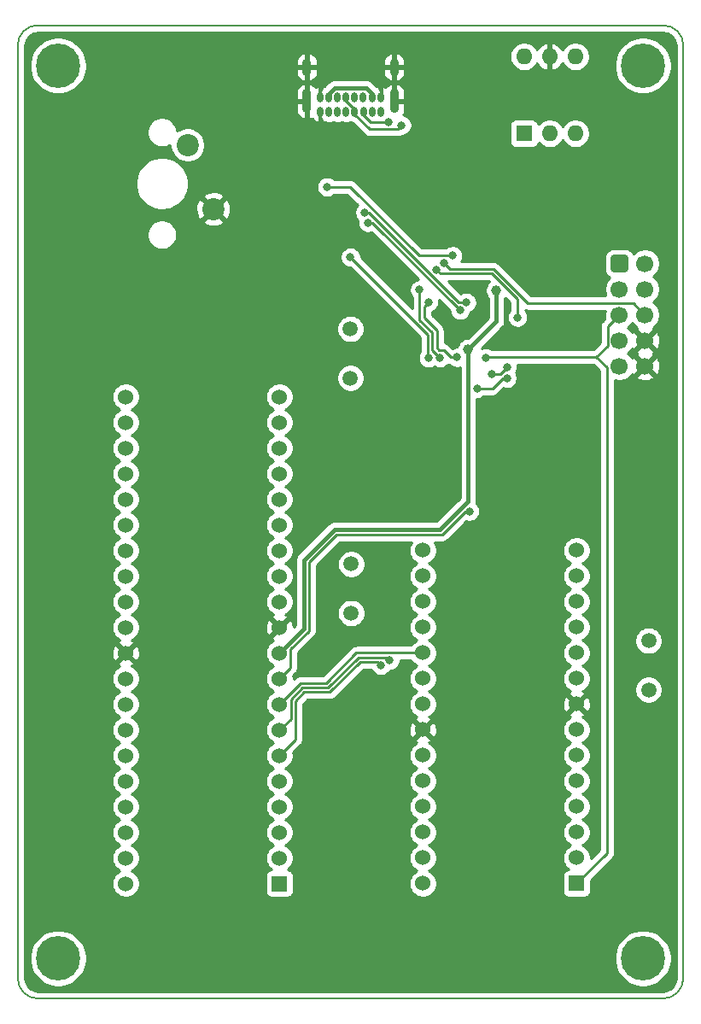
<source format=gbr>
%TF.GenerationSoftware,KiCad,Pcbnew,5.1.10-88a1d61d58~88~ubuntu21.04.1*%
%TF.CreationDate,2021-07-07T15:16:44+02:00*%
%TF.ProjectId,USBaspDualZif,55534261-7370-4447-9561-6c5a69662e6b,V1.0*%
%TF.SameCoordinates,Original*%
%TF.FileFunction,Copper,L2,Bot*%
%TF.FilePolarity,Positive*%
%FSLAX46Y46*%
G04 Gerber Fmt 4.6, Leading zero omitted, Abs format (unit mm)*
G04 Created by KiCad (PCBNEW 5.1.10-88a1d61d58~88~ubuntu21.04.1) date 2021-07-07 15:16:44*
%MOMM*%
%LPD*%
G01*
G04 APERTURE LIST*
%TA.AperFunction,Profile*%
%ADD10C,0.200000*%
%TD*%
%TA.AperFunction,ComponentPad*%
%ADD11O,0.650000X1.000000*%
%TD*%
%TA.AperFunction,ComponentPad*%
%ADD12O,0.900000X2.400000*%
%TD*%
%TA.AperFunction,ComponentPad*%
%ADD13O,0.900000X1.700000*%
%TD*%
%TA.AperFunction,ComponentPad*%
%ADD14C,2.200000*%
%TD*%
%TA.AperFunction,ComponentPad*%
%ADD15C,1.500000*%
%TD*%
%TA.AperFunction,ComponentPad*%
%ADD16C,1.524000*%
%TD*%
%TA.AperFunction,ComponentPad*%
%ADD17R,1.524000X1.524000*%
%TD*%
%TA.AperFunction,ComponentPad*%
%ADD18C,1.700000*%
%TD*%
%TA.AperFunction,ComponentPad*%
%ADD19O,1.600000X1.600000*%
%TD*%
%TA.AperFunction,ComponentPad*%
%ADD20R,1.600000X1.600000*%
%TD*%
%TA.AperFunction,ComponentPad*%
%ADD21C,4.400000*%
%TD*%
%TA.AperFunction,ViaPad*%
%ADD22C,0.800000*%
%TD*%
%TA.AperFunction,ViaPad*%
%ADD23C,1.000000*%
%TD*%
%TA.AperFunction,Conductor*%
%ADD24C,0.400000*%
%TD*%
%TA.AperFunction,Conductor*%
%ADD25C,0.250000*%
%TD*%
%TA.AperFunction,Conductor*%
%ADD26C,0.254000*%
%TD*%
%TA.AperFunction,Conductor*%
%ADD27C,0.150000*%
%TD*%
G04 APERTURE END LIST*
D10*
X48821500Y-58418500D02*
G75*
G03*
X46821500Y-60418500I0J-2000000D01*
G01*
X46821500Y-152917500D02*
G75*
G03*
X48821500Y-154917500I2000000J0D01*
G01*
X110823500Y-154916000D02*
G75*
G03*
X112823500Y-152916000I0J2000000D01*
G01*
X112823500Y-60420000D02*
G75*
G03*
X110823500Y-58420000I-2000000J0D01*
G01*
X46821500Y-152917500D02*
X46821500Y-60418500D01*
X110823500Y-154916000D02*
X48821500Y-154917500D01*
X112823500Y-60420000D02*
X112823500Y-152916000D01*
X48821500Y-58418500D02*
X110823500Y-58420000D01*
D11*
X81094500Y-66996500D03*
X82794500Y-66996500D03*
X81944500Y-66996500D03*
X80244500Y-66996500D03*
X79394500Y-66996500D03*
X78544500Y-66996500D03*
X77694500Y-66996500D03*
X76844500Y-66996500D03*
X82794500Y-65544500D03*
X81939500Y-65544500D03*
X81089500Y-65544500D03*
X80239500Y-65544500D03*
X79389500Y-65544500D03*
X78539500Y-65544500D03*
X77689500Y-65544500D03*
X76839500Y-65544500D03*
D12*
X84144500Y-65953000D03*
X75494500Y-65953000D03*
D13*
X84144500Y-62573000D03*
X75494500Y-62573000D03*
D14*
X66205100Y-76644500D03*
X63665100Y-70294500D03*
D15*
X109385100Y-124310800D03*
X109385100Y-119430800D03*
X79883000Y-116703500D03*
X79883000Y-111823500D03*
X79819500Y-93399000D03*
X79819500Y-88519000D03*
D16*
X86995000Y-143505000D03*
X86995000Y-140965000D03*
X86995000Y-138425000D03*
X86995000Y-135885000D03*
X86995000Y-133345000D03*
X86995000Y-130805000D03*
X86995000Y-128265000D03*
X86995000Y-125725000D03*
X86995000Y-123185000D03*
X86995000Y-120645000D03*
X86995000Y-118105000D03*
X86995000Y-115565000D03*
X86995000Y-113025000D03*
X86995000Y-110485000D03*
X102235000Y-110485000D03*
X102235000Y-113025000D03*
X102235000Y-115565000D03*
X102235000Y-118105000D03*
X102235000Y-120645000D03*
X102235000Y-123185000D03*
X102235000Y-125725000D03*
X102235000Y-128265000D03*
X102235000Y-130805000D03*
X102235000Y-133345000D03*
X102235000Y-135885000D03*
X102235000Y-138425000D03*
X102235000Y-140965000D03*
D17*
X102235000Y-143505000D03*
D18*
X109029500Y-92202000D03*
X109029500Y-89662000D03*
X109029500Y-87122000D03*
X109029500Y-84582000D03*
X109029500Y-82042000D03*
X106489500Y-92202000D03*
X106489500Y-89662000D03*
X106489500Y-87122000D03*
X106489500Y-84582000D03*
%TA.AperFunction,ComponentPad*%
G36*
G01*
X105639500Y-82642000D02*
X105639500Y-81442000D01*
G75*
G02*
X105889500Y-81192000I250000J0D01*
G01*
X107089500Y-81192000D01*
G75*
G02*
X107339500Y-81442000I0J-250000D01*
G01*
X107339500Y-82642000D01*
G75*
G02*
X107089500Y-82892000I-250000J0D01*
G01*
X105889500Y-82892000D01*
G75*
G02*
X105639500Y-82642000I0J250000D01*
G01*
G37*
%TD.AperFunction*%
D19*
X97028000Y-61531500D03*
X102108000Y-69151500D03*
X99568000Y-61531500D03*
X99568000Y-69151500D03*
X102108000Y-61531500D03*
D20*
X97028000Y-69151500D03*
D21*
X108826000Y-150923500D03*
X50826000Y-150923500D03*
X108826000Y-62423500D03*
X50826000Y-62423500D03*
D16*
X57531000Y-143510000D03*
X57531000Y-140970000D03*
X57531000Y-138430000D03*
X57531000Y-135890000D03*
X57531000Y-133350000D03*
X57531000Y-130810000D03*
X57531000Y-128270000D03*
X57531000Y-125730000D03*
X57531000Y-123190000D03*
X57531000Y-120650000D03*
X57531000Y-118110000D03*
X57531000Y-115570000D03*
X57531000Y-113030000D03*
X57531000Y-110490000D03*
X57531000Y-107950000D03*
X57531000Y-105410000D03*
X57531000Y-102870000D03*
X57531000Y-100330000D03*
X57531000Y-97790000D03*
X57531000Y-95250000D03*
X72771000Y-95250000D03*
X72771000Y-97790000D03*
X72771000Y-100330000D03*
X72771000Y-102870000D03*
X72771000Y-105410000D03*
X72771000Y-107950000D03*
X72771000Y-110490000D03*
X72771000Y-113030000D03*
X72771000Y-115570000D03*
X72771000Y-118110000D03*
X72771000Y-120650000D03*
X72771000Y-123190000D03*
X72771000Y-125730000D03*
X72771000Y-128270000D03*
X72771000Y-130810000D03*
X72771000Y-133350000D03*
X72771000Y-135890000D03*
X72771000Y-138430000D03*
X72771000Y-140970000D03*
D17*
X72771000Y-143510000D03*
D22*
X81216500Y-86423500D03*
D23*
X84797900Y-83451700D03*
D22*
X84569300Y-76288900D03*
X83185000Y-116395500D03*
X101600000Y-88836500D03*
X90326000Y-88934500D03*
D23*
X94297500Y-84709000D03*
X91503500Y-90551000D03*
D22*
X90678000Y-86677500D03*
X81534000Y-77978000D03*
X91318186Y-85909277D03*
X81246080Y-76982744D03*
X84899500Y-68326000D03*
X93853000Y-92964000D03*
X83715781Y-121370000D03*
X95335500Y-92336205D03*
X82842100Y-121856500D03*
X92365006Y-94425786D03*
X95335500Y-93408500D03*
X91624686Y-106610686D03*
X93210488Y-91384468D03*
X87566500Y-85852000D03*
X90380480Y-91348645D03*
X86677500Y-84645500D03*
X88709496Y-91376500D03*
X89110114Y-81985910D03*
X83566000Y-68008500D03*
X88345173Y-82647167D03*
X96393000Y-87376000D03*
X79806592Y-81407208D03*
X87553800Y-91414600D03*
X77508100Y-74460100D03*
X89960500Y-81260900D03*
D24*
X94297500Y-84709000D02*
X94297500Y-87757000D01*
X94297500Y-87757000D02*
X91503500Y-90551000D01*
X88709500Y-108394500D02*
X91503500Y-105600500D01*
X75184000Y-111442500D02*
X78232000Y-108394500D01*
X91503500Y-105600500D02*
X91503500Y-90390372D01*
X75184000Y-118237000D02*
X75184000Y-111442500D01*
X78232000Y-108394500D02*
X88709500Y-108394500D01*
X72771000Y-120650000D02*
X75184000Y-118237000D01*
D25*
X90678000Y-86677500D02*
X81978500Y-77978000D01*
X81978500Y-77978000D02*
X81534000Y-77978000D01*
X90548157Y-85909277D02*
X81621624Y-76982744D01*
X81621624Y-76982744D02*
X81246080Y-76982744D01*
X91318186Y-85909277D02*
X90548157Y-85909277D01*
X80244500Y-66752248D02*
X80244500Y-66933000D01*
X79389500Y-65897248D02*
X80244500Y-66752248D01*
X79389500Y-65608000D02*
X79389500Y-65897248D01*
X84491999Y-68733501D02*
X84899500Y-68326000D01*
X80244500Y-67240752D02*
X81737249Y-68733501D01*
X81737249Y-68733501D02*
X84491999Y-68733501D01*
X80244500Y-66933000D02*
X80244500Y-67240752D01*
X72771000Y-128270000D02*
X72771000Y-128320800D01*
X73914000Y-127177800D02*
X73914000Y-125223410D01*
X72771000Y-128320800D02*
X73914000Y-127177800D01*
X75047392Y-124090018D02*
X77588802Y-124090018D01*
X73914000Y-125223410D02*
X75047392Y-124090018D01*
X77588802Y-124090018D02*
X80583810Y-121095010D01*
X83440791Y-121095010D02*
X83715781Y-121370000D01*
X80583810Y-121095010D02*
X83440791Y-121095010D01*
X94707705Y-92964000D02*
X95335500Y-92336205D01*
X93853000Y-92964000D02*
X94707705Y-92964000D01*
X86995000Y-120734762D02*
X86995000Y-120645000D01*
X72771000Y-125730000D02*
X74860990Y-123640010D01*
X74860990Y-123640010D02*
X77402401Y-123640009D01*
X80397410Y-120645000D02*
X86995000Y-120645000D01*
X77402401Y-123640009D02*
X80397410Y-120645000D01*
X72771000Y-130810000D02*
X74364010Y-129216990D01*
X75243672Y-124540028D02*
X77775203Y-124540027D01*
X74364010Y-125419690D02*
X75243672Y-124540028D01*
X74364010Y-129216990D02*
X74364010Y-125419690D01*
X77783673Y-124540027D02*
X80778680Y-121545020D01*
X77775203Y-124540027D02*
X77783673Y-124540027D01*
X82530620Y-121545020D02*
X82842100Y-121856500D01*
X80778680Y-121545020D02*
X82530620Y-121545020D01*
X95335500Y-93408500D02*
X94899615Y-93408500D01*
X94899615Y-93408500D02*
X93882329Y-94425786D01*
X93882329Y-94425786D02*
X92365006Y-94425786D01*
X105314499Y-88297001D02*
X106489500Y-87122000D01*
X105314499Y-90202001D02*
X105314499Y-88297001D01*
X104203999Y-91312501D02*
X105314499Y-90202001D01*
X105250999Y-140489001D02*
X102235000Y-143505000D01*
X105250999Y-92360499D02*
X105250999Y-140489001D01*
X104203999Y-91313499D02*
X105250999Y-92360499D01*
X104203999Y-91312501D02*
X104203999Y-91313499D01*
X104203999Y-91312501D02*
X93282455Y-91312501D01*
X93282455Y-91312501D02*
X93210488Y-91384468D01*
X91235790Y-106610686D02*
X91624686Y-106610686D01*
X78449466Y-108919510D02*
X88926966Y-108919510D01*
X75709010Y-111659966D02*
X78449466Y-108919510D01*
X88926966Y-108919510D02*
X91235790Y-106610686D01*
X75709010Y-118454466D02*
X75709010Y-111659966D01*
X73858001Y-120305475D02*
X75709010Y-118454466D01*
X73858001Y-122102999D02*
X73858001Y-120305475D01*
X72771000Y-123190000D02*
X73858001Y-122102999D01*
X90380480Y-91348645D02*
X89754643Y-91348645D01*
X89754643Y-91348645D02*
X89057497Y-90651499D01*
X88377620Y-88695120D02*
X87127510Y-87445010D01*
X88620905Y-90651499D02*
X88377620Y-90408214D01*
X88377620Y-90408214D02*
X88377620Y-88695120D01*
X89057497Y-90651499D02*
X88620905Y-90651499D01*
X87127510Y-86290990D02*
X87566500Y-85852000D01*
X87127510Y-87445010D02*
X87127510Y-86290990D01*
X86677500Y-84645500D02*
X86677500Y-87641706D01*
X87927610Y-88891816D02*
X87927610Y-90594614D01*
X86677500Y-87641706D02*
X87927610Y-88891816D01*
X87927610Y-90594614D02*
X88709496Y-91376500D01*
X89110114Y-81985910D02*
X89721360Y-82597156D01*
X89721360Y-82597156D02*
X94043069Y-82597157D01*
X107854499Y-85946999D02*
X109029500Y-87122000D01*
X97392911Y-85946999D02*
X107854499Y-85946999D01*
X94043069Y-82597157D02*
X97392911Y-85946999D01*
X81094500Y-67315000D02*
X81788000Y-68008500D01*
X81788000Y-68008500D02*
X83566000Y-68008500D01*
X81094500Y-66933000D02*
X81094500Y-67315000D01*
X83756498Y-68008500D02*
X83566000Y-68008500D01*
X96393000Y-85583498D02*
X96393000Y-87376000D01*
X93856668Y-83047166D02*
X96393000Y-85583498D01*
X88745172Y-83047166D02*
X93856668Y-83047166D01*
X88345173Y-82647167D02*
X88745172Y-83047166D01*
D24*
X81939500Y-65194182D02*
X81939500Y-65608000D01*
X81389808Y-64644490D02*
X81939500Y-65194182D01*
X78239192Y-64644490D02*
X81389808Y-64644490D01*
X77689500Y-65194182D02*
X78239192Y-64644490D01*
X77689500Y-65608000D02*
X77689500Y-65194182D01*
X81939500Y-66928000D02*
X81944500Y-66933000D01*
D25*
X79806592Y-81407208D02*
X87477600Y-89078216D01*
X87477600Y-91338400D02*
X87553800Y-91414600D01*
X87477600Y-89078216D02*
X87477600Y-91338400D01*
X89394815Y-81260900D02*
X89960500Y-81260900D01*
X86594900Y-81260900D02*
X89394815Y-81260900D01*
X79794100Y-74460100D02*
X86594900Y-81260900D01*
X77508100Y-74460100D02*
X79794100Y-74460100D01*
D26*
X110787535Y-59154998D02*
X111068521Y-59182549D01*
X111304212Y-59253708D01*
X111521589Y-59369291D01*
X111712379Y-59524895D01*
X111869311Y-59714593D01*
X111986406Y-59931157D01*
X112059209Y-60166344D01*
X112088500Y-60445028D01*
X112088501Y-152880043D01*
X112060951Y-153161021D01*
X111989791Y-153396712D01*
X111874211Y-153614088D01*
X111718604Y-153804879D01*
X111528908Y-153961811D01*
X111312343Y-154078906D01*
X111077156Y-154151709D01*
X110798458Y-154181001D01*
X48857439Y-154182499D01*
X48576479Y-154154951D01*
X48340788Y-154083791D01*
X48123412Y-153968211D01*
X47932621Y-153812604D01*
X47775689Y-153622908D01*
X47658594Y-153406343D01*
X47585791Y-153171156D01*
X47556500Y-152892472D01*
X47556500Y-150644277D01*
X47991000Y-150644277D01*
X47991000Y-151202723D01*
X48099948Y-151750439D01*
X48313656Y-152266376D01*
X48623912Y-152730707D01*
X49018793Y-153125588D01*
X49483124Y-153435844D01*
X49999061Y-153649552D01*
X50546777Y-153758500D01*
X51105223Y-153758500D01*
X51652939Y-153649552D01*
X52168876Y-153435844D01*
X52633207Y-153125588D01*
X53028088Y-152730707D01*
X53338344Y-152266376D01*
X53552052Y-151750439D01*
X53661000Y-151202723D01*
X53661000Y-150644277D01*
X105991000Y-150644277D01*
X105991000Y-151202723D01*
X106099948Y-151750439D01*
X106313656Y-152266376D01*
X106623912Y-152730707D01*
X107018793Y-153125588D01*
X107483124Y-153435844D01*
X107999061Y-153649552D01*
X108546777Y-153758500D01*
X109105223Y-153758500D01*
X109652939Y-153649552D01*
X110168876Y-153435844D01*
X110633207Y-153125588D01*
X111028088Y-152730707D01*
X111338344Y-152266376D01*
X111552052Y-151750439D01*
X111661000Y-151202723D01*
X111661000Y-150644277D01*
X111552052Y-150096561D01*
X111338344Y-149580624D01*
X111028088Y-149116293D01*
X110633207Y-148721412D01*
X110168876Y-148411156D01*
X109652939Y-148197448D01*
X109105223Y-148088500D01*
X108546777Y-148088500D01*
X107999061Y-148197448D01*
X107483124Y-148411156D01*
X107018793Y-148721412D01*
X106623912Y-149116293D01*
X106313656Y-149580624D01*
X106099948Y-150096561D01*
X105991000Y-150644277D01*
X53661000Y-150644277D01*
X53552052Y-150096561D01*
X53338344Y-149580624D01*
X53028088Y-149116293D01*
X52633207Y-148721412D01*
X52168876Y-148411156D01*
X51652939Y-148197448D01*
X51105223Y-148088500D01*
X50546777Y-148088500D01*
X49999061Y-148197448D01*
X49483124Y-148411156D01*
X49018793Y-148721412D01*
X48623912Y-149116293D01*
X48313656Y-149580624D01*
X48099948Y-150096561D01*
X47991000Y-150644277D01*
X47556500Y-150644277D01*
X47556500Y-123052408D01*
X56134000Y-123052408D01*
X56134000Y-123327592D01*
X56187686Y-123597490D01*
X56292995Y-123851727D01*
X56445880Y-124080535D01*
X56640465Y-124275120D01*
X56869273Y-124428005D01*
X56946515Y-124460000D01*
X56869273Y-124491995D01*
X56640465Y-124644880D01*
X56445880Y-124839465D01*
X56292995Y-125068273D01*
X56187686Y-125322510D01*
X56134000Y-125592408D01*
X56134000Y-125867592D01*
X56187686Y-126137490D01*
X56292995Y-126391727D01*
X56445880Y-126620535D01*
X56640465Y-126815120D01*
X56869273Y-126968005D01*
X56946515Y-127000000D01*
X56869273Y-127031995D01*
X56640465Y-127184880D01*
X56445880Y-127379465D01*
X56292995Y-127608273D01*
X56187686Y-127862510D01*
X56134000Y-128132408D01*
X56134000Y-128407592D01*
X56187686Y-128677490D01*
X56292995Y-128931727D01*
X56445880Y-129160535D01*
X56640465Y-129355120D01*
X56869273Y-129508005D01*
X56946515Y-129540000D01*
X56869273Y-129571995D01*
X56640465Y-129724880D01*
X56445880Y-129919465D01*
X56292995Y-130148273D01*
X56187686Y-130402510D01*
X56134000Y-130672408D01*
X56134000Y-130947592D01*
X56187686Y-131217490D01*
X56292995Y-131471727D01*
X56445880Y-131700535D01*
X56640465Y-131895120D01*
X56869273Y-132048005D01*
X56946515Y-132080000D01*
X56869273Y-132111995D01*
X56640465Y-132264880D01*
X56445880Y-132459465D01*
X56292995Y-132688273D01*
X56187686Y-132942510D01*
X56134000Y-133212408D01*
X56134000Y-133487592D01*
X56187686Y-133757490D01*
X56292995Y-134011727D01*
X56445880Y-134240535D01*
X56640465Y-134435120D01*
X56869273Y-134588005D01*
X56946515Y-134620000D01*
X56869273Y-134651995D01*
X56640465Y-134804880D01*
X56445880Y-134999465D01*
X56292995Y-135228273D01*
X56187686Y-135482510D01*
X56134000Y-135752408D01*
X56134000Y-136027592D01*
X56187686Y-136297490D01*
X56292995Y-136551727D01*
X56445880Y-136780535D01*
X56640465Y-136975120D01*
X56869273Y-137128005D01*
X56946515Y-137160000D01*
X56869273Y-137191995D01*
X56640465Y-137344880D01*
X56445880Y-137539465D01*
X56292995Y-137768273D01*
X56187686Y-138022510D01*
X56134000Y-138292408D01*
X56134000Y-138567592D01*
X56187686Y-138837490D01*
X56292995Y-139091727D01*
X56445880Y-139320535D01*
X56640465Y-139515120D01*
X56869273Y-139668005D01*
X56946515Y-139700000D01*
X56869273Y-139731995D01*
X56640465Y-139884880D01*
X56445880Y-140079465D01*
X56292995Y-140308273D01*
X56187686Y-140562510D01*
X56134000Y-140832408D01*
X56134000Y-141107592D01*
X56187686Y-141377490D01*
X56292995Y-141631727D01*
X56445880Y-141860535D01*
X56640465Y-142055120D01*
X56869273Y-142208005D01*
X56946515Y-142240000D01*
X56869273Y-142271995D01*
X56640465Y-142424880D01*
X56445880Y-142619465D01*
X56292995Y-142848273D01*
X56187686Y-143102510D01*
X56134000Y-143372408D01*
X56134000Y-143647592D01*
X56187686Y-143917490D01*
X56292995Y-144171727D01*
X56445880Y-144400535D01*
X56640465Y-144595120D01*
X56869273Y-144748005D01*
X57123510Y-144853314D01*
X57393408Y-144907000D01*
X57668592Y-144907000D01*
X57938490Y-144853314D01*
X58192727Y-144748005D01*
X58421535Y-144595120D01*
X58616120Y-144400535D01*
X58769005Y-144171727D01*
X58874314Y-143917490D01*
X58928000Y-143647592D01*
X58928000Y-143372408D01*
X58874314Y-143102510D01*
X58769005Y-142848273D01*
X58702005Y-142748000D01*
X71370928Y-142748000D01*
X71370928Y-144272000D01*
X71383188Y-144396482D01*
X71419498Y-144516180D01*
X71478463Y-144626494D01*
X71557815Y-144723185D01*
X71654506Y-144802537D01*
X71764820Y-144861502D01*
X71884518Y-144897812D01*
X72009000Y-144910072D01*
X73533000Y-144910072D01*
X73657482Y-144897812D01*
X73777180Y-144861502D01*
X73887494Y-144802537D01*
X73984185Y-144723185D01*
X74063537Y-144626494D01*
X74122502Y-144516180D01*
X74158812Y-144396482D01*
X74171072Y-144272000D01*
X74171072Y-142748000D01*
X74158812Y-142623518D01*
X74122502Y-142503820D01*
X74063537Y-142393506D01*
X73984185Y-142296815D01*
X73887494Y-142217463D01*
X73777180Y-142158498D01*
X73657482Y-142122188D01*
X73573535Y-142113920D01*
X73661535Y-142055120D01*
X73856120Y-141860535D01*
X74009005Y-141631727D01*
X74114314Y-141377490D01*
X74168000Y-141107592D01*
X74168000Y-140832408D01*
X74114314Y-140562510D01*
X74009005Y-140308273D01*
X73856120Y-140079465D01*
X73661535Y-139884880D01*
X73432727Y-139731995D01*
X73355485Y-139700000D01*
X73432727Y-139668005D01*
X73661535Y-139515120D01*
X73856120Y-139320535D01*
X74009005Y-139091727D01*
X74114314Y-138837490D01*
X74168000Y-138567592D01*
X74168000Y-138292408D01*
X74114314Y-138022510D01*
X74009005Y-137768273D01*
X73856120Y-137539465D01*
X73661535Y-137344880D01*
X73432727Y-137191995D01*
X73355485Y-137160000D01*
X73432727Y-137128005D01*
X73661535Y-136975120D01*
X73856120Y-136780535D01*
X74009005Y-136551727D01*
X74114314Y-136297490D01*
X74168000Y-136027592D01*
X74168000Y-135752408D01*
X74114314Y-135482510D01*
X74009005Y-135228273D01*
X73856120Y-134999465D01*
X73661535Y-134804880D01*
X73432727Y-134651995D01*
X73355485Y-134620000D01*
X73432727Y-134588005D01*
X73661535Y-134435120D01*
X73856120Y-134240535D01*
X74009005Y-134011727D01*
X74114314Y-133757490D01*
X74168000Y-133487592D01*
X74168000Y-133212408D01*
X74114314Y-132942510D01*
X74009005Y-132688273D01*
X73856120Y-132459465D01*
X73661535Y-132264880D01*
X73432727Y-132111995D01*
X73355485Y-132080000D01*
X73432727Y-132048005D01*
X73661535Y-131895120D01*
X73856120Y-131700535D01*
X74009005Y-131471727D01*
X74114314Y-131217490D01*
X74168000Y-130947592D01*
X74168000Y-130672408D01*
X74167006Y-130667408D01*
X85598000Y-130667408D01*
X85598000Y-130942592D01*
X85651686Y-131212490D01*
X85756995Y-131466727D01*
X85909880Y-131695535D01*
X86104465Y-131890120D01*
X86333273Y-132043005D01*
X86410515Y-132075000D01*
X86333273Y-132106995D01*
X86104465Y-132259880D01*
X85909880Y-132454465D01*
X85756995Y-132683273D01*
X85651686Y-132937510D01*
X85598000Y-133207408D01*
X85598000Y-133482592D01*
X85651686Y-133752490D01*
X85756995Y-134006727D01*
X85909880Y-134235535D01*
X86104465Y-134430120D01*
X86333273Y-134583005D01*
X86410515Y-134615000D01*
X86333273Y-134646995D01*
X86104465Y-134799880D01*
X85909880Y-134994465D01*
X85756995Y-135223273D01*
X85651686Y-135477510D01*
X85598000Y-135747408D01*
X85598000Y-136022592D01*
X85651686Y-136292490D01*
X85756995Y-136546727D01*
X85909880Y-136775535D01*
X86104465Y-136970120D01*
X86333273Y-137123005D01*
X86410515Y-137155000D01*
X86333273Y-137186995D01*
X86104465Y-137339880D01*
X85909880Y-137534465D01*
X85756995Y-137763273D01*
X85651686Y-138017510D01*
X85598000Y-138287408D01*
X85598000Y-138562592D01*
X85651686Y-138832490D01*
X85756995Y-139086727D01*
X85909880Y-139315535D01*
X86104465Y-139510120D01*
X86333273Y-139663005D01*
X86410515Y-139695000D01*
X86333273Y-139726995D01*
X86104465Y-139879880D01*
X85909880Y-140074465D01*
X85756995Y-140303273D01*
X85651686Y-140557510D01*
X85598000Y-140827408D01*
X85598000Y-141102592D01*
X85651686Y-141372490D01*
X85756995Y-141626727D01*
X85909880Y-141855535D01*
X86104465Y-142050120D01*
X86333273Y-142203005D01*
X86410515Y-142235000D01*
X86333273Y-142266995D01*
X86104465Y-142419880D01*
X85909880Y-142614465D01*
X85756995Y-142843273D01*
X85651686Y-143097510D01*
X85598000Y-143367408D01*
X85598000Y-143642592D01*
X85651686Y-143912490D01*
X85756995Y-144166727D01*
X85909880Y-144395535D01*
X86104465Y-144590120D01*
X86333273Y-144743005D01*
X86587510Y-144848314D01*
X86857408Y-144902000D01*
X87132592Y-144902000D01*
X87402490Y-144848314D01*
X87656727Y-144743005D01*
X87885535Y-144590120D01*
X88080120Y-144395535D01*
X88233005Y-144166727D01*
X88338314Y-143912490D01*
X88392000Y-143642592D01*
X88392000Y-143367408D01*
X88338314Y-143097510D01*
X88233005Y-142843273D01*
X88080120Y-142614465D01*
X87885535Y-142419880D01*
X87656727Y-142266995D01*
X87579485Y-142235000D01*
X87656727Y-142203005D01*
X87885535Y-142050120D01*
X88080120Y-141855535D01*
X88233005Y-141626727D01*
X88338314Y-141372490D01*
X88392000Y-141102592D01*
X88392000Y-140827408D01*
X88338314Y-140557510D01*
X88233005Y-140303273D01*
X88080120Y-140074465D01*
X87885535Y-139879880D01*
X87656727Y-139726995D01*
X87579485Y-139695000D01*
X87656727Y-139663005D01*
X87885535Y-139510120D01*
X88080120Y-139315535D01*
X88233005Y-139086727D01*
X88338314Y-138832490D01*
X88392000Y-138562592D01*
X88392000Y-138287408D01*
X88338314Y-138017510D01*
X88233005Y-137763273D01*
X88080120Y-137534465D01*
X87885535Y-137339880D01*
X87656727Y-137186995D01*
X87579485Y-137155000D01*
X87656727Y-137123005D01*
X87885535Y-136970120D01*
X88080120Y-136775535D01*
X88233005Y-136546727D01*
X88338314Y-136292490D01*
X88392000Y-136022592D01*
X88392000Y-135747408D01*
X88338314Y-135477510D01*
X88233005Y-135223273D01*
X88080120Y-134994465D01*
X87885535Y-134799880D01*
X87656727Y-134646995D01*
X87579485Y-134615000D01*
X87656727Y-134583005D01*
X87885535Y-134430120D01*
X88080120Y-134235535D01*
X88233005Y-134006727D01*
X88338314Y-133752490D01*
X88392000Y-133482592D01*
X88392000Y-133207408D01*
X88338314Y-132937510D01*
X88233005Y-132683273D01*
X88080120Y-132454465D01*
X87885535Y-132259880D01*
X87656727Y-132106995D01*
X87579485Y-132075000D01*
X87656727Y-132043005D01*
X87885535Y-131890120D01*
X88080120Y-131695535D01*
X88233005Y-131466727D01*
X88338314Y-131212490D01*
X88392000Y-130942592D01*
X88392000Y-130667408D01*
X88338314Y-130397510D01*
X88233005Y-130143273D01*
X88080120Y-129914465D01*
X87885535Y-129719880D01*
X87656727Y-129566995D01*
X87585057Y-129537308D01*
X87598023Y-129532636D01*
X87713980Y-129470656D01*
X87780960Y-129230565D01*
X86995000Y-128444605D01*
X86209040Y-129230565D01*
X86276020Y-129470656D01*
X86411760Y-129534485D01*
X86333273Y-129566995D01*
X86104465Y-129719880D01*
X85909880Y-129914465D01*
X85756995Y-130143273D01*
X85651686Y-130397510D01*
X85598000Y-130667408D01*
X74167006Y-130667408D01*
X74137372Y-130518430D01*
X74875014Y-129780788D01*
X74904011Y-129756991D01*
X74998984Y-129641266D01*
X75069556Y-129509237D01*
X75113013Y-129365976D01*
X75124010Y-129254323D01*
X75124010Y-129254314D01*
X75127686Y-129216991D01*
X75124010Y-129179668D01*
X75124010Y-128337017D01*
X85593090Y-128337017D01*
X85634078Y-128609133D01*
X85727364Y-128868023D01*
X85789344Y-128983980D01*
X86029435Y-129050960D01*
X86815395Y-128265000D01*
X87174605Y-128265000D01*
X87960565Y-129050960D01*
X88200656Y-128983980D01*
X88317756Y-128734952D01*
X88384023Y-128467865D01*
X88396910Y-128192983D01*
X88355922Y-127920867D01*
X88262636Y-127661977D01*
X88200656Y-127546020D01*
X87960565Y-127479040D01*
X87174605Y-128265000D01*
X86815395Y-128265000D01*
X86029435Y-127479040D01*
X85789344Y-127546020D01*
X85672244Y-127795048D01*
X85605977Y-128062135D01*
X85593090Y-128337017D01*
X75124010Y-128337017D01*
X75124010Y-125734491D01*
X75558474Y-125300028D01*
X77737860Y-125300026D01*
X77737870Y-125300027D01*
X77746351Y-125300027D01*
X77783673Y-125303703D01*
X77820995Y-125300027D01*
X77821006Y-125300027D01*
X77932659Y-125289030D01*
X78075920Y-125245573D01*
X78207949Y-125175001D01*
X78323674Y-125080028D01*
X78347477Y-125051024D01*
X81093482Y-122305020D01*
X81907607Y-122305020D01*
X81924895Y-122346756D01*
X82038163Y-122516274D01*
X82182326Y-122660437D01*
X82351844Y-122773705D01*
X82540202Y-122851726D01*
X82740161Y-122891500D01*
X82944039Y-122891500D01*
X83143998Y-122851726D01*
X83332356Y-122773705D01*
X83501874Y-122660437D01*
X83646037Y-122516274D01*
X83720388Y-122405000D01*
X83817720Y-122405000D01*
X84017679Y-122365226D01*
X84206037Y-122287205D01*
X84375555Y-122173937D01*
X84519718Y-122029774D01*
X84632986Y-121860256D01*
X84711007Y-121671898D01*
X84750781Y-121471939D01*
X84750781Y-121405000D01*
X85822659Y-121405000D01*
X85909880Y-121535535D01*
X86104465Y-121730120D01*
X86333273Y-121883005D01*
X86410515Y-121915000D01*
X86333273Y-121946995D01*
X86104465Y-122099880D01*
X85909880Y-122294465D01*
X85756995Y-122523273D01*
X85651686Y-122777510D01*
X85598000Y-123047408D01*
X85598000Y-123322592D01*
X85651686Y-123592490D01*
X85756995Y-123846727D01*
X85909880Y-124075535D01*
X86104465Y-124270120D01*
X86333273Y-124423005D01*
X86410515Y-124455000D01*
X86333273Y-124486995D01*
X86104465Y-124639880D01*
X85909880Y-124834465D01*
X85756995Y-125063273D01*
X85651686Y-125317510D01*
X85598000Y-125587408D01*
X85598000Y-125862592D01*
X85651686Y-126132490D01*
X85756995Y-126386727D01*
X85909880Y-126615535D01*
X86104465Y-126810120D01*
X86333273Y-126963005D01*
X86404943Y-126992692D01*
X86391977Y-126997364D01*
X86276020Y-127059344D01*
X86209040Y-127299435D01*
X86995000Y-128085395D01*
X87780960Y-127299435D01*
X87713980Y-127059344D01*
X87578240Y-126995515D01*
X87656727Y-126963005D01*
X87885535Y-126810120D01*
X88080120Y-126615535D01*
X88233005Y-126386727D01*
X88338314Y-126132490D01*
X88392000Y-125862592D01*
X88392000Y-125797017D01*
X100833090Y-125797017D01*
X100874078Y-126069133D01*
X100967364Y-126328023D01*
X101029344Y-126443980D01*
X101269435Y-126510960D01*
X102055395Y-125725000D01*
X102414605Y-125725000D01*
X103200565Y-126510960D01*
X103440656Y-126443980D01*
X103557756Y-126194952D01*
X103624023Y-125927865D01*
X103636910Y-125652983D01*
X103595922Y-125380867D01*
X103502636Y-125121977D01*
X103440656Y-125006020D01*
X103200565Y-124939040D01*
X102414605Y-125725000D01*
X102055395Y-125725000D01*
X101269435Y-124939040D01*
X101029344Y-125006020D01*
X100912244Y-125255048D01*
X100845977Y-125522135D01*
X100833090Y-125797017D01*
X88392000Y-125797017D01*
X88392000Y-125587408D01*
X88338314Y-125317510D01*
X88233005Y-125063273D01*
X88080120Y-124834465D01*
X87885535Y-124639880D01*
X87656727Y-124486995D01*
X87579485Y-124455000D01*
X87656727Y-124423005D01*
X87885535Y-124270120D01*
X88080120Y-124075535D01*
X88233005Y-123846727D01*
X88338314Y-123592490D01*
X88392000Y-123322592D01*
X88392000Y-123047408D01*
X88338314Y-122777510D01*
X88233005Y-122523273D01*
X88080120Y-122294465D01*
X87885535Y-122099880D01*
X87656727Y-121946995D01*
X87579485Y-121915000D01*
X87656727Y-121883005D01*
X87885535Y-121730120D01*
X88080120Y-121535535D01*
X88233005Y-121306727D01*
X88338314Y-121052490D01*
X88392000Y-120782592D01*
X88392000Y-120507408D01*
X88338314Y-120237510D01*
X88233005Y-119983273D01*
X88080120Y-119754465D01*
X87885535Y-119559880D01*
X87656727Y-119406995D01*
X87579485Y-119375000D01*
X87656727Y-119343005D01*
X87885535Y-119190120D01*
X88080120Y-118995535D01*
X88233005Y-118766727D01*
X88338314Y-118512490D01*
X88392000Y-118242592D01*
X88392000Y-117967408D01*
X88338314Y-117697510D01*
X88233005Y-117443273D01*
X88080120Y-117214465D01*
X87885535Y-117019880D01*
X87656727Y-116866995D01*
X87579485Y-116835000D01*
X87656727Y-116803005D01*
X87885535Y-116650120D01*
X88080120Y-116455535D01*
X88233005Y-116226727D01*
X88338314Y-115972490D01*
X88392000Y-115702592D01*
X88392000Y-115427408D01*
X88338314Y-115157510D01*
X88233005Y-114903273D01*
X88080120Y-114674465D01*
X87885535Y-114479880D01*
X87656727Y-114326995D01*
X87579485Y-114295000D01*
X87656727Y-114263005D01*
X87885535Y-114110120D01*
X88080120Y-113915535D01*
X88233005Y-113686727D01*
X88338314Y-113432490D01*
X88392000Y-113162592D01*
X88392000Y-112887408D01*
X88338314Y-112617510D01*
X88233005Y-112363273D01*
X88080120Y-112134465D01*
X87885535Y-111939880D01*
X87656727Y-111786995D01*
X87579485Y-111755000D01*
X87656727Y-111723005D01*
X87885535Y-111570120D01*
X88080120Y-111375535D01*
X88233005Y-111146727D01*
X88338314Y-110892490D01*
X88392000Y-110622592D01*
X88392000Y-110347408D01*
X100838000Y-110347408D01*
X100838000Y-110622592D01*
X100891686Y-110892490D01*
X100996995Y-111146727D01*
X101149880Y-111375535D01*
X101344465Y-111570120D01*
X101573273Y-111723005D01*
X101650515Y-111755000D01*
X101573273Y-111786995D01*
X101344465Y-111939880D01*
X101149880Y-112134465D01*
X100996995Y-112363273D01*
X100891686Y-112617510D01*
X100838000Y-112887408D01*
X100838000Y-113162592D01*
X100891686Y-113432490D01*
X100996995Y-113686727D01*
X101149880Y-113915535D01*
X101344465Y-114110120D01*
X101573273Y-114263005D01*
X101650515Y-114295000D01*
X101573273Y-114326995D01*
X101344465Y-114479880D01*
X101149880Y-114674465D01*
X100996995Y-114903273D01*
X100891686Y-115157510D01*
X100838000Y-115427408D01*
X100838000Y-115702592D01*
X100891686Y-115972490D01*
X100996995Y-116226727D01*
X101149880Y-116455535D01*
X101344465Y-116650120D01*
X101573273Y-116803005D01*
X101650515Y-116835000D01*
X101573273Y-116866995D01*
X101344465Y-117019880D01*
X101149880Y-117214465D01*
X100996995Y-117443273D01*
X100891686Y-117697510D01*
X100838000Y-117967408D01*
X100838000Y-118242592D01*
X100891686Y-118512490D01*
X100996995Y-118766727D01*
X101149880Y-118995535D01*
X101344465Y-119190120D01*
X101573273Y-119343005D01*
X101650515Y-119375000D01*
X101573273Y-119406995D01*
X101344465Y-119559880D01*
X101149880Y-119754465D01*
X100996995Y-119983273D01*
X100891686Y-120237510D01*
X100838000Y-120507408D01*
X100838000Y-120782592D01*
X100891686Y-121052490D01*
X100996995Y-121306727D01*
X101149880Y-121535535D01*
X101344465Y-121730120D01*
X101573273Y-121883005D01*
X101650515Y-121915000D01*
X101573273Y-121946995D01*
X101344465Y-122099880D01*
X101149880Y-122294465D01*
X100996995Y-122523273D01*
X100891686Y-122777510D01*
X100838000Y-123047408D01*
X100838000Y-123322592D01*
X100891686Y-123592490D01*
X100996995Y-123846727D01*
X101149880Y-124075535D01*
X101344465Y-124270120D01*
X101573273Y-124423005D01*
X101644943Y-124452692D01*
X101631977Y-124457364D01*
X101516020Y-124519344D01*
X101449040Y-124759435D01*
X102235000Y-125545395D01*
X103020960Y-124759435D01*
X102953980Y-124519344D01*
X102818240Y-124455515D01*
X102896727Y-124423005D01*
X103125535Y-124270120D01*
X103320120Y-124075535D01*
X103473005Y-123846727D01*
X103578314Y-123592490D01*
X103632000Y-123322592D01*
X103632000Y-123047408D01*
X103578314Y-122777510D01*
X103473005Y-122523273D01*
X103320120Y-122294465D01*
X103125535Y-122099880D01*
X102896727Y-121946995D01*
X102819485Y-121915000D01*
X102896727Y-121883005D01*
X103125535Y-121730120D01*
X103320120Y-121535535D01*
X103473005Y-121306727D01*
X103578314Y-121052490D01*
X103632000Y-120782592D01*
X103632000Y-120507408D01*
X103578314Y-120237510D01*
X103473005Y-119983273D01*
X103320120Y-119754465D01*
X103125535Y-119559880D01*
X102896727Y-119406995D01*
X102819485Y-119375000D01*
X102896727Y-119343005D01*
X103125535Y-119190120D01*
X103320120Y-118995535D01*
X103473005Y-118766727D01*
X103578314Y-118512490D01*
X103632000Y-118242592D01*
X103632000Y-117967408D01*
X103578314Y-117697510D01*
X103473005Y-117443273D01*
X103320120Y-117214465D01*
X103125535Y-117019880D01*
X102896727Y-116866995D01*
X102819485Y-116835000D01*
X102896727Y-116803005D01*
X103125535Y-116650120D01*
X103320120Y-116455535D01*
X103473005Y-116226727D01*
X103578314Y-115972490D01*
X103632000Y-115702592D01*
X103632000Y-115427408D01*
X103578314Y-115157510D01*
X103473005Y-114903273D01*
X103320120Y-114674465D01*
X103125535Y-114479880D01*
X102896727Y-114326995D01*
X102819485Y-114295000D01*
X102896727Y-114263005D01*
X103125535Y-114110120D01*
X103320120Y-113915535D01*
X103473005Y-113686727D01*
X103578314Y-113432490D01*
X103632000Y-113162592D01*
X103632000Y-112887408D01*
X103578314Y-112617510D01*
X103473005Y-112363273D01*
X103320120Y-112134465D01*
X103125535Y-111939880D01*
X102896727Y-111786995D01*
X102819485Y-111755000D01*
X102896727Y-111723005D01*
X103125535Y-111570120D01*
X103320120Y-111375535D01*
X103473005Y-111146727D01*
X103578314Y-110892490D01*
X103632000Y-110622592D01*
X103632000Y-110347408D01*
X103578314Y-110077510D01*
X103473005Y-109823273D01*
X103320120Y-109594465D01*
X103125535Y-109399880D01*
X102896727Y-109246995D01*
X102642490Y-109141686D01*
X102372592Y-109088000D01*
X102097408Y-109088000D01*
X101827510Y-109141686D01*
X101573273Y-109246995D01*
X101344465Y-109399880D01*
X101149880Y-109594465D01*
X100996995Y-109823273D01*
X100891686Y-110077510D01*
X100838000Y-110347408D01*
X88392000Y-110347408D01*
X88338314Y-110077510D01*
X88233005Y-109823273D01*
X88136945Y-109679510D01*
X88889644Y-109679510D01*
X88926966Y-109683186D01*
X88964288Y-109679510D01*
X88964299Y-109679510D01*
X89075952Y-109668513D01*
X89219213Y-109625056D01*
X89351242Y-109554484D01*
X89466967Y-109459511D01*
X89490770Y-109430507D01*
X91317540Y-107603738D01*
X91322788Y-107605912D01*
X91522747Y-107645686D01*
X91726625Y-107645686D01*
X91926584Y-107605912D01*
X92114942Y-107527891D01*
X92284460Y-107414623D01*
X92428623Y-107270460D01*
X92541891Y-107100942D01*
X92619912Y-106912584D01*
X92659686Y-106712625D01*
X92659686Y-106508747D01*
X92619912Y-106308788D01*
X92541891Y-106120430D01*
X92428623Y-105950912D01*
X92306747Y-105829036D01*
X92326418Y-105764189D01*
X92338500Y-105641519D01*
X92338500Y-105641518D01*
X92342540Y-105600500D01*
X92338500Y-105559482D01*
X92338500Y-95460786D01*
X92466945Y-95460786D01*
X92666904Y-95421012D01*
X92855262Y-95342991D01*
X93024780Y-95229723D01*
X93068717Y-95185786D01*
X93845007Y-95185786D01*
X93882329Y-95189462D01*
X93919651Y-95185786D01*
X93919662Y-95185786D01*
X94031315Y-95174789D01*
X94174576Y-95131332D01*
X94306605Y-95060760D01*
X94422330Y-94965787D01*
X94446133Y-94936784D01*
X94995127Y-94387789D01*
X95033602Y-94403726D01*
X95233561Y-94443500D01*
X95437439Y-94443500D01*
X95637398Y-94403726D01*
X95825756Y-94325705D01*
X95995274Y-94212437D01*
X96139437Y-94068274D01*
X96252705Y-93898756D01*
X96330726Y-93710398D01*
X96370500Y-93510439D01*
X96370500Y-93306561D01*
X96330726Y-93106602D01*
X96252705Y-92918244D01*
X96222041Y-92872353D01*
X96252705Y-92826461D01*
X96330726Y-92638103D01*
X96370500Y-92438144D01*
X96370500Y-92234266D01*
X96338323Y-92072501D01*
X103888200Y-92072501D01*
X104490999Y-92675301D01*
X104491000Y-140174198D01*
X103632000Y-141033198D01*
X103632000Y-140827408D01*
X103578314Y-140557510D01*
X103473005Y-140303273D01*
X103320120Y-140074465D01*
X103125535Y-139879880D01*
X102896727Y-139726995D01*
X102819485Y-139695000D01*
X102896727Y-139663005D01*
X103125535Y-139510120D01*
X103320120Y-139315535D01*
X103473005Y-139086727D01*
X103578314Y-138832490D01*
X103632000Y-138562592D01*
X103632000Y-138287408D01*
X103578314Y-138017510D01*
X103473005Y-137763273D01*
X103320120Y-137534465D01*
X103125535Y-137339880D01*
X102896727Y-137186995D01*
X102819485Y-137155000D01*
X102896727Y-137123005D01*
X103125535Y-136970120D01*
X103320120Y-136775535D01*
X103473005Y-136546727D01*
X103578314Y-136292490D01*
X103632000Y-136022592D01*
X103632000Y-135747408D01*
X103578314Y-135477510D01*
X103473005Y-135223273D01*
X103320120Y-134994465D01*
X103125535Y-134799880D01*
X102896727Y-134646995D01*
X102819485Y-134615000D01*
X102896727Y-134583005D01*
X103125535Y-134430120D01*
X103320120Y-134235535D01*
X103473005Y-134006727D01*
X103578314Y-133752490D01*
X103632000Y-133482592D01*
X103632000Y-133207408D01*
X103578314Y-132937510D01*
X103473005Y-132683273D01*
X103320120Y-132454465D01*
X103125535Y-132259880D01*
X102896727Y-132106995D01*
X102819485Y-132075000D01*
X102896727Y-132043005D01*
X103125535Y-131890120D01*
X103320120Y-131695535D01*
X103473005Y-131466727D01*
X103578314Y-131212490D01*
X103632000Y-130942592D01*
X103632000Y-130667408D01*
X103578314Y-130397510D01*
X103473005Y-130143273D01*
X103320120Y-129914465D01*
X103125535Y-129719880D01*
X102896727Y-129566995D01*
X102819485Y-129535000D01*
X102896727Y-129503005D01*
X103125535Y-129350120D01*
X103320120Y-129155535D01*
X103473005Y-128926727D01*
X103578314Y-128672490D01*
X103632000Y-128402592D01*
X103632000Y-128127408D01*
X103578314Y-127857510D01*
X103473005Y-127603273D01*
X103320120Y-127374465D01*
X103125535Y-127179880D01*
X102896727Y-127026995D01*
X102825057Y-126997308D01*
X102838023Y-126992636D01*
X102953980Y-126930656D01*
X103020960Y-126690565D01*
X102235000Y-125904605D01*
X101449040Y-126690565D01*
X101516020Y-126930656D01*
X101651760Y-126994485D01*
X101573273Y-127026995D01*
X101344465Y-127179880D01*
X101149880Y-127374465D01*
X100996995Y-127603273D01*
X100891686Y-127857510D01*
X100838000Y-128127408D01*
X100838000Y-128402592D01*
X100891686Y-128672490D01*
X100996995Y-128926727D01*
X101149880Y-129155535D01*
X101344465Y-129350120D01*
X101573273Y-129503005D01*
X101650515Y-129535000D01*
X101573273Y-129566995D01*
X101344465Y-129719880D01*
X101149880Y-129914465D01*
X100996995Y-130143273D01*
X100891686Y-130397510D01*
X100838000Y-130667408D01*
X100838000Y-130942592D01*
X100891686Y-131212490D01*
X100996995Y-131466727D01*
X101149880Y-131695535D01*
X101344465Y-131890120D01*
X101573273Y-132043005D01*
X101650515Y-132075000D01*
X101573273Y-132106995D01*
X101344465Y-132259880D01*
X101149880Y-132454465D01*
X100996995Y-132683273D01*
X100891686Y-132937510D01*
X100838000Y-133207408D01*
X100838000Y-133482592D01*
X100891686Y-133752490D01*
X100996995Y-134006727D01*
X101149880Y-134235535D01*
X101344465Y-134430120D01*
X101573273Y-134583005D01*
X101650515Y-134615000D01*
X101573273Y-134646995D01*
X101344465Y-134799880D01*
X101149880Y-134994465D01*
X100996995Y-135223273D01*
X100891686Y-135477510D01*
X100838000Y-135747408D01*
X100838000Y-136022592D01*
X100891686Y-136292490D01*
X100996995Y-136546727D01*
X101149880Y-136775535D01*
X101344465Y-136970120D01*
X101573273Y-137123005D01*
X101650515Y-137155000D01*
X101573273Y-137186995D01*
X101344465Y-137339880D01*
X101149880Y-137534465D01*
X100996995Y-137763273D01*
X100891686Y-138017510D01*
X100838000Y-138287408D01*
X100838000Y-138562592D01*
X100891686Y-138832490D01*
X100996995Y-139086727D01*
X101149880Y-139315535D01*
X101344465Y-139510120D01*
X101573273Y-139663005D01*
X101650515Y-139695000D01*
X101573273Y-139726995D01*
X101344465Y-139879880D01*
X101149880Y-140074465D01*
X100996995Y-140303273D01*
X100891686Y-140557510D01*
X100838000Y-140827408D01*
X100838000Y-141102592D01*
X100891686Y-141372490D01*
X100996995Y-141626727D01*
X101149880Y-141855535D01*
X101344465Y-142050120D01*
X101432465Y-142108920D01*
X101348518Y-142117188D01*
X101228820Y-142153498D01*
X101118506Y-142212463D01*
X101021815Y-142291815D01*
X100942463Y-142388506D01*
X100883498Y-142498820D01*
X100847188Y-142618518D01*
X100834928Y-142743000D01*
X100834928Y-144267000D01*
X100847188Y-144391482D01*
X100883498Y-144511180D01*
X100942463Y-144621494D01*
X101021815Y-144718185D01*
X101118506Y-144797537D01*
X101228820Y-144856502D01*
X101348518Y-144892812D01*
X101473000Y-144905072D01*
X102997000Y-144905072D01*
X103121482Y-144892812D01*
X103241180Y-144856502D01*
X103351494Y-144797537D01*
X103448185Y-144718185D01*
X103527537Y-144621494D01*
X103586502Y-144511180D01*
X103622812Y-144391482D01*
X103635072Y-144267000D01*
X103635072Y-143179729D01*
X105762002Y-141052800D01*
X105791000Y-141029002D01*
X105885973Y-140913277D01*
X105956545Y-140781248D01*
X106000002Y-140637987D01*
X106010999Y-140526334D01*
X106010999Y-140526326D01*
X106014675Y-140489001D01*
X106010999Y-140451676D01*
X106010999Y-124174389D01*
X108000100Y-124174389D01*
X108000100Y-124447211D01*
X108053325Y-124714789D01*
X108157729Y-124966843D01*
X108309301Y-125193686D01*
X108502214Y-125386599D01*
X108729057Y-125538171D01*
X108981111Y-125642575D01*
X109248689Y-125695800D01*
X109521511Y-125695800D01*
X109789089Y-125642575D01*
X110041143Y-125538171D01*
X110267986Y-125386599D01*
X110460899Y-125193686D01*
X110612471Y-124966843D01*
X110716875Y-124714789D01*
X110770100Y-124447211D01*
X110770100Y-124174389D01*
X110716875Y-123906811D01*
X110612471Y-123654757D01*
X110460899Y-123427914D01*
X110267986Y-123235001D01*
X110041143Y-123083429D01*
X109789089Y-122979025D01*
X109521511Y-122925800D01*
X109248689Y-122925800D01*
X108981111Y-122979025D01*
X108729057Y-123083429D01*
X108502214Y-123235001D01*
X108309301Y-123427914D01*
X108157729Y-123654757D01*
X108053325Y-123906811D01*
X108000100Y-124174389D01*
X106010999Y-124174389D01*
X106010999Y-119294389D01*
X108000100Y-119294389D01*
X108000100Y-119567211D01*
X108053325Y-119834789D01*
X108157729Y-120086843D01*
X108309301Y-120313686D01*
X108502214Y-120506599D01*
X108729057Y-120658171D01*
X108981111Y-120762575D01*
X109248689Y-120815800D01*
X109521511Y-120815800D01*
X109789089Y-120762575D01*
X110041143Y-120658171D01*
X110267986Y-120506599D01*
X110460899Y-120313686D01*
X110612471Y-120086843D01*
X110716875Y-119834789D01*
X110770100Y-119567211D01*
X110770100Y-119294389D01*
X110716875Y-119026811D01*
X110612471Y-118774757D01*
X110460899Y-118547914D01*
X110267986Y-118355001D01*
X110041143Y-118203429D01*
X109789089Y-118099025D01*
X109521511Y-118045800D01*
X109248689Y-118045800D01*
X108981111Y-118099025D01*
X108729057Y-118203429D01*
X108502214Y-118355001D01*
X108309301Y-118547914D01*
X108157729Y-118774757D01*
X108053325Y-119026811D01*
X108000100Y-119294389D01*
X106010999Y-119294389D01*
X106010999Y-93611150D01*
X106056342Y-93629932D01*
X106343240Y-93687000D01*
X106635760Y-93687000D01*
X106922658Y-93629932D01*
X107192911Y-93517990D01*
X107436132Y-93355475D01*
X107561210Y-93230397D01*
X108180708Y-93230397D01*
X108258343Y-93479472D01*
X108522383Y-93605371D01*
X108805911Y-93677339D01*
X109098031Y-93692611D01*
X109387519Y-93650599D01*
X109663247Y-93552919D01*
X109800657Y-93479472D01*
X109878292Y-93230397D01*
X109029500Y-92381605D01*
X108180708Y-93230397D01*
X107561210Y-93230397D01*
X107642975Y-93148632D01*
X107758811Y-92975271D01*
X108001103Y-93050792D01*
X108849895Y-92202000D01*
X109209105Y-92202000D01*
X110057897Y-93050792D01*
X110306972Y-92973157D01*
X110432871Y-92709117D01*
X110504839Y-92425589D01*
X110520111Y-92133469D01*
X110478099Y-91843981D01*
X110380419Y-91568253D01*
X110306972Y-91430843D01*
X110057897Y-91353208D01*
X109209105Y-92202000D01*
X108849895Y-92202000D01*
X108001103Y-91353208D01*
X107758811Y-91428729D01*
X107642975Y-91255368D01*
X107436132Y-91048525D01*
X107261740Y-90932000D01*
X107436132Y-90815475D01*
X107561210Y-90690397D01*
X108180708Y-90690397D01*
X108256014Y-90932000D01*
X108180708Y-91173603D01*
X109029500Y-92022395D01*
X109878292Y-91173603D01*
X109802986Y-90932000D01*
X109878292Y-90690397D01*
X109029500Y-89841605D01*
X108180708Y-90690397D01*
X107561210Y-90690397D01*
X107642975Y-90608632D01*
X107758811Y-90435271D01*
X108001103Y-90510792D01*
X108849895Y-89662000D01*
X109209105Y-89662000D01*
X110057897Y-90510792D01*
X110306972Y-90433157D01*
X110432871Y-90169117D01*
X110504839Y-89885589D01*
X110520111Y-89593469D01*
X110478099Y-89303981D01*
X110380419Y-89028253D01*
X110306972Y-88890843D01*
X110057897Y-88813208D01*
X109209105Y-89662000D01*
X108849895Y-89662000D01*
X108001103Y-88813208D01*
X107758811Y-88888729D01*
X107642975Y-88715368D01*
X107436132Y-88508525D01*
X107261740Y-88392000D01*
X107436132Y-88275475D01*
X107642975Y-88068632D01*
X107759500Y-87894240D01*
X107876025Y-88068632D01*
X108082868Y-88275475D01*
X108256229Y-88391311D01*
X108180708Y-88633603D01*
X109029500Y-89482395D01*
X109878292Y-88633603D01*
X109802771Y-88391311D01*
X109976132Y-88275475D01*
X110182975Y-88068632D01*
X110345490Y-87825411D01*
X110457432Y-87555158D01*
X110514500Y-87268260D01*
X110514500Y-86975740D01*
X110457432Y-86688842D01*
X110345490Y-86418589D01*
X110182975Y-86175368D01*
X109976132Y-85968525D01*
X109801740Y-85852000D01*
X109976132Y-85735475D01*
X110182975Y-85528632D01*
X110345490Y-85285411D01*
X110457432Y-85015158D01*
X110514500Y-84728260D01*
X110514500Y-84435740D01*
X110457432Y-84148842D01*
X110345490Y-83878589D01*
X110182975Y-83635368D01*
X109976132Y-83428525D01*
X109801740Y-83312000D01*
X109976132Y-83195475D01*
X110182975Y-82988632D01*
X110345490Y-82745411D01*
X110457432Y-82475158D01*
X110514500Y-82188260D01*
X110514500Y-81895740D01*
X110457432Y-81608842D01*
X110345490Y-81338589D01*
X110182975Y-81095368D01*
X109976132Y-80888525D01*
X109732911Y-80726010D01*
X109462658Y-80614068D01*
X109175760Y-80557000D01*
X108883240Y-80557000D01*
X108596342Y-80614068D01*
X108326089Y-80726010D01*
X108082868Y-80888525D01*
X107895785Y-81075608D01*
X107827905Y-80948614D01*
X107717462Y-80814038D01*
X107582886Y-80703595D01*
X107429350Y-80621528D01*
X107262754Y-80570992D01*
X107089500Y-80553928D01*
X105889500Y-80553928D01*
X105716246Y-80570992D01*
X105549650Y-80621528D01*
X105396114Y-80703595D01*
X105261538Y-80814038D01*
X105151095Y-80948614D01*
X105069028Y-81102150D01*
X105018492Y-81268746D01*
X105001428Y-81442000D01*
X105001428Y-82642000D01*
X105018492Y-82815254D01*
X105069028Y-82981850D01*
X105151095Y-83135386D01*
X105261538Y-83269962D01*
X105396114Y-83380405D01*
X105523108Y-83448285D01*
X105336025Y-83635368D01*
X105173510Y-83878589D01*
X105061568Y-84148842D01*
X105004500Y-84435740D01*
X105004500Y-84728260D01*
X105061568Y-85015158D01*
X105132747Y-85186999D01*
X97707713Y-85186999D01*
X94606868Y-82086155D01*
X94583070Y-82057157D01*
X94538891Y-82020900D01*
X94467345Y-81962183D01*
X94335315Y-81891611D01*
X94235511Y-81861337D01*
X94192055Y-81848155D01*
X94080402Y-81837158D01*
X94043069Y-81833481D01*
X94005737Y-81837158D01*
X90820241Y-81837157D01*
X90877705Y-81751156D01*
X90955726Y-81562798D01*
X90995500Y-81362839D01*
X90995500Y-81158961D01*
X90955726Y-80959002D01*
X90877705Y-80770644D01*
X90764437Y-80601126D01*
X90620274Y-80456963D01*
X90450756Y-80343695D01*
X90262398Y-80265674D01*
X90062439Y-80225900D01*
X89858561Y-80225900D01*
X89658602Y-80265674D01*
X89470244Y-80343695D01*
X89300726Y-80456963D01*
X89256789Y-80500900D01*
X86909702Y-80500900D01*
X80357904Y-73949103D01*
X80334101Y-73920099D01*
X80218376Y-73825126D01*
X80086347Y-73754554D01*
X79943086Y-73711097D01*
X79831433Y-73700100D01*
X79831422Y-73700100D01*
X79794100Y-73696424D01*
X79756778Y-73700100D01*
X78211811Y-73700100D01*
X78167874Y-73656163D01*
X77998356Y-73542895D01*
X77809998Y-73464874D01*
X77610039Y-73425100D01*
X77406161Y-73425100D01*
X77206202Y-73464874D01*
X77017844Y-73542895D01*
X76848326Y-73656163D01*
X76704163Y-73800326D01*
X76590895Y-73969844D01*
X76512874Y-74158202D01*
X76473100Y-74358161D01*
X76473100Y-74562039D01*
X76512874Y-74761998D01*
X76590895Y-74950356D01*
X76704163Y-75119874D01*
X76848326Y-75264037D01*
X77017844Y-75377305D01*
X77206202Y-75455326D01*
X77406161Y-75495100D01*
X77610039Y-75495100D01*
X77809998Y-75455326D01*
X77998356Y-75377305D01*
X78167874Y-75264037D01*
X78211811Y-75220100D01*
X79479299Y-75220100D01*
X80512156Y-76252957D01*
X80442143Y-76322970D01*
X80328875Y-76492488D01*
X80250854Y-76680846D01*
X80211080Y-76880805D01*
X80211080Y-77084683D01*
X80250854Y-77284642D01*
X80328875Y-77473000D01*
X80442143Y-77642518D01*
X80528314Y-77728689D01*
X80499000Y-77876061D01*
X80499000Y-78079939D01*
X80538774Y-78279898D01*
X80616795Y-78468256D01*
X80730063Y-78637774D01*
X80874226Y-78781937D01*
X81043744Y-78895205D01*
X81232102Y-78973226D01*
X81432061Y-79013000D01*
X81635939Y-79013000D01*
X81835898Y-78973226D01*
X81880465Y-78954766D01*
X86542729Y-83617031D01*
X86375602Y-83650274D01*
X86187244Y-83728295D01*
X86017726Y-83841563D01*
X85873563Y-83985726D01*
X85760295Y-84155244D01*
X85682274Y-84343602D01*
X85642500Y-84543561D01*
X85642500Y-84747439D01*
X85682274Y-84947398D01*
X85760295Y-85135756D01*
X85873563Y-85305274D01*
X85917500Y-85349211D01*
X85917501Y-86443315D01*
X80841592Y-81367407D01*
X80841592Y-81305269D01*
X80801818Y-81105310D01*
X80723797Y-80916952D01*
X80610529Y-80747434D01*
X80466366Y-80603271D01*
X80296848Y-80490003D01*
X80108490Y-80411982D01*
X79908531Y-80372208D01*
X79704653Y-80372208D01*
X79504694Y-80411982D01*
X79316336Y-80490003D01*
X79146818Y-80603271D01*
X79002655Y-80747434D01*
X78889387Y-80916952D01*
X78811366Y-81105310D01*
X78771592Y-81305269D01*
X78771592Y-81509147D01*
X78811366Y-81709106D01*
X78889387Y-81897464D01*
X79002655Y-82066982D01*
X79146818Y-82211145D01*
X79316336Y-82324413D01*
X79504694Y-82402434D01*
X79704653Y-82442208D01*
X79766791Y-82442208D01*
X86717600Y-89393018D01*
X86717601Y-90803110D01*
X86636595Y-90924344D01*
X86558574Y-91112702D01*
X86518800Y-91312661D01*
X86518800Y-91516539D01*
X86558574Y-91716498D01*
X86636595Y-91904856D01*
X86749863Y-92074374D01*
X86894026Y-92218537D01*
X87063544Y-92331805D01*
X87251902Y-92409826D01*
X87451861Y-92449600D01*
X87655739Y-92449600D01*
X87855698Y-92409826D01*
X88044056Y-92331805D01*
X88160158Y-92254228D01*
X88219240Y-92293705D01*
X88407598Y-92371726D01*
X88607557Y-92411500D01*
X88811435Y-92411500D01*
X89011394Y-92371726D01*
X89199752Y-92293705D01*
X89369270Y-92180437D01*
X89487808Y-92061899D01*
X89605657Y-92097648D01*
X89672340Y-92104216D01*
X89720706Y-92152582D01*
X89890224Y-92265850D01*
X90078582Y-92343871D01*
X90278541Y-92383645D01*
X90482419Y-92383645D01*
X90668501Y-92346631D01*
X90668500Y-105254631D01*
X88363633Y-107559500D01*
X78273018Y-107559500D01*
X78232000Y-107555460D01*
X78190981Y-107559500D01*
X78068311Y-107571582D01*
X77910913Y-107619328D01*
X77765854Y-107696864D01*
X77638709Y-107801209D01*
X77612563Y-107833068D01*
X74622574Y-110823059D01*
X74590710Y-110849209D01*
X74552073Y-110896289D01*
X74486364Y-110976355D01*
X74408828Y-111121414D01*
X74361082Y-111278812D01*
X74344960Y-111442500D01*
X74349001Y-111483528D01*
X74349000Y-117891132D01*
X74171472Y-118068660D01*
X74172910Y-118037983D01*
X74131922Y-117765867D01*
X74038636Y-117506977D01*
X73976656Y-117391020D01*
X73736565Y-117324040D01*
X72950605Y-118110000D01*
X72964748Y-118124143D01*
X72785143Y-118303748D01*
X72771000Y-118289605D01*
X71985040Y-119075565D01*
X72052020Y-119315656D01*
X72187760Y-119379485D01*
X72109273Y-119411995D01*
X71880465Y-119564880D01*
X71685880Y-119759465D01*
X71532995Y-119988273D01*
X71427686Y-120242510D01*
X71374000Y-120512408D01*
X71374000Y-120787592D01*
X71427686Y-121057490D01*
X71532995Y-121311727D01*
X71685880Y-121540535D01*
X71880465Y-121735120D01*
X72109273Y-121888005D01*
X72186515Y-121920000D01*
X72109273Y-121951995D01*
X71880465Y-122104880D01*
X71685880Y-122299465D01*
X71532995Y-122528273D01*
X71427686Y-122782510D01*
X71374000Y-123052408D01*
X71374000Y-123327592D01*
X71427686Y-123597490D01*
X71532995Y-123851727D01*
X71685880Y-124080535D01*
X71880465Y-124275120D01*
X72109273Y-124428005D01*
X72186515Y-124460000D01*
X72109273Y-124491995D01*
X71880465Y-124644880D01*
X71685880Y-124839465D01*
X71532995Y-125068273D01*
X71427686Y-125322510D01*
X71374000Y-125592408D01*
X71374000Y-125867592D01*
X71427686Y-126137490D01*
X71532995Y-126391727D01*
X71685880Y-126620535D01*
X71880465Y-126815120D01*
X72109273Y-126968005D01*
X72186515Y-127000000D01*
X72109273Y-127031995D01*
X71880465Y-127184880D01*
X71685880Y-127379465D01*
X71532995Y-127608273D01*
X71427686Y-127862510D01*
X71374000Y-128132408D01*
X71374000Y-128407592D01*
X71427686Y-128677490D01*
X71532995Y-128931727D01*
X71685880Y-129160535D01*
X71880465Y-129355120D01*
X72109273Y-129508005D01*
X72186515Y-129540000D01*
X72109273Y-129571995D01*
X71880465Y-129724880D01*
X71685880Y-129919465D01*
X71532995Y-130148273D01*
X71427686Y-130402510D01*
X71374000Y-130672408D01*
X71374000Y-130947592D01*
X71427686Y-131217490D01*
X71532995Y-131471727D01*
X71685880Y-131700535D01*
X71880465Y-131895120D01*
X72109273Y-132048005D01*
X72186515Y-132080000D01*
X72109273Y-132111995D01*
X71880465Y-132264880D01*
X71685880Y-132459465D01*
X71532995Y-132688273D01*
X71427686Y-132942510D01*
X71374000Y-133212408D01*
X71374000Y-133487592D01*
X71427686Y-133757490D01*
X71532995Y-134011727D01*
X71685880Y-134240535D01*
X71880465Y-134435120D01*
X72109273Y-134588005D01*
X72186515Y-134620000D01*
X72109273Y-134651995D01*
X71880465Y-134804880D01*
X71685880Y-134999465D01*
X71532995Y-135228273D01*
X71427686Y-135482510D01*
X71374000Y-135752408D01*
X71374000Y-136027592D01*
X71427686Y-136297490D01*
X71532995Y-136551727D01*
X71685880Y-136780535D01*
X71880465Y-136975120D01*
X72109273Y-137128005D01*
X72186515Y-137160000D01*
X72109273Y-137191995D01*
X71880465Y-137344880D01*
X71685880Y-137539465D01*
X71532995Y-137768273D01*
X71427686Y-138022510D01*
X71374000Y-138292408D01*
X71374000Y-138567592D01*
X71427686Y-138837490D01*
X71532995Y-139091727D01*
X71685880Y-139320535D01*
X71880465Y-139515120D01*
X72109273Y-139668005D01*
X72186515Y-139700000D01*
X72109273Y-139731995D01*
X71880465Y-139884880D01*
X71685880Y-140079465D01*
X71532995Y-140308273D01*
X71427686Y-140562510D01*
X71374000Y-140832408D01*
X71374000Y-141107592D01*
X71427686Y-141377490D01*
X71532995Y-141631727D01*
X71685880Y-141860535D01*
X71880465Y-142055120D01*
X71968465Y-142113920D01*
X71884518Y-142122188D01*
X71764820Y-142158498D01*
X71654506Y-142217463D01*
X71557815Y-142296815D01*
X71478463Y-142393506D01*
X71419498Y-142503820D01*
X71383188Y-142623518D01*
X71370928Y-142748000D01*
X58702005Y-142748000D01*
X58616120Y-142619465D01*
X58421535Y-142424880D01*
X58192727Y-142271995D01*
X58115485Y-142240000D01*
X58192727Y-142208005D01*
X58421535Y-142055120D01*
X58616120Y-141860535D01*
X58769005Y-141631727D01*
X58874314Y-141377490D01*
X58928000Y-141107592D01*
X58928000Y-140832408D01*
X58874314Y-140562510D01*
X58769005Y-140308273D01*
X58616120Y-140079465D01*
X58421535Y-139884880D01*
X58192727Y-139731995D01*
X58115485Y-139700000D01*
X58192727Y-139668005D01*
X58421535Y-139515120D01*
X58616120Y-139320535D01*
X58769005Y-139091727D01*
X58874314Y-138837490D01*
X58928000Y-138567592D01*
X58928000Y-138292408D01*
X58874314Y-138022510D01*
X58769005Y-137768273D01*
X58616120Y-137539465D01*
X58421535Y-137344880D01*
X58192727Y-137191995D01*
X58115485Y-137160000D01*
X58192727Y-137128005D01*
X58421535Y-136975120D01*
X58616120Y-136780535D01*
X58769005Y-136551727D01*
X58874314Y-136297490D01*
X58928000Y-136027592D01*
X58928000Y-135752408D01*
X58874314Y-135482510D01*
X58769005Y-135228273D01*
X58616120Y-134999465D01*
X58421535Y-134804880D01*
X58192727Y-134651995D01*
X58115485Y-134620000D01*
X58192727Y-134588005D01*
X58421535Y-134435120D01*
X58616120Y-134240535D01*
X58769005Y-134011727D01*
X58874314Y-133757490D01*
X58928000Y-133487592D01*
X58928000Y-133212408D01*
X58874314Y-132942510D01*
X58769005Y-132688273D01*
X58616120Y-132459465D01*
X58421535Y-132264880D01*
X58192727Y-132111995D01*
X58115485Y-132080000D01*
X58192727Y-132048005D01*
X58421535Y-131895120D01*
X58616120Y-131700535D01*
X58769005Y-131471727D01*
X58874314Y-131217490D01*
X58928000Y-130947592D01*
X58928000Y-130672408D01*
X58874314Y-130402510D01*
X58769005Y-130148273D01*
X58616120Y-129919465D01*
X58421535Y-129724880D01*
X58192727Y-129571995D01*
X58115485Y-129540000D01*
X58192727Y-129508005D01*
X58421535Y-129355120D01*
X58616120Y-129160535D01*
X58769005Y-128931727D01*
X58874314Y-128677490D01*
X58928000Y-128407592D01*
X58928000Y-128132408D01*
X58874314Y-127862510D01*
X58769005Y-127608273D01*
X58616120Y-127379465D01*
X58421535Y-127184880D01*
X58192727Y-127031995D01*
X58115485Y-127000000D01*
X58192727Y-126968005D01*
X58421535Y-126815120D01*
X58616120Y-126620535D01*
X58769005Y-126391727D01*
X58874314Y-126137490D01*
X58928000Y-125867592D01*
X58928000Y-125592408D01*
X58874314Y-125322510D01*
X58769005Y-125068273D01*
X58616120Y-124839465D01*
X58421535Y-124644880D01*
X58192727Y-124491995D01*
X58115485Y-124460000D01*
X58192727Y-124428005D01*
X58421535Y-124275120D01*
X58616120Y-124080535D01*
X58769005Y-123851727D01*
X58874314Y-123597490D01*
X58928000Y-123327592D01*
X58928000Y-123052408D01*
X58874314Y-122782510D01*
X58769005Y-122528273D01*
X58616120Y-122299465D01*
X58421535Y-122104880D01*
X58192727Y-121951995D01*
X58121057Y-121922308D01*
X58134023Y-121917636D01*
X58249980Y-121855656D01*
X58316960Y-121615565D01*
X57531000Y-120829605D01*
X56745040Y-121615565D01*
X56812020Y-121855656D01*
X56947760Y-121919485D01*
X56869273Y-121951995D01*
X56640465Y-122104880D01*
X56445880Y-122299465D01*
X56292995Y-122528273D01*
X56187686Y-122782510D01*
X56134000Y-123052408D01*
X47556500Y-123052408D01*
X47556500Y-120722017D01*
X56129090Y-120722017D01*
X56170078Y-120994133D01*
X56263364Y-121253023D01*
X56325344Y-121368980D01*
X56565435Y-121435960D01*
X57351395Y-120650000D01*
X57710605Y-120650000D01*
X58496565Y-121435960D01*
X58736656Y-121368980D01*
X58853756Y-121119952D01*
X58920023Y-120852865D01*
X58932910Y-120577983D01*
X58891922Y-120305867D01*
X58798636Y-120046977D01*
X58736656Y-119931020D01*
X58496565Y-119864040D01*
X57710605Y-120650000D01*
X57351395Y-120650000D01*
X56565435Y-119864040D01*
X56325344Y-119931020D01*
X56208244Y-120180048D01*
X56141977Y-120447135D01*
X56129090Y-120722017D01*
X47556500Y-120722017D01*
X47556500Y-95112408D01*
X56134000Y-95112408D01*
X56134000Y-95387592D01*
X56187686Y-95657490D01*
X56292995Y-95911727D01*
X56445880Y-96140535D01*
X56640465Y-96335120D01*
X56869273Y-96488005D01*
X56946515Y-96520000D01*
X56869273Y-96551995D01*
X56640465Y-96704880D01*
X56445880Y-96899465D01*
X56292995Y-97128273D01*
X56187686Y-97382510D01*
X56134000Y-97652408D01*
X56134000Y-97927592D01*
X56187686Y-98197490D01*
X56292995Y-98451727D01*
X56445880Y-98680535D01*
X56640465Y-98875120D01*
X56869273Y-99028005D01*
X56946515Y-99060000D01*
X56869273Y-99091995D01*
X56640465Y-99244880D01*
X56445880Y-99439465D01*
X56292995Y-99668273D01*
X56187686Y-99922510D01*
X56134000Y-100192408D01*
X56134000Y-100467592D01*
X56187686Y-100737490D01*
X56292995Y-100991727D01*
X56445880Y-101220535D01*
X56640465Y-101415120D01*
X56869273Y-101568005D01*
X56946515Y-101600000D01*
X56869273Y-101631995D01*
X56640465Y-101784880D01*
X56445880Y-101979465D01*
X56292995Y-102208273D01*
X56187686Y-102462510D01*
X56134000Y-102732408D01*
X56134000Y-103007592D01*
X56187686Y-103277490D01*
X56292995Y-103531727D01*
X56445880Y-103760535D01*
X56640465Y-103955120D01*
X56869273Y-104108005D01*
X56946515Y-104140000D01*
X56869273Y-104171995D01*
X56640465Y-104324880D01*
X56445880Y-104519465D01*
X56292995Y-104748273D01*
X56187686Y-105002510D01*
X56134000Y-105272408D01*
X56134000Y-105547592D01*
X56187686Y-105817490D01*
X56292995Y-106071727D01*
X56445880Y-106300535D01*
X56640465Y-106495120D01*
X56869273Y-106648005D01*
X56946515Y-106680000D01*
X56869273Y-106711995D01*
X56640465Y-106864880D01*
X56445880Y-107059465D01*
X56292995Y-107288273D01*
X56187686Y-107542510D01*
X56134000Y-107812408D01*
X56134000Y-108087592D01*
X56187686Y-108357490D01*
X56292995Y-108611727D01*
X56445880Y-108840535D01*
X56640465Y-109035120D01*
X56869273Y-109188005D01*
X56946515Y-109220000D01*
X56869273Y-109251995D01*
X56640465Y-109404880D01*
X56445880Y-109599465D01*
X56292995Y-109828273D01*
X56187686Y-110082510D01*
X56134000Y-110352408D01*
X56134000Y-110627592D01*
X56187686Y-110897490D01*
X56292995Y-111151727D01*
X56445880Y-111380535D01*
X56640465Y-111575120D01*
X56869273Y-111728005D01*
X56946515Y-111760000D01*
X56869273Y-111791995D01*
X56640465Y-111944880D01*
X56445880Y-112139465D01*
X56292995Y-112368273D01*
X56187686Y-112622510D01*
X56134000Y-112892408D01*
X56134000Y-113167592D01*
X56187686Y-113437490D01*
X56292995Y-113691727D01*
X56445880Y-113920535D01*
X56640465Y-114115120D01*
X56869273Y-114268005D01*
X56946515Y-114300000D01*
X56869273Y-114331995D01*
X56640465Y-114484880D01*
X56445880Y-114679465D01*
X56292995Y-114908273D01*
X56187686Y-115162510D01*
X56134000Y-115432408D01*
X56134000Y-115707592D01*
X56187686Y-115977490D01*
X56292995Y-116231727D01*
X56445880Y-116460535D01*
X56640465Y-116655120D01*
X56869273Y-116808005D01*
X56946515Y-116840000D01*
X56869273Y-116871995D01*
X56640465Y-117024880D01*
X56445880Y-117219465D01*
X56292995Y-117448273D01*
X56187686Y-117702510D01*
X56134000Y-117972408D01*
X56134000Y-118247592D01*
X56187686Y-118517490D01*
X56292995Y-118771727D01*
X56445880Y-119000535D01*
X56640465Y-119195120D01*
X56869273Y-119348005D01*
X56940943Y-119377692D01*
X56927977Y-119382364D01*
X56812020Y-119444344D01*
X56745040Y-119684435D01*
X57531000Y-120470395D01*
X58316960Y-119684435D01*
X58249980Y-119444344D01*
X58114240Y-119380515D01*
X58192727Y-119348005D01*
X58421535Y-119195120D01*
X58616120Y-119000535D01*
X58769005Y-118771727D01*
X58874314Y-118517490D01*
X58928000Y-118247592D01*
X58928000Y-118182017D01*
X71369090Y-118182017D01*
X71410078Y-118454133D01*
X71503364Y-118713023D01*
X71565344Y-118828980D01*
X71805435Y-118895960D01*
X72591395Y-118110000D01*
X71805435Y-117324040D01*
X71565344Y-117391020D01*
X71448244Y-117640048D01*
X71381977Y-117907135D01*
X71369090Y-118182017D01*
X58928000Y-118182017D01*
X58928000Y-117972408D01*
X58874314Y-117702510D01*
X58769005Y-117448273D01*
X58616120Y-117219465D01*
X58421535Y-117024880D01*
X58192727Y-116871995D01*
X58115485Y-116840000D01*
X58192727Y-116808005D01*
X58421535Y-116655120D01*
X58616120Y-116460535D01*
X58769005Y-116231727D01*
X58874314Y-115977490D01*
X58928000Y-115707592D01*
X58928000Y-115432408D01*
X58874314Y-115162510D01*
X58769005Y-114908273D01*
X58616120Y-114679465D01*
X58421535Y-114484880D01*
X58192727Y-114331995D01*
X58115485Y-114300000D01*
X58192727Y-114268005D01*
X58421535Y-114115120D01*
X58616120Y-113920535D01*
X58769005Y-113691727D01*
X58874314Y-113437490D01*
X58928000Y-113167592D01*
X58928000Y-112892408D01*
X58874314Y-112622510D01*
X58769005Y-112368273D01*
X58616120Y-112139465D01*
X58421535Y-111944880D01*
X58192727Y-111791995D01*
X58115485Y-111760000D01*
X58192727Y-111728005D01*
X58421535Y-111575120D01*
X58616120Y-111380535D01*
X58769005Y-111151727D01*
X58874314Y-110897490D01*
X58928000Y-110627592D01*
X58928000Y-110352408D01*
X58874314Y-110082510D01*
X58769005Y-109828273D01*
X58616120Y-109599465D01*
X58421535Y-109404880D01*
X58192727Y-109251995D01*
X58115485Y-109220000D01*
X58192727Y-109188005D01*
X58421535Y-109035120D01*
X58616120Y-108840535D01*
X58769005Y-108611727D01*
X58874314Y-108357490D01*
X58928000Y-108087592D01*
X58928000Y-107812408D01*
X58874314Y-107542510D01*
X58769005Y-107288273D01*
X58616120Y-107059465D01*
X58421535Y-106864880D01*
X58192727Y-106711995D01*
X58115485Y-106680000D01*
X58192727Y-106648005D01*
X58421535Y-106495120D01*
X58616120Y-106300535D01*
X58769005Y-106071727D01*
X58874314Y-105817490D01*
X58928000Y-105547592D01*
X58928000Y-105272408D01*
X58874314Y-105002510D01*
X58769005Y-104748273D01*
X58616120Y-104519465D01*
X58421535Y-104324880D01*
X58192727Y-104171995D01*
X58115485Y-104140000D01*
X58192727Y-104108005D01*
X58421535Y-103955120D01*
X58616120Y-103760535D01*
X58769005Y-103531727D01*
X58874314Y-103277490D01*
X58928000Y-103007592D01*
X58928000Y-102732408D01*
X58874314Y-102462510D01*
X58769005Y-102208273D01*
X58616120Y-101979465D01*
X58421535Y-101784880D01*
X58192727Y-101631995D01*
X58115485Y-101600000D01*
X58192727Y-101568005D01*
X58421535Y-101415120D01*
X58616120Y-101220535D01*
X58769005Y-100991727D01*
X58874314Y-100737490D01*
X58928000Y-100467592D01*
X58928000Y-100192408D01*
X58874314Y-99922510D01*
X58769005Y-99668273D01*
X58616120Y-99439465D01*
X58421535Y-99244880D01*
X58192727Y-99091995D01*
X58115485Y-99060000D01*
X58192727Y-99028005D01*
X58421535Y-98875120D01*
X58616120Y-98680535D01*
X58769005Y-98451727D01*
X58874314Y-98197490D01*
X58928000Y-97927592D01*
X58928000Y-97652408D01*
X58874314Y-97382510D01*
X58769005Y-97128273D01*
X58616120Y-96899465D01*
X58421535Y-96704880D01*
X58192727Y-96551995D01*
X58115485Y-96520000D01*
X58192727Y-96488005D01*
X58421535Y-96335120D01*
X58616120Y-96140535D01*
X58769005Y-95911727D01*
X58874314Y-95657490D01*
X58928000Y-95387592D01*
X58928000Y-95112408D01*
X71374000Y-95112408D01*
X71374000Y-95387592D01*
X71427686Y-95657490D01*
X71532995Y-95911727D01*
X71685880Y-96140535D01*
X71880465Y-96335120D01*
X72109273Y-96488005D01*
X72186515Y-96520000D01*
X72109273Y-96551995D01*
X71880465Y-96704880D01*
X71685880Y-96899465D01*
X71532995Y-97128273D01*
X71427686Y-97382510D01*
X71374000Y-97652408D01*
X71374000Y-97927592D01*
X71427686Y-98197490D01*
X71532995Y-98451727D01*
X71685880Y-98680535D01*
X71880465Y-98875120D01*
X72109273Y-99028005D01*
X72186515Y-99060000D01*
X72109273Y-99091995D01*
X71880465Y-99244880D01*
X71685880Y-99439465D01*
X71532995Y-99668273D01*
X71427686Y-99922510D01*
X71374000Y-100192408D01*
X71374000Y-100467592D01*
X71427686Y-100737490D01*
X71532995Y-100991727D01*
X71685880Y-101220535D01*
X71880465Y-101415120D01*
X72109273Y-101568005D01*
X72186515Y-101600000D01*
X72109273Y-101631995D01*
X71880465Y-101784880D01*
X71685880Y-101979465D01*
X71532995Y-102208273D01*
X71427686Y-102462510D01*
X71374000Y-102732408D01*
X71374000Y-103007592D01*
X71427686Y-103277490D01*
X71532995Y-103531727D01*
X71685880Y-103760535D01*
X71880465Y-103955120D01*
X72109273Y-104108005D01*
X72186515Y-104140000D01*
X72109273Y-104171995D01*
X71880465Y-104324880D01*
X71685880Y-104519465D01*
X71532995Y-104748273D01*
X71427686Y-105002510D01*
X71374000Y-105272408D01*
X71374000Y-105547592D01*
X71427686Y-105817490D01*
X71532995Y-106071727D01*
X71685880Y-106300535D01*
X71880465Y-106495120D01*
X72109273Y-106648005D01*
X72186515Y-106680000D01*
X72109273Y-106711995D01*
X71880465Y-106864880D01*
X71685880Y-107059465D01*
X71532995Y-107288273D01*
X71427686Y-107542510D01*
X71374000Y-107812408D01*
X71374000Y-108087592D01*
X71427686Y-108357490D01*
X71532995Y-108611727D01*
X71685880Y-108840535D01*
X71880465Y-109035120D01*
X72109273Y-109188005D01*
X72186515Y-109220000D01*
X72109273Y-109251995D01*
X71880465Y-109404880D01*
X71685880Y-109599465D01*
X71532995Y-109828273D01*
X71427686Y-110082510D01*
X71374000Y-110352408D01*
X71374000Y-110627592D01*
X71427686Y-110897490D01*
X71532995Y-111151727D01*
X71685880Y-111380535D01*
X71880465Y-111575120D01*
X72109273Y-111728005D01*
X72186515Y-111760000D01*
X72109273Y-111791995D01*
X71880465Y-111944880D01*
X71685880Y-112139465D01*
X71532995Y-112368273D01*
X71427686Y-112622510D01*
X71374000Y-112892408D01*
X71374000Y-113167592D01*
X71427686Y-113437490D01*
X71532995Y-113691727D01*
X71685880Y-113920535D01*
X71880465Y-114115120D01*
X72109273Y-114268005D01*
X72186515Y-114300000D01*
X72109273Y-114331995D01*
X71880465Y-114484880D01*
X71685880Y-114679465D01*
X71532995Y-114908273D01*
X71427686Y-115162510D01*
X71374000Y-115432408D01*
X71374000Y-115707592D01*
X71427686Y-115977490D01*
X71532995Y-116231727D01*
X71685880Y-116460535D01*
X71880465Y-116655120D01*
X72109273Y-116808005D01*
X72180943Y-116837692D01*
X72167977Y-116842364D01*
X72052020Y-116904344D01*
X71985040Y-117144435D01*
X72771000Y-117930395D01*
X73556960Y-117144435D01*
X73489980Y-116904344D01*
X73354240Y-116840515D01*
X73432727Y-116808005D01*
X73661535Y-116655120D01*
X73856120Y-116460535D01*
X74009005Y-116231727D01*
X74114314Y-115977490D01*
X74168000Y-115707592D01*
X74168000Y-115432408D01*
X74114314Y-115162510D01*
X74009005Y-114908273D01*
X73856120Y-114679465D01*
X73661535Y-114484880D01*
X73432727Y-114331995D01*
X73355485Y-114300000D01*
X73432727Y-114268005D01*
X73661535Y-114115120D01*
X73856120Y-113920535D01*
X74009005Y-113691727D01*
X74114314Y-113437490D01*
X74168000Y-113167592D01*
X74168000Y-112892408D01*
X74114314Y-112622510D01*
X74009005Y-112368273D01*
X73856120Y-112139465D01*
X73661535Y-111944880D01*
X73432727Y-111791995D01*
X73355485Y-111760000D01*
X73432727Y-111728005D01*
X73661535Y-111575120D01*
X73856120Y-111380535D01*
X74009005Y-111151727D01*
X74114314Y-110897490D01*
X74168000Y-110627592D01*
X74168000Y-110352408D01*
X74114314Y-110082510D01*
X74009005Y-109828273D01*
X73856120Y-109599465D01*
X73661535Y-109404880D01*
X73432727Y-109251995D01*
X73355485Y-109220000D01*
X73432727Y-109188005D01*
X73661535Y-109035120D01*
X73856120Y-108840535D01*
X74009005Y-108611727D01*
X74114314Y-108357490D01*
X74168000Y-108087592D01*
X74168000Y-107812408D01*
X74114314Y-107542510D01*
X74009005Y-107288273D01*
X73856120Y-107059465D01*
X73661535Y-106864880D01*
X73432727Y-106711995D01*
X73355485Y-106680000D01*
X73432727Y-106648005D01*
X73661535Y-106495120D01*
X73856120Y-106300535D01*
X74009005Y-106071727D01*
X74114314Y-105817490D01*
X74168000Y-105547592D01*
X74168000Y-105272408D01*
X74114314Y-105002510D01*
X74009005Y-104748273D01*
X73856120Y-104519465D01*
X73661535Y-104324880D01*
X73432727Y-104171995D01*
X73355485Y-104140000D01*
X73432727Y-104108005D01*
X73661535Y-103955120D01*
X73856120Y-103760535D01*
X74009005Y-103531727D01*
X74114314Y-103277490D01*
X74168000Y-103007592D01*
X74168000Y-102732408D01*
X74114314Y-102462510D01*
X74009005Y-102208273D01*
X73856120Y-101979465D01*
X73661535Y-101784880D01*
X73432727Y-101631995D01*
X73355485Y-101600000D01*
X73432727Y-101568005D01*
X73661535Y-101415120D01*
X73856120Y-101220535D01*
X74009005Y-100991727D01*
X74114314Y-100737490D01*
X74168000Y-100467592D01*
X74168000Y-100192408D01*
X74114314Y-99922510D01*
X74009005Y-99668273D01*
X73856120Y-99439465D01*
X73661535Y-99244880D01*
X73432727Y-99091995D01*
X73355485Y-99060000D01*
X73432727Y-99028005D01*
X73661535Y-98875120D01*
X73856120Y-98680535D01*
X74009005Y-98451727D01*
X74114314Y-98197490D01*
X74168000Y-97927592D01*
X74168000Y-97652408D01*
X74114314Y-97382510D01*
X74009005Y-97128273D01*
X73856120Y-96899465D01*
X73661535Y-96704880D01*
X73432727Y-96551995D01*
X73355485Y-96520000D01*
X73432727Y-96488005D01*
X73661535Y-96335120D01*
X73856120Y-96140535D01*
X74009005Y-95911727D01*
X74114314Y-95657490D01*
X74168000Y-95387592D01*
X74168000Y-95112408D01*
X74114314Y-94842510D01*
X74009005Y-94588273D01*
X73856120Y-94359465D01*
X73661535Y-94164880D01*
X73432727Y-94011995D01*
X73178490Y-93906686D01*
X72908592Y-93853000D01*
X72633408Y-93853000D01*
X72363510Y-93906686D01*
X72109273Y-94011995D01*
X71880465Y-94164880D01*
X71685880Y-94359465D01*
X71532995Y-94588273D01*
X71427686Y-94842510D01*
X71374000Y-95112408D01*
X58928000Y-95112408D01*
X58874314Y-94842510D01*
X58769005Y-94588273D01*
X58616120Y-94359465D01*
X58421535Y-94164880D01*
X58192727Y-94011995D01*
X57938490Y-93906686D01*
X57668592Y-93853000D01*
X57393408Y-93853000D01*
X57123510Y-93906686D01*
X56869273Y-94011995D01*
X56640465Y-94164880D01*
X56445880Y-94359465D01*
X56292995Y-94588273D01*
X56187686Y-94842510D01*
X56134000Y-95112408D01*
X47556500Y-95112408D01*
X47556500Y-93262589D01*
X78434500Y-93262589D01*
X78434500Y-93535411D01*
X78487725Y-93802989D01*
X78592129Y-94055043D01*
X78743701Y-94281886D01*
X78936614Y-94474799D01*
X79163457Y-94626371D01*
X79415511Y-94730775D01*
X79683089Y-94784000D01*
X79955911Y-94784000D01*
X80223489Y-94730775D01*
X80475543Y-94626371D01*
X80702386Y-94474799D01*
X80895299Y-94281886D01*
X81046871Y-94055043D01*
X81151275Y-93802989D01*
X81204500Y-93535411D01*
X81204500Y-93262589D01*
X81151275Y-92995011D01*
X81046871Y-92742957D01*
X80895299Y-92516114D01*
X80702386Y-92323201D01*
X80475543Y-92171629D01*
X80223489Y-92067225D01*
X79955911Y-92014000D01*
X79683089Y-92014000D01*
X79415511Y-92067225D01*
X79163457Y-92171629D01*
X78936614Y-92323201D01*
X78743701Y-92516114D01*
X78592129Y-92742957D01*
X78487725Y-92995011D01*
X78434500Y-93262589D01*
X47556500Y-93262589D01*
X47556500Y-88382589D01*
X78434500Y-88382589D01*
X78434500Y-88655411D01*
X78487725Y-88922989D01*
X78592129Y-89175043D01*
X78743701Y-89401886D01*
X78936614Y-89594799D01*
X79163457Y-89746371D01*
X79415511Y-89850775D01*
X79683089Y-89904000D01*
X79955911Y-89904000D01*
X80223489Y-89850775D01*
X80475543Y-89746371D01*
X80702386Y-89594799D01*
X80895299Y-89401886D01*
X81046871Y-89175043D01*
X81151275Y-88922989D01*
X81204500Y-88655411D01*
X81204500Y-88382589D01*
X81151275Y-88115011D01*
X81046871Y-87862957D01*
X80895299Y-87636114D01*
X80702386Y-87443201D01*
X80475543Y-87291629D01*
X80223489Y-87187225D01*
X79955911Y-87134000D01*
X79683089Y-87134000D01*
X79415511Y-87187225D01*
X79163457Y-87291629D01*
X78936614Y-87443201D01*
X78743701Y-87636114D01*
X78592129Y-87862957D01*
X78487725Y-88115011D01*
X78434500Y-88382589D01*
X47556500Y-88382589D01*
X47556500Y-79038240D01*
X59640100Y-79038240D01*
X59640100Y-79330760D01*
X59697168Y-79617658D01*
X59809110Y-79887911D01*
X59971625Y-80131132D01*
X60178468Y-80337975D01*
X60421689Y-80500490D01*
X60691942Y-80612432D01*
X60978840Y-80669500D01*
X61271360Y-80669500D01*
X61558258Y-80612432D01*
X61828511Y-80500490D01*
X62071732Y-80337975D01*
X62278575Y-80131132D01*
X62441090Y-79887911D01*
X62553032Y-79617658D01*
X62610100Y-79330760D01*
X62610100Y-79038240D01*
X62553032Y-78751342D01*
X62441090Y-78481089D01*
X62278575Y-78237868D01*
X62071732Y-78031025D01*
X61828511Y-77868510D01*
X61786750Y-77851212D01*
X65177993Y-77851212D01*
X65285826Y-78125838D01*
X65592484Y-78276716D01*
X65922685Y-78364869D01*
X66263739Y-78386909D01*
X66602539Y-78341989D01*
X66926066Y-78231836D01*
X67124374Y-78125838D01*
X67232207Y-77851212D01*
X66205100Y-76824105D01*
X65177993Y-77851212D01*
X61786750Y-77851212D01*
X61558258Y-77756568D01*
X61271360Y-77699500D01*
X60978840Y-77699500D01*
X60691942Y-77756568D01*
X60421689Y-77868510D01*
X60178468Y-78031025D01*
X59971625Y-78237868D01*
X59809110Y-78481089D01*
X59697168Y-78751342D01*
X59640100Y-79038240D01*
X47556500Y-79038240D01*
X47556500Y-73844975D01*
X58490100Y-73844975D01*
X58490100Y-74364025D01*
X58591361Y-74873101D01*
X58789993Y-75352641D01*
X59078362Y-75784215D01*
X59445385Y-76151238D01*
X59876959Y-76439607D01*
X60356499Y-76638239D01*
X60865575Y-76739500D01*
X61384625Y-76739500D01*
X61567425Y-76703139D01*
X64462691Y-76703139D01*
X64507611Y-77041939D01*
X64617764Y-77365466D01*
X64723762Y-77563774D01*
X64998388Y-77671607D01*
X66025495Y-76644500D01*
X66384705Y-76644500D01*
X67411812Y-77671607D01*
X67686438Y-77563774D01*
X67837316Y-77257116D01*
X67925469Y-76926915D01*
X67947509Y-76585861D01*
X67902589Y-76247061D01*
X67792436Y-75923534D01*
X67686438Y-75725226D01*
X67411812Y-75617393D01*
X66384705Y-76644500D01*
X66025495Y-76644500D01*
X64998388Y-75617393D01*
X64723762Y-75725226D01*
X64572884Y-76031884D01*
X64484731Y-76362085D01*
X64462691Y-76703139D01*
X61567425Y-76703139D01*
X61893701Y-76638239D01*
X62373241Y-76439607D01*
X62804815Y-76151238D01*
X63171838Y-75784215D01*
X63403313Y-75437788D01*
X65177993Y-75437788D01*
X66205100Y-76464895D01*
X67232207Y-75437788D01*
X67124374Y-75163162D01*
X66817716Y-75012284D01*
X66487515Y-74924131D01*
X66146461Y-74902091D01*
X65807661Y-74947011D01*
X65484134Y-75057164D01*
X65285826Y-75163162D01*
X65177993Y-75437788D01*
X63403313Y-75437788D01*
X63460207Y-75352641D01*
X63658839Y-74873101D01*
X63760100Y-74364025D01*
X63760100Y-73844975D01*
X63658839Y-73335899D01*
X63460207Y-72856359D01*
X63171838Y-72424785D01*
X62804815Y-72057762D01*
X62373241Y-71769393D01*
X61893701Y-71570761D01*
X61384625Y-71469500D01*
X60865575Y-71469500D01*
X60356499Y-71570761D01*
X59876959Y-71769393D01*
X59445385Y-72057762D01*
X59078362Y-72424785D01*
X58789993Y-72856359D01*
X58591361Y-73335899D01*
X58490100Y-73844975D01*
X47556500Y-73844975D01*
X47556500Y-68878240D01*
X59640100Y-68878240D01*
X59640100Y-69170760D01*
X59697168Y-69457658D01*
X59809110Y-69727911D01*
X59971625Y-69971132D01*
X60178468Y-70177975D01*
X60421689Y-70340490D01*
X60691942Y-70452432D01*
X60978840Y-70509500D01*
X61271360Y-70509500D01*
X61558258Y-70452432D01*
X61828511Y-70340490D01*
X61930100Y-70272610D01*
X61930100Y-70465383D01*
X61996775Y-70800581D01*
X62127563Y-71116331D01*
X62317437Y-71400498D01*
X62559102Y-71642163D01*
X62843269Y-71832037D01*
X63159019Y-71962825D01*
X63494217Y-72029500D01*
X63835983Y-72029500D01*
X64171181Y-71962825D01*
X64486931Y-71832037D01*
X64771098Y-71642163D01*
X65012763Y-71400498D01*
X65202637Y-71116331D01*
X65333425Y-70800581D01*
X65400100Y-70465383D01*
X65400100Y-70123617D01*
X65333425Y-69788419D01*
X65202637Y-69472669D01*
X65012763Y-69188502D01*
X64771098Y-68946837D01*
X64486931Y-68756963D01*
X64171181Y-68626175D01*
X63835983Y-68559500D01*
X63494217Y-68559500D01*
X63159019Y-68626175D01*
X62843269Y-68756963D01*
X62610100Y-68912761D01*
X62610100Y-68878240D01*
X62553032Y-68591342D01*
X62441090Y-68321089D01*
X62278575Y-68077868D01*
X62071732Y-67871025D01*
X61828511Y-67708510D01*
X61558258Y-67596568D01*
X61271360Y-67539500D01*
X60978840Y-67539500D01*
X60691942Y-67596568D01*
X60421689Y-67708510D01*
X60178468Y-67871025D01*
X59971625Y-68077868D01*
X59809110Y-68321089D01*
X59697168Y-68591342D01*
X59640100Y-68878240D01*
X47556500Y-68878240D01*
X47556500Y-66080000D01*
X74409500Y-66080000D01*
X74409500Y-66830000D01*
X74455124Y-67039233D01*
X74540691Y-67235545D01*
X74662913Y-67411391D01*
X74817092Y-67560014D01*
X74997303Y-67675702D01*
X75200499Y-67747408D01*
X75367500Y-67620502D01*
X75367500Y-66080000D01*
X74409500Y-66080000D01*
X47556500Y-66080000D01*
X47556500Y-62144277D01*
X47991000Y-62144277D01*
X47991000Y-62702723D01*
X48099948Y-63250439D01*
X48313656Y-63766376D01*
X48623912Y-64230707D01*
X49018793Y-64625588D01*
X49483124Y-64935844D01*
X49999061Y-65149552D01*
X50546777Y-65258500D01*
X51105223Y-65258500D01*
X51652939Y-65149552D01*
X51830509Y-65076000D01*
X74409500Y-65076000D01*
X74409500Y-65826000D01*
X75367500Y-65826000D01*
X75367500Y-64285498D01*
X75621500Y-64285498D01*
X75621500Y-65826000D01*
X75641500Y-65826000D01*
X75641500Y-66080000D01*
X75621500Y-66080000D01*
X75621500Y-67620502D01*
X75788501Y-67747408D01*
X75991697Y-67675702D01*
X76016062Y-67660061D01*
X76104642Y-67790050D01*
X76239531Y-67922504D01*
X76397669Y-68026097D01*
X76570206Y-68091480D01*
X76717500Y-67962621D01*
X76717500Y-67123500D01*
X76697500Y-67123500D01*
X76697500Y-66869500D01*
X76717500Y-66869500D01*
X76717500Y-66849500D01*
X76734500Y-66849500D01*
X76734500Y-67218661D01*
X76748390Y-67359692D01*
X76803284Y-67540653D01*
X76892427Y-67707428D01*
X76971500Y-67803779D01*
X76971500Y-67962621D01*
X77118794Y-68091480D01*
X77271147Y-68033746D01*
X77325346Y-68062716D01*
X77506307Y-68117610D01*
X77694500Y-68136145D01*
X77882692Y-68117610D01*
X78063653Y-68062716D01*
X78119500Y-68032865D01*
X78175346Y-68062716D01*
X78356307Y-68117610D01*
X78544500Y-68136145D01*
X78732692Y-68117610D01*
X78913653Y-68062716D01*
X78969500Y-68032865D01*
X79025346Y-68062716D01*
X79206307Y-68117610D01*
X79394500Y-68136145D01*
X79582692Y-68117610D01*
X79763653Y-68062716D01*
X79819500Y-68032865D01*
X79875346Y-68062716D01*
X80042311Y-68113364D01*
X81173450Y-69244504D01*
X81197248Y-69273502D01*
X81226246Y-69297300D01*
X81312972Y-69368475D01*
X81445002Y-69439047D01*
X81588263Y-69482504D01*
X81699916Y-69493501D01*
X81699926Y-69493501D01*
X81737249Y-69497177D01*
X81774572Y-69493501D01*
X84454677Y-69493501D01*
X84491999Y-69497177D01*
X84529321Y-69493501D01*
X84529332Y-69493501D01*
X84640985Y-69482504D01*
X84784246Y-69439047D01*
X84916275Y-69368475D01*
X84925383Y-69361000D01*
X85001439Y-69361000D01*
X85201398Y-69321226D01*
X85389756Y-69243205D01*
X85559274Y-69129937D01*
X85703437Y-68985774D01*
X85816705Y-68816256D01*
X85894726Y-68627898D01*
X85934500Y-68427939D01*
X85934500Y-68351500D01*
X95589928Y-68351500D01*
X95589928Y-69951500D01*
X95602188Y-70075982D01*
X95638498Y-70195680D01*
X95697463Y-70305994D01*
X95776815Y-70402685D01*
X95873506Y-70482037D01*
X95983820Y-70541002D01*
X96103518Y-70577312D01*
X96228000Y-70589572D01*
X97828000Y-70589572D01*
X97952482Y-70577312D01*
X98072180Y-70541002D01*
X98182494Y-70482037D01*
X98279185Y-70402685D01*
X98358537Y-70305994D01*
X98417502Y-70195680D01*
X98453812Y-70075982D01*
X98454643Y-70067539D01*
X98653241Y-70266137D01*
X98888273Y-70423180D01*
X99149426Y-70531353D01*
X99426665Y-70586500D01*
X99709335Y-70586500D01*
X99986574Y-70531353D01*
X100247727Y-70423180D01*
X100482759Y-70266137D01*
X100682637Y-70066259D01*
X100838000Y-69833741D01*
X100993363Y-70066259D01*
X101193241Y-70266137D01*
X101428273Y-70423180D01*
X101689426Y-70531353D01*
X101966665Y-70586500D01*
X102249335Y-70586500D01*
X102526574Y-70531353D01*
X102787727Y-70423180D01*
X103022759Y-70266137D01*
X103222637Y-70066259D01*
X103379680Y-69831227D01*
X103487853Y-69570074D01*
X103543000Y-69292835D01*
X103543000Y-69010165D01*
X103487853Y-68732926D01*
X103379680Y-68471773D01*
X103222637Y-68236741D01*
X103022759Y-68036863D01*
X102787727Y-67879820D01*
X102526574Y-67771647D01*
X102249335Y-67716500D01*
X101966665Y-67716500D01*
X101689426Y-67771647D01*
X101428273Y-67879820D01*
X101193241Y-68036863D01*
X100993363Y-68236741D01*
X100838000Y-68469259D01*
X100682637Y-68236741D01*
X100482759Y-68036863D01*
X100247727Y-67879820D01*
X99986574Y-67771647D01*
X99709335Y-67716500D01*
X99426665Y-67716500D01*
X99149426Y-67771647D01*
X98888273Y-67879820D01*
X98653241Y-68036863D01*
X98454643Y-68235461D01*
X98453812Y-68227018D01*
X98417502Y-68107320D01*
X98358537Y-67997006D01*
X98279185Y-67900315D01*
X98182494Y-67820963D01*
X98072180Y-67761998D01*
X97952482Y-67725688D01*
X97828000Y-67713428D01*
X96228000Y-67713428D01*
X96103518Y-67725688D01*
X95983820Y-67761998D01*
X95873506Y-67820963D01*
X95776815Y-67900315D01*
X95697463Y-67997006D01*
X95638498Y-68107320D01*
X95602188Y-68227018D01*
X95589928Y-68351500D01*
X85934500Y-68351500D01*
X85934500Y-68224061D01*
X85894726Y-68024102D01*
X85816705Y-67835744D01*
X85703437Y-67666226D01*
X85559274Y-67522063D01*
X85389756Y-67408795D01*
X85201398Y-67330774D01*
X85052681Y-67301193D01*
X85098309Y-67235545D01*
X85183876Y-67039233D01*
X85229500Y-66830000D01*
X85229500Y-66080000D01*
X84271500Y-66080000D01*
X84271500Y-66100000D01*
X84017500Y-66100000D01*
X84017500Y-66080000D01*
X83997500Y-66080000D01*
X83997500Y-65826000D01*
X84017500Y-65826000D01*
X84017500Y-64285498D01*
X84271500Y-64285498D01*
X84271500Y-65826000D01*
X85229500Y-65826000D01*
X85229500Y-65076000D01*
X85183876Y-64866767D01*
X85098309Y-64670455D01*
X84976087Y-64494609D01*
X84821908Y-64345986D01*
X84641697Y-64230298D01*
X84438501Y-64158592D01*
X84271500Y-64285498D01*
X84017500Y-64285498D01*
X83850499Y-64158592D01*
X83647303Y-64230298D01*
X83467092Y-64345986D01*
X83312913Y-64494609D01*
X83280825Y-64540775D01*
X83241331Y-64514903D01*
X83068794Y-64449520D01*
X82921500Y-64578379D01*
X82921500Y-65417500D01*
X82941500Y-65417500D01*
X82941500Y-65671500D01*
X82921500Y-65671500D01*
X82921500Y-65691500D01*
X82899500Y-65691500D01*
X82899500Y-65322339D01*
X82885610Y-65181307D01*
X82830716Y-65000346D01*
X82741573Y-64833572D01*
X82667500Y-64743314D01*
X82667500Y-64578379D01*
X82520206Y-64449520D01*
X82415416Y-64489230D01*
X82009253Y-64083068D01*
X81983099Y-64051199D01*
X81855954Y-63946854D01*
X81710895Y-63869318D01*
X81553497Y-63821572D01*
X81430827Y-63809490D01*
X81430826Y-63809490D01*
X81389808Y-63805450D01*
X81348790Y-63809490D01*
X78280210Y-63809490D01*
X78239192Y-63805450D01*
X78198173Y-63809490D01*
X78075503Y-63821572D01*
X77918105Y-63869318D01*
X77773046Y-63946854D01*
X77645901Y-64051199D01*
X77619750Y-64083064D01*
X77214958Y-64487856D01*
X77113794Y-64449520D01*
X76966500Y-64578379D01*
X76966500Y-64737222D01*
X76887427Y-64833572D01*
X76798284Y-65000346D01*
X76743390Y-65181307D01*
X76729500Y-65322338D01*
X76729500Y-65691500D01*
X76712500Y-65691500D01*
X76712500Y-65671500D01*
X76692500Y-65671500D01*
X76692500Y-65417500D01*
X76712500Y-65417500D01*
X76712500Y-64578379D01*
X76565206Y-64449520D01*
X76392669Y-64514903D01*
X76356610Y-64538524D01*
X76326087Y-64494609D01*
X76171908Y-64345986D01*
X75991697Y-64230298D01*
X75788501Y-64158592D01*
X75621500Y-64285498D01*
X75367500Y-64285498D01*
X75200499Y-64158592D01*
X74997303Y-64230298D01*
X74817092Y-64345986D01*
X74662913Y-64494609D01*
X74540691Y-64670455D01*
X74455124Y-64866767D01*
X74409500Y-65076000D01*
X51830509Y-65076000D01*
X52168876Y-64935844D01*
X52633207Y-64625588D01*
X53028088Y-64230707D01*
X53338344Y-63766376D01*
X53552052Y-63250439D01*
X53661000Y-62702723D01*
X53661000Y-62700000D01*
X74409500Y-62700000D01*
X74409500Y-63100000D01*
X74455124Y-63309233D01*
X74540691Y-63505545D01*
X74662913Y-63681391D01*
X74817092Y-63830014D01*
X74997303Y-63945702D01*
X75200499Y-64017408D01*
X75367500Y-63890502D01*
X75367500Y-62700000D01*
X75621500Y-62700000D01*
X75621500Y-63890502D01*
X75788501Y-64017408D01*
X75991697Y-63945702D01*
X76171908Y-63830014D01*
X76326087Y-63681391D01*
X76448309Y-63505545D01*
X76533876Y-63309233D01*
X76579500Y-63100000D01*
X76579500Y-62700000D01*
X83059500Y-62700000D01*
X83059500Y-63100000D01*
X83105124Y-63309233D01*
X83190691Y-63505545D01*
X83312913Y-63681391D01*
X83467092Y-63830014D01*
X83647303Y-63945702D01*
X83850499Y-64017408D01*
X84017500Y-63890502D01*
X84017500Y-62700000D01*
X84271500Y-62700000D01*
X84271500Y-63890502D01*
X84438501Y-64017408D01*
X84641697Y-63945702D01*
X84821908Y-63830014D01*
X84976087Y-63681391D01*
X85098309Y-63505545D01*
X85183876Y-63309233D01*
X85229500Y-63100000D01*
X85229500Y-62700000D01*
X84271500Y-62700000D01*
X84017500Y-62700000D01*
X83059500Y-62700000D01*
X76579500Y-62700000D01*
X75621500Y-62700000D01*
X75367500Y-62700000D01*
X74409500Y-62700000D01*
X53661000Y-62700000D01*
X53661000Y-62144277D01*
X53641452Y-62046000D01*
X74409500Y-62046000D01*
X74409500Y-62446000D01*
X75367500Y-62446000D01*
X75367500Y-61255498D01*
X75621500Y-61255498D01*
X75621500Y-62446000D01*
X76579500Y-62446000D01*
X76579500Y-62046000D01*
X83059500Y-62046000D01*
X83059500Y-62446000D01*
X84017500Y-62446000D01*
X84017500Y-61255498D01*
X84271500Y-61255498D01*
X84271500Y-62446000D01*
X85229500Y-62446000D01*
X85229500Y-62046000D01*
X85183876Y-61836767D01*
X85098309Y-61640455D01*
X84976087Y-61464609D01*
X84898861Y-61390165D01*
X95593000Y-61390165D01*
X95593000Y-61672835D01*
X95648147Y-61950074D01*
X95756320Y-62211227D01*
X95913363Y-62446259D01*
X96113241Y-62646137D01*
X96348273Y-62803180D01*
X96609426Y-62911353D01*
X96886665Y-62966500D01*
X97169335Y-62966500D01*
X97446574Y-62911353D01*
X97707727Y-62803180D01*
X97942759Y-62646137D01*
X98142637Y-62446259D01*
X98299680Y-62211227D01*
X98304067Y-62200635D01*
X98415615Y-62386631D01*
X98604586Y-62595019D01*
X98830580Y-62762537D01*
X99084913Y-62882746D01*
X99218961Y-62923404D01*
X99441000Y-62801415D01*
X99441000Y-61658500D01*
X99421000Y-61658500D01*
X99421000Y-61404500D01*
X99441000Y-61404500D01*
X99441000Y-60261585D01*
X99695000Y-60261585D01*
X99695000Y-61404500D01*
X99715000Y-61404500D01*
X99715000Y-61658500D01*
X99695000Y-61658500D01*
X99695000Y-62801415D01*
X99917039Y-62923404D01*
X100051087Y-62882746D01*
X100305420Y-62762537D01*
X100531414Y-62595019D01*
X100720385Y-62386631D01*
X100831933Y-62200635D01*
X100836320Y-62211227D01*
X100993363Y-62446259D01*
X101193241Y-62646137D01*
X101428273Y-62803180D01*
X101689426Y-62911353D01*
X101966665Y-62966500D01*
X102249335Y-62966500D01*
X102526574Y-62911353D01*
X102787727Y-62803180D01*
X103022759Y-62646137D01*
X103222637Y-62446259D01*
X103379680Y-62211227D01*
X103407411Y-62144277D01*
X105991000Y-62144277D01*
X105991000Y-62702723D01*
X106099948Y-63250439D01*
X106313656Y-63766376D01*
X106623912Y-64230707D01*
X107018793Y-64625588D01*
X107483124Y-64935844D01*
X107999061Y-65149552D01*
X108546777Y-65258500D01*
X109105223Y-65258500D01*
X109652939Y-65149552D01*
X110168876Y-64935844D01*
X110633207Y-64625588D01*
X111028088Y-64230707D01*
X111338344Y-63766376D01*
X111552052Y-63250439D01*
X111661000Y-62702723D01*
X111661000Y-62144277D01*
X111552052Y-61596561D01*
X111338344Y-61080624D01*
X111028088Y-60616293D01*
X110633207Y-60221412D01*
X110168876Y-59911156D01*
X109652939Y-59697448D01*
X109105223Y-59588500D01*
X108546777Y-59588500D01*
X107999061Y-59697448D01*
X107483124Y-59911156D01*
X107018793Y-60221412D01*
X106623912Y-60616293D01*
X106313656Y-61080624D01*
X106099948Y-61596561D01*
X105991000Y-62144277D01*
X103407411Y-62144277D01*
X103487853Y-61950074D01*
X103543000Y-61672835D01*
X103543000Y-61390165D01*
X103487853Y-61112926D01*
X103379680Y-60851773D01*
X103222637Y-60616741D01*
X103022759Y-60416863D01*
X102787727Y-60259820D01*
X102526574Y-60151647D01*
X102249335Y-60096500D01*
X101966665Y-60096500D01*
X101689426Y-60151647D01*
X101428273Y-60259820D01*
X101193241Y-60416863D01*
X100993363Y-60616741D01*
X100836320Y-60851773D01*
X100831933Y-60862365D01*
X100720385Y-60676369D01*
X100531414Y-60467981D01*
X100305420Y-60300463D01*
X100051087Y-60180254D01*
X99917039Y-60139596D01*
X99695000Y-60261585D01*
X99441000Y-60261585D01*
X99218961Y-60139596D01*
X99084913Y-60180254D01*
X98830580Y-60300463D01*
X98604586Y-60467981D01*
X98415615Y-60676369D01*
X98304067Y-60862365D01*
X98299680Y-60851773D01*
X98142637Y-60616741D01*
X97942759Y-60416863D01*
X97707727Y-60259820D01*
X97446574Y-60151647D01*
X97169335Y-60096500D01*
X96886665Y-60096500D01*
X96609426Y-60151647D01*
X96348273Y-60259820D01*
X96113241Y-60416863D01*
X95913363Y-60616741D01*
X95756320Y-60851773D01*
X95648147Y-61112926D01*
X95593000Y-61390165D01*
X84898861Y-61390165D01*
X84821908Y-61315986D01*
X84641697Y-61200298D01*
X84438501Y-61128592D01*
X84271500Y-61255498D01*
X84017500Y-61255498D01*
X83850499Y-61128592D01*
X83647303Y-61200298D01*
X83467092Y-61315986D01*
X83312913Y-61464609D01*
X83190691Y-61640455D01*
X83105124Y-61836767D01*
X83059500Y-62046000D01*
X76579500Y-62046000D01*
X76533876Y-61836767D01*
X76448309Y-61640455D01*
X76326087Y-61464609D01*
X76171908Y-61315986D01*
X75991697Y-61200298D01*
X75788501Y-61128592D01*
X75621500Y-61255498D01*
X75367500Y-61255498D01*
X75200499Y-61128592D01*
X74997303Y-61200298D01*
X74817092Y-61315986D01*
X74662913Y-61464609D01*
X74540691Y-61640455D01*
X74455124Y-61836767D01*
X74409500Y-62046000D01*
X53641452Y-62046000D01*
X53552052Y-61596561D01*
X53338344Y-61080624D01*
X53028088Y-60616293D01*
X52633207Y-60221412D01*
X52168876Y-59911156D01*
X51652939Y-59697448D01*
X51105223Y-59588500D01*
X50546777Y-59588500D01*
X49999061Y-59697448D01*
X49483124Y-59911156D01*
X49018793Y-60221412D01*
X48623912Y-60616293D01*
X48313656Y-61080624D01*
X48099948Y-61596561D01*
X47991000Y-62144277D01*
X47556500Y-62144277D01*
X47556500Y-60454447D01*
X47584049Y-60173479D01*
X47655208Y-59937788D01*
X47770791Y-59720411D01*
X47926395Y-59529621D01*
X48116093Y-59372689D01*
X48332657Y-59255594D01*
X48567844Y-59182791D01*
X48846523Y-59153500D01*
X110787535Y-59154998D01*
%TA.AperFunction,Conductor*%
D27*
G36*
X110787535Y-59154998D02*
G01*
X111068521Y-59182549D01*
X111304212Y-59253708D01*
X111521589Y-59369291D01*
X111712379Y-59524895D01*
X111869311Y-59714593D01*
X111986406Y-59931157D01*
X112059209Y-60166344D01*
X112088500Y-60445028D01*
X112088501Y-152880043D01*
X112060951Y-153161021D01*
X111989791Y-153396712D01*
X111874211Y-153614088D01*
X111718604Y-153804879D01*
X111528908Y-153961811D01*
X111312343Y-154078906D01*
X111077156Y-154151709D01*
X110798458Y-154181001D01*
X48857439Y-154182499D01*
X48576479Y-154154951D01*
X48340788Y-154083791D01*
X48123412Y-153968211D01*
X47932621Y-153812604D01*
X47775689Y-153622908D01*
X47658594Y-153406343D01*
X47585791Y-153171156D01*
X47556500Y-152892472D01*
X47556500Y-150644277D01*
X47991000Y-150644277D01*
X47991000Y-151202723D01*
X48099948Y-151750439D01*
X48313656Y-152266376D01*
X48623912Y-152730707D01*
X49018793Y-153125588D01*
X49483124Y-153435844D01*
X49999061Y-153649552D01*
X50546777Y-153758500D01*
X51105223Y-153758500D01*
X51652939Y-153649552D01*
X52168876Y-153435844D01*
X52633207Y-153125588D01*
X53028088Y-152730707D01*
X53338344Y-152266376D01*
X53552052Y-151750439D01*
X53661000Y-151202723D01*
X53661000Y-150644277D01*
X105991000Y-150644277D01*
X105991000Y-151202723D01*
X106099948Y-151750439D01*
X106313656Y-152266376D01*
X106623912Y-152730707D01*
X107018793Y-153125588D01*
X107483124Y-153435844D01*
X107999061Y-153649552D01*
X108546777Y-153758500D01*
X109105223Y-153758500D01*
X109652939Y-153649552D01*
X110168876Y-153435844D01*
X110633207Y-153125588D01*
X111028088Y-152730707D01*
X111338344Y-152266376D01*
X111552052Y-151750439D01*
X111661000Y-151202723D01*
X111661000Y-150644277D01*
X111552052Y-150096561D01*
X111338344Y-149580624D01*
X111028088Y-149116293D01*
X110633207Y-148721412D01*
X110168876Y-148411156D01*
X109652939Y-148197448D01*
X109105223Y-148088500D01*
X108546777Y-148088500D01*
X107999061Y-148197448D01*
X107483124Y-148411156D01*
X107018793Y-148721412D01*
X106623912Y-149116293D01*
X106313656Y-149580624D01*
X106099948Y-150096561D01*
X105991000Y-150644277D01*
X53661000Y-150644277D01*
X53552052Y-150096561D01*
X53338344Y-149580624D01*
X53028088Y-149116293D01*
X52633207Y-148721412D01*
X52168876Y-148411156D01*
X51652939Y-148197448D01*
X51105223Y-148088500D01*
X50546777Y-148088500D01*
X49999061Y-148197448D01*
X49483124Y-148411156D01*
X49018793Y-148721412D01*
X48623912Y-149116293D01*
X48313656Y-149580624D01*
X48099948Y-150096561D01*
X47991000Y-150644277D01*
X47556500Y-150644277D01*
X47556500Y-123052408D01*
X56134000Y-123052408D01*
X56134000Y-123327592D01*
X56187686Y-123597490D01*
X56292995Y-123851727D01*
X56445880Y-124080535D01*
X56640465Y-124275120D01*
X56869273Y-124428005D01*
X56946515Y-124460000D01*
X56869273Y-124491995D01*
X56640465Y-124644880D01*
X56445880Y-124839465D01*
X56292995Y-125068273D01*
X56187686Y-125322510D01*
X56134000Y-125592408D01*
X56134000Y-125867592D01*
X56187686Y-126137490D01*
X56292995Y-126391727D01*
X56445880Y-126620535D01*
X56640465Y-126815120D01*
X56869273Y-126968005D01*
X56946515Y-127000000D01*
X56869273Y-127031995D01*
X56640465Y-127184880D01*
X56445880Y-127379465D01*
X56292995Y-127608273D01*
X56187686Y-127862510D01*
X56134000Y-128132408D01*
X56134000Y-128407592D01*
X56187686Y-128677490D01*
X56292995Y-128931727D01*
X56445880Y-129160535D01*
X56640465Y-129355120D01*
X56869273Y-129508005D01*
X56946515Y-129540000D01*
X56869273Y-129571995D01*
X56640465Y-129724880D01*
X56445880Y-129919465D01*
X56292995Y-130148273D01*
X56187686Y-130402510D01*
X56134000Y-130672408D01*
X56134000Y-130947592D01*
X56187686Y-131217490D01*
X56292995Y-131471727D01*
X56445880Y-131700535D01*
X56640465Y-131895120D01*
X56869273Y-132048005D01*
X56946515Y-132080000D01*
X56869273Y-132111995D01*
X56640465Y-132264880D01*
X56445880Y-132459465D01*
X56292995Y-132688273D01*
X56187686Y-132942510D01*
X56134000Y-133212408D01*
X56134000Y-133487592D01*
X56187686Y-133757490D01*
X56292995Y-134011727D01*
X56445880Y-134240535D01*
X56640465Y-134435120D01*
X56869273Y-134588005D01*
X56946515Y-134620000D01*
X56869273Y-134651995D01*
X56640465Y-134804880D01*
X56445880Y-134999465D01*
X56292995Y-135228273D01*
X56187686Y-135482510D01*
X56134000Y-135752408D01*
X56134000Y-136027592D01*
X56187686Y-136297490D01*
X56292995Y-136551727D01*
X56445880Y-136780535D01*
X56640465Y-136975120D01*
X56869273Y-137128005D01*
X56946515Y-137160000D01*
X56869273Y-137191995D01*
X56640465Y-137344880D01*
X56445880Y-137539465D01*
X56292995Y-137768273D01*
X56187686Y-138022510D01*
X56134000Y-138292408D01*
X56134000Y-138567592D01*
X56187686Y-138837490D01*
X56292995Y-139091727D01*
X56445880Y-139320535D01*
X56640465Y-139515120D01*
X56869273Y-139668005D01*
X56946515Y-139700000D01*
X56869273Y-139731995D01*
X56640465Y-139884880D01*
X56445880Y-140079465D01*
X56292995Y-140308273D01*
X56187686Y-140562510D01*
X56134000Y-140832408D01*
X56134000Y-141107592D01*
X56187686Y-141377490D01*
X56292995Y-141631727D01*
X56445880Y-141860535D01*
X56640465Y-142055120D01*
X56869273Y-142208005D01*
X56946515Y-142240000D01*
X56869273Y-142271995D01*
X56640465Y-142424880D01*
X56445880Y-142619465D01*
X56292995Y-142848273D01*
X56187686Y-143102510D01*
X56134000Y-143372408D01*
X56134000Y-143647592D01*
X56187686Y-143917490D01*
X56292995Y-144171727D01*
X56445880Y-144400535D01*
X56640465Y-144595120D01*
X56869273Y-144748005D01*
X57123510Y-144853314D01*
X57393408Y-144907000D01*
X57668592Y-144907000D01*
X57938490Y-144853314D01*
X58192727Y-144748005D01*
X58421535Y-144595120D01*
X58616120Y-144400535D01*
X58769005Y-144171727D01*
X58874314Y-143917490D01*
X58928000Y-143647592D01*
X58928000Y-143372408D01*
X58874314Y-143102510D01*
X58769005Y-142848273D01*
X58702005Y-142748000D01*
X71370928Y-142748000D01*
X71370928Y-144272000D01*
X71383188Y-144396482D01*
X71419498Y-144516180D01*
X71478463Y-144626494D01*
X71557815Y-144723185D01*
X71654506Y-144802537D01*
X71764820Y-144861502D01*
X71884518Y-144897812D01*
X72009000Y-144910072D01*
X73533000Y-144910072D01*
X73657482Y-144897812D01*
X73777180Y-144861502D01*
X73887494Y-144802537D01*
X73984185Y-144723185D01*
X74063537Y-144626494D01*
X74122502Y-144516180D01*
X74158812Y-144396482D01*
X74171072Y-144272000D01*
X74171072Y-142748000D01*
X74158812Y-142623518D01*
X74122502Y-142503820D01*
X74063537Y-142393506D01*
X73984185Y-142296815D01*
X73887494Y-142217463D01*
X73777180Y-142158498D01*
X73657482Y-142122188D01*
X73573535Y-142113920D01*
X73661535Y-142055120D01*
X73856120Y-141860535D01*
X74009005Y-141631727D01*
X74114314Y-141377490D01*
X74168000Y-141107592D01*
X74168000Y-140832408D01*
X74114314Y-140562510D01*
X74009005Y-140308273D01*
X73856120Y-140079465D01*
X73661535Y-139884880D01*
X73432727Y-139731995D01*
X73355485Y-139700000D01*
X73432727Y-139668005D01*
X73661535Y-139515120D01*
X73856120Y-139320535D01*
X74009005Y-139091727D01*
X74114314Y-138837490D01*
X74168000Y-138567592D01*
X74168000Y-138292408D01*
X74114314Y-138022510D01*
X74009005Y-137768273D01*
X73856120Y-137539465D01*
X73661535Y-137344880D01*
X73432727Y-137191995D01*
X73355485Y-137160000D01*
X73432727Y-137128005D01*
X73661535Y-136975120D01*
X73856120Y-136780535D01*
X74009005Y-136551727D01*
X74114314Y-136297490D01*
X74168000Y-136027592D01*
X74168000Y-135752408D01*
X74114314Y-135482510D01*
X74009005Y-135228273D01*
X73856120Y-134999465D01*
X73661535Y-134804880D01*
X73432727Y-134651995D01*
X73355485Y-134620000D01*
X73432727Y-134588005D01*
X73661535Y-134435120D01*
X73856120Y-134240535D01*
X74009005Y-134011727D01*
X74114314Y-133757490D01*
X74168000Y-133487592D01*
X74168000Y-133212408D01*
X74114314Y-132942510D01*
X74009005Y-132688273D01*
X73856120Y-132459465D01*
X73661535Y-132264880D01*
X73432727Y-132111995D01*
X73355485Y-132080000D01*
X73432727Y-132048005D01*
X73661535Y-131895120D01*
X73856120Y-131700535D01*
X74009005Y-131471727D01*
X74114314Y-131217490D01*
X74168000Y-130947592D01*
X74168000Y-130672408D01*
X74167006Y-130667408D01*
X85598000Y-130667408D01*
X85598000Y-130942592D01*
X85651686Y-131212490D01*
X85756995Y-131466727D01*
X85909880Y-131695535D01*
X86104465Y-131890120D01*
X86333273Y-132043005D01*
X86410515Y-132075000D01*
X86333273Y-132106995D01*
X86104465Y-132259880D01*
X85909880Y-132454465D01*
X85756995Y-132683273D01*
X85651686Y-132937510D01*
X85598000Y-133207408D01*
X85598000Y-133482592D01*
X85651686Y-133752490D01*
X85756995Y-134006727D01*
X85909880Y-134235535D01*
X86104465Y-134430120D01*
X86333273Y-134583005D01*
X86410515Y-134615000D01*
X86333273Y-134646995D01*
X86104465Y-134799880D01*
X85909880Y-134994465D01*
X85756995Y-135223273D01*
X85651686Y-135477510D01*
X85598000Y-135747408D01*
X85598000Y-136022592D01*
X85651686Y-136292490D01*
X85756995Y-136546727D01*
X85909880Y-136775535D01*
X86104465Y-136970120D01*
X86333273Y-137123005D01*
X86410515Y-137155000D01*
X86333273Y-137186995D01*
X86104465Y-137339880D01*
X85909880Y-137534465D01*
X85756995Y-137763273D01*
X85651686Y-138017510D01*
X85598000Y-138287408D01*
X85598000Y-138562592D01*
X85651686Y-138832490D01*
X85756995Y-139086727D01*
X85909880Y-139315535D01*
X86104465Y-139510120D01*
X86333273Y-139663005D01*
X86410515Y-139695000D01*
X86333273Y-139726995D01*
X86104465Y-139879880D01*
X85909880Y-140074465D01*
X85756995Y-140303273D01*
X85651686Y-140557510D01*
X85598000Y-140827408D01*
X85598000Y-141102592D01*
X85651686Y-141372490D01*
X85756995Y-141626727D01*
X85909880Y-141855535D01*
X86104465Y-142050120D01*
X86333273Y-142203005D01*
X86410515Y-142235000D01*
X86333273Y-142266995D01*
X86104465Y-142419880D01*
X85909880Y-142614465D01*
X85756995Y-142843273D01*
X85651686Y-143097510D01*
X85598000Y-143367408D01*
X85598000Y-143642592D01*
X85651686Y-143912490D01*
X85756995Y-144166727D01*
X85909880Y-144395535D01*
X86104465Y-144590120D01*
X86333273Y-144743005D01*
X86587510Y-144848314D01*
X86857408Y-144902000D01*
X87132592Y-144902000D01*
X87402490Y-144848314D01*
X87656727Y-144743005D01*
X87885535Y-144590120D01*
X88080120Y-144395535D01*
X88233005Y-144166727D01*
X88338314Y-143912490D01*
X88392000Y-143642592D01*
X88392000Y-143367408D01*
X88338314Y-143097510D01*
X88233005Y-142843273D01*
X88080120Y-142614465D01*
X87885535Y-142419880D01*
X87656727Y-142266995D01*
X87579485Y-142235000D01*
X87656727Y-142203005D01*
X87885535Y-142050120D01*
X88080120Y-141855535D01*
X88233005Y-141626727D01*
X88338314Y-141372490D01*
X88392000Y-141102592D01*
X88392000Y-140827408D01*
X88338314Y-140557510D01*
X88233005Y-140303273D01*
X88080120Y-140074465D01*
X87885535Y-139879880D01*
X87656727Y-139726995D01*
X87579485Y-139695000D01*
X87656727Y-139663005D01*
X87885535Y-139510120D01*
X88080120Y-139315535D01*
X88233005Y-139086727D01*
X88338314Y-138832490D01*
X88392000Y-138562592D01*
X88392000Y-138287408D01*
X88338314Y-138017510D01*
X88233005Y-137763273D01*
X88080120Y-137534465D01*
X87885535Y-137339880D01*
X87656727Y-137186995D01*
X87579485Y-137155000D01*
X87656727Y-137123005D01*
X87885535Y-136970120D01*
X88080120Y-136775535D01*
X88233005Y-136546727D01*
X88338314Y-136292490D01*
X88392000Y-136022592D01*
X88392000Y-135747408D01*
X88338314Y-135477510D01*
X88233005Y-135223273D01*
X88080120Y-134994465D01*
X87885535Y-134799880D01*
X87656727Y-134646995D01*
X87579485Y-134615000D01*
X87656727Y-134583005D01*
X87885535Y-134430120D01*
X88080120Y-134235535D01*
X88233005Y-134006727D01*
X88338314Y-133752490D01*
X88392000Y-133482592D01*
X88392000Y-133207408D01*
X88338314Y-132937510D01*
X88233005Y-132683273D01*
X88080120Y-132454465D01*
X87885535Y-132259880D01*
X87656727Y-132106995D01*
X87579485Y-132075000D01*
X87656727Y-132043005D01*
X87885535Y-131890120D01*
X88080120Y-131695535D01*
X88233005Y-131466727D01*
X88338314Y-131212490D01*
X88392000Y-130942592D01*
X88392000Y-130667408D01*
X88338314Y-130397510D01*
X88233005Y-130143273D01*
X88080120Y-129914465D01*
X87885535Y-129719880D01*
X87656727Y-129566995D01*
X87585057Y-129537308D01*
X87598023Y-129532636D01*
X87713980Y-129470656D01*
X87780960Y-129230565D01*
X86995000Y-128444605D01*
X86209040Y-129230565D01*
X86276020Y-129470656D01*
X86411760Y-129534485D01*
X86333273Y-129566995D01*
X86104465Y-129719880D01*
X85909880Y-129914465D01*
X85756995Y-130143273D01*
X85651686Y-130397510D01*
X85598000Y-130667408D01*
X74167006Y-130667408D01*
X74137372Y-130518430D01*
X74875014Y-129780788D01*
X74904011Y-129756991D01*
X74998984Y-129641266D01*
X75069556Y-129509237D01*
X75113013Y-129365976D01*
X75124010Y-129254323D01*
X75124010Y-129254314D01*
X75127686Y-129216991D01*
X75124010Y-129179668D01*
X75124010Y-128337017D01*
X85593090Y-128337017D01*
X85634078Y-128609133D01*
X85727364Y-128868023D01*
X85789344Y-128983980D01*
X86029435Y-129050960D01*
X86815395Y-128265000D01*
X87174605Y-128265000D01*
X87960565Y-129050960D01*
X88200656Y-128983980D01*
X88317756Y-128734952D01*
X88384023Y-128467865D01*
X88396910Y-128192983D01*
X88355922Y-127920867D01*
X88262636Y-127661977D01*
X88200656Y-127546020D01*
X87960565Y-127479040D01*
X87174605Y-128265000D01*
X86815395Y-128265000D01*
X86029435Y-127479040D01*
X85789344Y-127546020D01*
X85672244Y-127795048D01*
X85605977Y-128062135D01*
X85593090Y-128337017D01*
X75124010Y-128337017D01*
X75124010Y-125734491D01*
X75558474Y-125300028D01*
X77737860Y-125300026D01*
X77737870Y-125300027D01*
X77746351Y-125300027D01*
X77783673Y-125303703D01*
X77820995Y-125300027D01*
X77821006Y-125300027D01*
X77932659Y-125289030D01*
X78075920Y-125245573D01*
X78207949Y-125175001D01*
X78323674Y-125080028D01*
X78347477Y-125051024D01*
X81093482Y-122305020D01*
X81907607Y-122305020D01*
X81924895Y-122346756D01*
X82038163Y-122516274D01*
X82182326Y-122660437D01*
X82351844Y-122773705D01*
X82540202Y-122851726D01*
X82740161Y-122891500D01*
X82944039Y-122891500D01*
X83143998Y-122851726D01*
X83332356Y-122773705D01*
X83501874Y-122660437D01*
X83646037Y-122516274D01*
X83720388Y-122405000D01*
X83817720Y-122405000D01*
X84017679Y-122365226D01*
X84206037Y-122287205D01*
X84375555Y-122173937D01*
X84519718Y-122029774D01*
X84632986Y-121860256D01*
X84711007Y-121671898D01*
X84750781Y-121471939D01*
X84750781Y-121405000D01*
X85822659Y-121405000D01*
X85909880Y-121535535D01*
X86104465Y-121730120D01*
X86333273Y-121883005D01*
X86410515Y-121915000D01*
X86333273Y-121946995D01*
X86104465Y-122099880D01*
X85909880Y-122294465D01*
X85756995Y-122523273D01*
X85651686Y-122777510D01*
X85598000Y-123047408D01*
X85598000Y-123322592D01*
X85651686Y-123592490D01*
X85756995Y-123846727D01*
X85909880Y-124075535D01*
X86104465Y-124270120D01*
X86333273Y-124423005D01*
X86410515Y-124455000D01*
X86333273Y-124486995D01*
X86104465Y-124639880D01*
X85909880Y-124834465D01*
X85756995Y-125063273D01*
X85651686Y-125317510D01*
X85598000Y-125587408D01*
X85598000Y-125862592D01*
X85651686Y-126132490D01*
X85756995Y-126386727D01*
X85909880Y-126615535D01*
X86104465Y-126810120D01*
X86333273Y-126963005D01*
X86404943Y-126992692D01*
X86391977Y-126997364D01*
X86276020Y-127059344D01*
X86209040Y-127299435D01*
X86995000Y-128085395D01*
X87780960Y-127299435D01*
X87713980Y-127059344D01*
X87578240Y-126995515D01*
X87656727Y-126963005D01*
X87885535Y-126810120D01*
X88080120Y-126615535D01*
X88233005Y-126386727D01*
X88338314Y-126132490D01*
X88392000Y-125862592D01*
X88392000Y-125797017D01*
X100833090Y-125797017D01*
X100874078Y-126069133D01*
X100967364Y-126328023D01*
X101029344Y-126443980D01*
X101269435Y-126510960D01*
X102055395Y-125725000D01*
X102414605Y-125725000D01*
X103200565Y-126510960D01*
X103440656Y-126443980D01*
X103557756Y-126194952D01*
X103624023Y-125927865D01*
X103636910Y-125652983D01*
X103595922Y-125380867D01*
X103502636Y-125121977D01*
X103440656Y-125006020D01*
X103200565Y-124939040D01*
X102414605Y-125725000D01*
X102055395Y-125725000D01*
X101269435Y-124939040D01*
X101029344Y-125006020D01*
X100912244Y-125255048D01*
X100845977Y-125522135D01*
X100833090Y-125797017D01*
X88392000Y-125797017D01*
X88392000Y-125587408D01*
X88338314Y-125317510D01*
X88233005Y-125063273D01*
X88080120Y-124834465D01*
X87885535Y-124639880D01*
X87656727Y-124486995D01*
X87579485Y-124455000D01*
X87656727Y-124423005D01*
X87885535Y-124270120D01*
X88080120Y-124075535D01*
X88233005Y-123846727D01*
X88338314Y-123592490D01*
X88392000Y-123322592D01*
X88392000Y-123047408D01*
X88338314Y-122777510D01*
X88233005Y-122523273D01*
X88080120Y-122294465D01*
X87885535Y-122099880D01*
X87656727Y-121946995D01*
X87579485Y-121915000D01*
X87656727Y-121883005D01*
X87885535Y-121730120D01*
X88080120Y-121535535D01*
X88233005Y-121306727D01*
X88338314Y-121052490D01*
X88392000Y-120782592D01*
X88392000Y-120507408D01*
X88338314Y-120237510D01*
X88233005Y-119983273D01*
X88080120Y-119754465D01*
X87885535Y-119559880D01*
X87656727Y-119406995D01*
X87579485Y-119375000D01*
X87656727Y-119343005D01*
X87885535Y-119190120D01*
X88080120Y-118995535D01*
X88233005Y-118766727D01*
X88338314Y-118512490D01*
X88392000Y-118242592D01*
X88392000Y-117967408D01*
X88338314Y-117697510D01*
X88233005Y-117443273D01*
X88080120Y-117214465D01*
X87885535Y-117019880D01*
X87656727Y-116866995D01*
X87579485Y-116835000D01*
X87656727Y-116803005D01*
X87885535Y-116650120D01*
X88080120Y-116455535D01*
X88233005Y-116226727D01*
X88338314Y-115972490D01*
X88392000Y-115702592D01*
X88392000Y-115427408D01*
X88338314Y-115157510D01*
X88233005Y-114903273D01*
X88080120Y-114674465D01*
X87885535Y-114479880D01*
X87656727Y-114326995D01*
X87579485Y-114295000D01*
X87656727Y-114263005D01*
X87885535Y-114110120D01*
X88080120Y-113915535D01*
X88233005Y-113686727D01*
X88338314Y-113432490D01*
X88392000Y-113162592D01*
X88392000Y-112887408D01*
X88338314Y-112617510D01*
X88233005Y-112363273D01*
X88080120Y-112134465D01*
X87885535Y-111939880D01*
X87656727Y-111786995D01*
X87579485Y-111755000D01*
X87656727Y-111723005D01*
X87885535Y-111570120D01*
X88080120Y-111375535D01*
X88233005Y-111146727D01*
X88338314Y-110892490D01*
X88392000Y-110622592D01*
X88392000Y-110347408D01*
X100838000Y-110347408D01*
X100838000Y-110622592D01*
X100891686Y-110892490D01*
X100996995Y-111146727D01*
X101149880Y-111375535D01*
X101344465Y-111570120D01*
X101573273Y-111723005D01*
X101650515Y-111755000D01*
X101573273Y-111786995D01*
X101344465Y-111939880D01*
X101149880Y-112134465D01*
X100996995Y-112363273D01*
X100891686Y-112617510D01*
X100838000Y-112887408D01*
X100838000Y-113162592D01*
X100891686Y-113432490D01*
X100996995Y-113686727D01*
X101149880Y-113915535D01*
X101344465Y-114110120D01*
X101573273Y-114263005D01*
X101650515Y-114295000D01*
X101573273Y-114326995D01*
X101344465Y-114479880D01*
X101149880Y-114674465D01*
X100996995Y-114903273D01*
X100891686Y-115157510D01*
X100838000Y-115427408D01*
X100838000Y-115702592D01*
X100891686Y-115972490D01*
X100996995Y-116226727D01*
X101149880Y-116455535D01*
X101344465Y-116650120D01*
X101573273Y-116803005D01*
X101650515Y-116835000D01*
X101573273Y-116866995D01*
X101344465Y-117019880D01*
X101149880Y-117214465D01*
X100996995Y-117443273D01*
X100891686Y-117697510D01*
X100838000Y-117967408D01*
X100838000Y-118242592D01*
X100891686Y-118512490D01*
X100996995Y-118766727D01*
X101149880Y-118995535D01*
X101344465Y-119190120D01*
X101573273Y-119343005D01*
X101650515Y-119375000D01*
X101573273Y-119406995D01*
X101344465Y-119559880D01*
X101149880Y-119754465D01*
X100996995Y-119983273D01*
X100891686Y-120237510D01*
X100838000Y-120507408D01*
X100838000Y-120782592D01*
X100891686Y-121052490D01*
X100996995Y-121306727D01*
X101149880Y-121535535D01*
X101344465Y-121730120D01*
X101573273Y-121883005D01*
X101650515Y-121915000D01*
X101573273Y-121946995D01*
X101344465Y-122099880D01*
X101149880Y-122294465D01*
X100996995Y-122523273D01*
X100891686Y-122777510D01*
X100838000Y-123047408D01*
X100838000Y-123322592D01*
X100891686Y-123592490D01*
X100996995Y-123846727D01*
X101149880Y-124075535D01*
X101344465Y-124270120D01*
X101573273Y-124423005D01*
X101644943Y-124452692D01*
X101631977Y-124457364D01*
X101516020Y-124519344D01*
X101449040Y-124759435D01*
X102235000Y-125545395D01*
X103020960Y-124759435D01*
X102953980Y-124519344D01*
X102818240Y-124455515D01*
X102896727Y-124423005D01*
X103125535Y-124270120D01*
X103320120Y-124075535D01*
X103473005Y-123846727D01*
X103578314Y-123592490D01*
X103632000Y-123322592D01*
X103632000Y-123047408D01*
X103578314Y-122777510D01*
X103473005Y-122523273D01*
X103320120Y-122294465D01*
X103125535Y-122099880D01*
X102896727Y-121946995D01*
X102819485Y-121915000D01*
X102896727Y-121883005D01*
X103125535Y-121730120D01*
X103320120Y-121535535D01*
X103473005Y-121306727D01*
X103578314Y-121052490D01*
X103632000Y-120782592D01*
X103632000Y-120507408D01*
X103578314Y-120237510D01*
X103473005Y-119983273D01*
X103320120Y-119754465D01*
X103125535Y-119559880D01*
X102896727Y-119406995D01*
X102819485Y-119375000D01*
X102896727Y-119343005D01*
X103125535Y-119190120D01*
X103320120Y-118995535D01*
X103473005Y-118766727D01*
X103578314Y-118512490D01*
X103632000Y-118242592D01*
X103632000Y-117967408D01*
X103578314Y-117697510D01*
X103473005Y-117443273D01*
X103320120Y-117214465D01*
X103125535Y-117019880D01*
X102896727Y-116866995D01*
X102819485Y-116835000D01*
X102896727Y-116803005D01*
X103125535Y-116650120D01*
X103320120Y-116455535D01*
X103473005Y-116226727D01*
X103578314Y-115972490D01*
X103632000Y-115702592D01*
X103632000Y-115427408D01*
X103578314Y-115157510D01*
X103473005Y-114903273D01*
X103320120Y-114674465D01*
X103125535Y-114479880D01*
X102896727Y-114326995D01*
X102819485Y-114295000D01*
X102896727Y-114263005D01*
X103125535Y-114110120D01*
X103320120Y-113915535D01*
X103473005Y-113686727D01*
X103578314Y-113432490D01*
X103632000Y-113162592D01*
X103632000Y-112887408D01*
X103578314Y-112617510D01*
X103473005Y-112363273D01*
X103320120Y-112134465D01*
X103125535Y-111939880D01*
X102896727Y-111786995D01*
X102819485Y-111755000D01*
X102896727Y-111723005D01*
X103125535Y-111570120D01*
X103320120Y-111375535D01*
X103473005Y-111146727D01*
X103578314Y-110892490D01*
X103632000Y-110622592D01*
X103632000Y-110347408D01*
X103578314Y-110077510D01*
X103473005Y-109823273D01*
X103320120Y-109594465D01*
X103125535Y-109399880D01*
X102896727Y-109246995D01*
X102642490Y-109141686D01*
X102372592Y-109088000D01*
X102097408Y-109088000D01*
X101827510Y-109141686D01*
X101573273Y-109246995D01*
X101344465Y-109399880D01*
X101149880Y-109594465D01*
X100996995Y-109823273D01*
X100891686Y-110077510D01*
X100838000Y-110347408D01*
X88392000Y-110347408D01*
X88338314Y-110077510D01*
X88233005Y-109823273D01*
X88136945Y-109679510D01*
X88889644Y-109679510D01*
X88926966Y-109683186D01*
X88964288Y-109679510D01*
X88964299Y-109679510D01*
X89075952Y-109668513D01*
X89219213Y-109625056D01*
X89351242Y-109554484D01*
X89466967Y-109459511D01*
X89490770Y-109430507D01*
X91317540Y-107603738D01*
X91322788Y-107605912D01*
X91522747Y-107645686D01*
X91726625Y-107645686D01*
X91926584Y-107605912D01*
X92114942Y-107527891D01*
X92284460Y-107414623D01*
X92428623Y-107270460D01*
X92541891Y-107100942D01*
X92619912Y-106912584D01*
X92659686Y-106712625D01*
X92659686Y-106508747D01*
X92619912Y-106308788D01*
X92541891Y-106120430D01*
X92428623Y-105950912D01*
X92306747Y-105829036D01*
X92326418Y-105764189D01*
X92338500Y-105641519D01*
X92338500Y-105641518D01*
X92342540Y-105600500D01*
X92338500Y-105559482D01*
X92338500Y-95460786D01*
X92466945Y-95460786D01*
X92666904Y-95421012D01*
X92855262Y-95342991D01*
X93024780Y-95229723D01*
X93068717Y-95185786D01*
X93845007Y-95185786D01*
X93882329Y-95189462D01*
X93919651Y-95185786D01*
X93919662Y-95185786D01*
X94031315Y-95174789D01*
X94174576Y-95131332D01*
X94306605Y-95060760D01*
X94422330Y-94965787D01*
X94446133Y-94936784D01*
X94995127Y-94387789D01*
X95033602Y-94403726D01*
X95233561Y-94443500D01*
X95437439Y-94443500D01*
X95637398Y-94403726D01*
X95825756Y-94325705D01*
X95995274Y-94212437D01*
X96139437Y-94068274D01*
X96252705Y-93898756D01*
X96330726Y-93710398D01*
X96370500Y-93510439D01*
X96370500Y-93306561D01*
X96330726Y-93106602D01*
X96252705Y-92918244D01*
X96222041Y-92872353D01*
X96252705Y-92826461D01*
X96330726Y-92638103D01*
X96370500Y-92438144D01*
X96370500Y-92234266D01*
X96338323Y-92072501D01*
X103888200Y-92072501D01*
X104490999Y-92675301D01*
X104491000Y-140174198D01*
X103632000Y-141033198D01*
X103632000Y-140827408D01*
X103578314Y-140557510D01*
X103473005Y-140303273D01*
X103320120Y-140074465D01*
X103125535Y-139879880D01*
X102896727Y-139726995D01*
X102819485Y-139695000D01*
X102896727Y-139663005D01*
X103125535Y-139510120D01*
X103320120Y-139315535D01*
X103473005Y-139086727D01*
X103578314Y-138832490D01*
X103632000Y-138562592D01*
X103632000Y-138287408D01*
X103578314Y-138017510D01*
X103473005Y-137763273D01*
X103320120Y-137534465D01*
X103125535Y-137339880D01*
X102896727Y-137186995D01*
X102819485Y-137155000D01*
X102896727Y-137123005D01*
X103125535Y-136970120D01*
X103320120Y-136775535D01*
X103473005Y-136546727D01*
X103578314Y-136292490D01*
X103632000Y-136022592D01*
X103632000Y-135747408D01*
X103578314Y-135477510D01*
X103473005Y-135223273D01*
X103320120Y-134994465D01*
X103125535Y-134799880D01*
X102896727Y-134646995D01*
X102819485Y-134615000D01*
X102896727Y-134583005D01*
X103125535Y-134430120D01*
X103320120Y-134235535D01*
X103473005Y-134006727D01*
X103578314Y-133752490D01*
X103632000Y-133482592D01*
X103632000Y-133207408D01*
X103578314Y-132937510D01*
X103473005Y-132683273D01*
X103320120Y-132454465D01*
X103125535Y-132259880D01*
X102896727Y-132106995D01*
X102819485Y-132075000D01*
X102896727Y-132043005D01*
X103125535Y-131890120D01*
X103320120Y-131695535D01*
X103473005Y-131466727D01*
X103578314Y-131212490D01*
X103632000Y-130942592D01*
X103632000Y-130667408D01*
X103578314Y-130397510D01*
X103473005Y-130143273D01*
X103320120Y-129914465D01*
X103125535Y-129719880D01*
X102896727Y-129566995D01*
X102819485Y-129535000D01*
X102896727Y-129503005D01*
X103125535Y-129350120D01*
X103320120Y-129155535D01*
X103473005Y-128926727D01*
X103578314Y-128672490D01*
X103632000Y-128402592D01*
X103632000Y-128127408D01*
X103578314Y-127857510D01*
X103473005Y-127603273D01*
X103320120Y-127374465D01*
X103125535Y-127179880D01*
X102896727Y-127026995D01*
X102825057Y-126997308D01*
X102838023Y-126992636D01*
X102953980Y-126930656D01*
X103020960Y-126690565D01*
X102235000Y-125904605D01*
X101449040Y-126690565D01*
X101516020Y-126930656D01*
X101651760Y-126994485D01*
X101573273Y-127026995D01*
X101344465Y-127179880D01*
X101149880Y-127374465D01*
X100996995Y-127603273D01*
X100891686Y-127857510D01*
X100838000Y-128127408D01*
X100838000Y-128402592D01*
X100891686Y-128672490D01*
X100996995Y-128926727D01*
X101149880Y-129155535D01*
X101344465Y-129350120D01*
X101573273Y-129503005D01*
X101650515Y-129535000D01*
X101573273Y-129566995D01*
X101344465Y-129719880D01*
X101149880Y-129914465D01*
X100996995Y-130143273D01*
X100891686Y-130397510D01*
X100838000Y-130667408D01*
X100838000Y-130942592D01*
X100891686Y-131212490D01*
X100996995Y-131466727D01*
X101149880Y-131695535D01*
X101344465Y-131890120D01*
X101573273Y-132043005D01*
X101650515Y-132075000D01*
X101573273Y-132106995D01*
X101344465Y-132259880D01*
X101149880Y-132454465D01*
X100996995Y-132683273D01*
X100891686Y-132937510D01*
X100838000Y-133207408D01*
X100838000Y-133482592D01*
X100891686Y-133752490D01*
X100996995Y-134006727D01*
X101149880Y-134235535D01*
X101344465Y-134430120D01*
X101573273Y-134583005D01*
X101650515Y-134615000D01*
X101573273Y-134646995D01*
X101344465Y-134799880D01*
X101149880Y-134994465D01*
X100996995Y-135223273D01*
X100891686Y-135477510D01*
X100838000Y-135747408D01*
X100838000Y-136022592D01*
X100891686Y-136292490D01*
X100996995Y-136546727D01*
X101149880Y-136775535D01*
X101344465Y-136970120D01*
X101573273Y-137123005D01*
X101650515Y-137155000D01*
X101573273Y-137186995D01*
X101344465Y-137339880D01*
X101149880Y-137534465D01*
X100996995Y-137763273D01*
X100891686Y-138017510D01*
X100838000Y-138287408D01*
X100838000Y-138562592D01*
X100891686Y-138832490D01*
X100996995Y-139086727D01*
X101149880Y-139315535D01*
X101344465Y-139510120D01*
X101573273Y-139663005D01*
X101650515Y-139695000D01*
X101573273Y-139726995D01*
X101344465Y-139879880D01*
X101149880Y-140074465D01*
X100996995Y-140303273D01*
X100891686Y-140557510D01*
X100838000Y-140827408D01*
X100838000Y-141102592D01*
X100891686Y-141372490D01*
X100996995Y-141626727D01*
X101149880Y-141855535D01*
X101344465Y-142050120D01*
X101432465Y-142108920D01*
X101348518Y-142117188D01*
X101228820Y-142153498D01*
X101118506Y-142212463D01*
X101021815Y-142291815D01*
X100942463Y-142388506D01*
X100883498Y-142498820D01*
X100847188Y-142618518D01*
X100834928Y-142743000D01*
X100834928Y-144267000D01*
X100847188Y-144391482D01*
X100883498Y-144511180D01*
X100942463Y-144621494D01*
X101021815Y-144718185D01*
X101118506Y-144797537D01*
X101228820Y-144856502D01*
X101348518Y-144892812D01*
X101473000Y-144905072D01*
X102997000Y-144905072D01*
X103121482Y-144892812D01*
X103241180Y-144856502D01*
X103351494Y-144797537D01*
X103448185Y-144718185D01*
X103527537Y-144621494D01*
X103586502Y-144511180D01*
X103622812Y-144391482D01*
X103635072Y-144267000D01*
X103635072Y-143179729D01*
X105762002Y-141052800D01*
X105791000Y-141029002D01*
X105885973Y-140913277D01*
X105956545Y-140781248D01*
X106000002Y-140637987D01*
X106010999Y-140526334D01*
X106010999Y-140526326D01*
X106014675Y-140489001D01*
X106010999Y-140451676D01*
X106010999Y-124174389D01*
X108000100Y-124174389D01*
X108000100Y-124447211D01*
X108053325Y-124714789D01*
X108157729Y-124966843D01*
X108309301Y-125193686D01*
X108502214Y-125386599D01*
X108729057Y-125538171D01*
X108981111Y-125642575D01*
X109248689Y-125695800D01*
X109521511Y-125695800D01*
X109789089Y-125642575D01*
X110041143Y-125538171D01*
X110267986Y-125386599D01*
X110460899Y-125193686D01*
X110612471Y-124966843D01*
X110716875Y-124714789D01*
X110770100Y-124447211D01*
X110770100Y-124174389D01*
X110716875Y-123906811D01*
X110612471Y-123654757D01*
X110460899Y-123427914D01*
X110267986Y-123235001D01*
X110041143Y-123083429D01*
X109789089Y-122979025D01*
X109521511Y-122925800D01*
X109248689Y-122925800D01*
X108981111Y-122979025D01*
X108729057Y-123083429D01*
X108502214Y-123235001D01*
X108309301Y-123427914D01*
X108157729Y-123654757D01*
X108053325Y-123906811D01*
X108000100Y-124174389D01*
X106010999Y-124174389D01*
X106010999Y-119294389D01*
X108000100Y-119294389D01*
X108000100Y-119567211D01*
X108053325Y-119834789D01*
X108157729Y-120086843D01*
X108309301Y-120313686D01*
X108502214Y-120506599D01*
X108729057Y-120658171D01*
X108981111Y-120762575D01*
X109248689Y-120815800D01*
X109521511Y-120815800D01*
X109789089Y-120762575D01*
X110041143Y-120658171D01*
X110267986Y-120506599D01*
X110460899Y-120313686D01*
X110612471Y-120086843D01*
X110716875Y-119834789D01*
X110770100Y-119567211D01*
X110770100Y-119294389D01*
X110716875Y-119026811D01*
X110612471Y-118774757D01*
X110460899Y-118547914D01*
X110267986Y-118355001D01*
X110041143Y-118203429D01*
X109789089Y-118099025D01*
X109521511Y-118045800D01*
X109248689Y-118045800D01*
X108981111Y-118099025D01*
X108729057Y-118203429D01*
X108502214Y-118355001D01*
X108309301Y-118547914D01*
X108157729Y-118774757D01*
X108053325Y-119026811D01*
X108000100Y-119294389D01*
X106010999Y-119294389D01*
X106010999Y-93611150D01*
X106056342Y-93629932D01*
X106343240Y-93687000D01*
X106635760Y-93687000D01*
X106922658Y-93629932D01*
X107192911Y-93517990D01*
X107436132Y-93355475D01*
X107561210Y-93230397D01*
X108180708Y-93230397D01*
X108258343Y-93479472D01*
X108522383Y-93605371D01*
X108805911Y-93677339D01*
X109098031Y-93692611D01*
X109387519Y-93650599D01*
X109663247Y-93552919D01*
X109800657Y-93479472D01*
X109878292Y-93230397D01*
X109029500Y-92381605D01*
X108180708Y-93230397D01*
X107561210Y-93230397D01*
X107642975Y-93148632D01*
X107758811Y-92975271D01*
X108001103Y-93050792D01*
X108849895Y-92202000D01*
X109209105Y-92202000D01*
X110057897Y-93050792D01*
X110306972Y-92973157D01*
X110432871Y-92709117D01*
X110504839Y-92425589D01*
X110520111Y-92133469D01*
X110478099Y-91843981D01*
X110380419Y-91568253D01*
X110306972Y-91430843D01*
X110057897Y-91353208D01*
X109209105Y-92202000D01*
X108849895Y-92202000D01*
X108001103Y-91353208D01*
X107758811Y-91428729D01*
X107642975Y-91255368D01*
X107436132Y-91048525D01*
X107261740Y-90932000D01*
X107436132Y-90815475D01*
X107561210Y-90690397D01*
X108180708Y-90690397D01*
X108256014Y-90932000D01*
X108180708Y-91173603D01*
X109029500Y-92022395D01*
X109878292Y-91173603D01*
X109802986Y-90932000D01*
X109878292Y-90690397D01*
X109029500Y-89841605D01*
X108180708Y-90690397D01*
X107561210Y-90690397D01*
X107642975Y-90608632D01*
X107758811Y-90435271D01*
X108001103Y-90510792D01*
X108849895Y-89662000D01*
X109209105Y-89662000D01*
X110057897Y-90510792D01*
X110306972Y-90433157D01*
X110432871Y-90169117D01*
X110504839Y-89885589D01*
X110520111Y-89593469D01*
X110478099Y-89303981D01*
X110380419Y-89028253D01*
X110306972Y-88890843D01*
X110057897Y-88813208D01*
X109209105Y-89662000D01*
X108849895Y-89662000D01*
X108001103Y-88813208D01*
X107758811Y-88888729D01*
X107642975Y-88715368D01*
X107436132Y-88508525D01*
X107261740Y-88392000D01*
X107436132Y-88275475D01*
X107642975Y-88068632D01*
X107759500Y-87894240D01*
X107876025Y-88068632D01*
X108082868Y-88275475D01*
X108256229Y-88391311D01*
X108180708Y-88633603D01*
X109029500Y-89482395D01*
X109878292Y-88633603D01*
X109802771Y-88391311D01*
X109976132Y-88275475D01*
X110182975Y-88068632D01*
X110345490Y-87825411D01*
X110457432Y-87555158D01*
X110514500Y-87268260D01*
X110514500Y-86975740D01*
X110457432Y-86688842D01*
X110345490Y-86418589D01*
X110182975Y-86175368D01*
X109976132Y-85968525D01*
X109801740Y-85852000D01*
X109976132Y-85735475D01*
X110182975Y-85528632D01*
X110345490Y-85285411D01*
X110457432Y-85015158D01*
X110514500Y-84728260D01*
X110514500Y-84435740D01*
X110457432Y-84148842D01*
X110345490Y-83878589D01*
X110182975Y-83635368D01*
X109976132Y-83428525D01*
X109801740Y-83312000D01*
X109976132Y-83195475D01*
X110182975Y-82988632D01*
X110345490Y-82745411D01*
X110457432Y-82475158D01*
X110514500Y-82188260D01*
X110514500Y-81895740D01*
X110457432Y-81608842D01*
X110345490Y-81338589D01*
X110182975Y-81095368D01*
X109976132Y-80888525D01*
X109732911Y-80726010D01*
X109462658Y-80614068D01*
X109175760Y-80557000D01*
X108883240Y-80557000D01*
X108596342Y-80614068D01*
X108326089Y-80726010D01*
X108082868Y-80888525D01*
X107895785Y-81075608D01*
X107827905Y-80948614D01*
X107717462Y-80814038D01*
X107582886Y-80703595D01*
X107429350Y-80621528D01*
X107262754Y-80570992D01*
X107089500Y-80553928D01*
X105889500Y-80553928D01*
X105716246Y-80570992D01*
X105549650Y-80621528D01*
X105396114Y-80703595D01*
X105261538Y-80814038D01*
X105151095Y-80948614D01*
X105069028Y-81102150D01*
X105018492Y-81268746D01*
X105001428Y-81442000D01*
X105001428Y-82642000D01*
X105018492Y-82815254D01*
X105069028Y-82981850D01*
X105151095Y-83135386D01*
X105261538Y-83269962D01*
X105396114Y-83380405D01*
X105523108Y-83448285D01*
X105336025Y-83635368D01*
X105173510Y-83878589D01*
X105061568Y-84148842D01*
X105004500Y-84435740D01*
X105004500Y-84728260D01*
X105061568Y-85015158D01*
X105132747Y-85186999D01*
X97707713Y-85186999D01*
X94606868Y-82086155D01*
X94583070Y-82057157D01*
X94538891Y-82020900D01*
X94467345Y-81962183D01*
X94335315Y-81891611D01*
X94235511Y-81861337D01*
X94192055Y-81848155D01*
X94080402Y-81837158D01*
X94043069Y-81833481D01*
X94005737Y-81837158D01*
X90820241Y-81837157D01*
X90877705Y-81751156D01*
X90955726Y-81562798D01*
X90995500Y-81362839D01*
X90995500Y-81158961D01*
X90955726Y-80959002D01*
X90877705Y-80770644D01*
X90764437Y-80601126D01*
X90620274Y-80456963D01*
X90450756Y-80343695D01*
X90262398Y-80265674D01*
X90062439Y-80225900D01*
X89858561Y-80225900D01*
X89658602Y-80265674D01*
X89470244Y-80343695D01*
X89300726Y-80456963D01*
X89256789Y-80500900D01*
X86909702Y-80500900D01*
X80357904Y-73949103D01*
X80334101Y-73920099D01*
X80218376Y-73825126D01*
X80086347Y-73754554D01*
X79943086Y-73711097D01*
X79831433Y-73700100D01*
X79831422Y-73700100D01*
X79794100Y-73696424D01*
X79756778Y-73700100D01*
X78211811Y-73700100D01*
X78167874Y-73656163D01*
X77998356Y-73542895D01*
X77809998Y-73464874D01*
X77610039Y-73425100D01*
X77406161Y-73425100D01*
X77206202Y-73464874D01*
X77017844Y-73542895D01*
X76848326Y-73656163D01*
X76704163Y-73800326D01*
X76590895Y-73969844D01*
X76512874Y-74158202D01*
X76473100Y-74358161D01*
X76473100Y-74562039D01*
X76512874Y-74761998D01*
X76590895Y-74950356D01*
X76704163Y-75119874D01*
X76848326Y-75264037D01*
X77017844Y-75377305D01*
X77206202Y-75455326D01*
X77406161Y-75495100D01*
X77610039Y-75495100D01*
X77809998Y-75455326D01*
X77998356Y-75377305D01*
X78167874Y-75264037D01*
X78211811Y-75220100D01*
X79479299Y-75220100D01*
X80512156Y-76252957D01*
X80442143Y-76322970D01*
X80328875Y-76492488D01*
X80250854Y-76680846D01*
X80211080Y-76880805D01*
X80211080Y-77084683D01*
X80250854Y-77284642D01*
X80328875Y-77473000D01*
X80442143Y-77642518D01*
X80528314Y-77728689D01*
X80499000Y-77876061D01*
X80499000Y-78079939D01*
X80538774Y-78279898D01*
X80616795Y-78468256D01*
X80730063Y-78637774D01*
X80874226Y-78781937D01*
X81043744Y-78895205D01*
X81232102Y-78973226D01*
X81432061Y-79013000D01*
X81635939Y-79013000D01*
X81835898Y-78973226D01*
X81880465Y-78954766D01*
X86542729Y-83617031D01*
X86375602Y-83650274D01*
X86187244Y-83728295D01*
X86017726Y-83841563D01*
X85873563Y-83985726D01*
X85760295Y-84155244D01*
X85682274Y-84343602D01*
X85642500Y-84543561D01*
X85642500Y-84747439D01*
X85682274Y-84947398D01*
X85760295Y-85135756D01*
X85873563Y-85305274D01*
X85917500Y-85349211D01*
X85917501Y-86443315D01*
X80841592Y-81367407D01*
X80841592Y-81305269D01*
X80801818Y-81105310D01*
X80723797Y-80916952D01*
X80610529Y-80747434D01*
X80466366Y-80603271D01*
X80296848Y-80490003D01*
X80108490Y-80411982D01*
X79908531Y-80372208D01*
X79704653Y-80372208D01*
X79504694Y-80411982D01*
X79316336Y-80490003D01*
X79146818Y-80603271D01*
X79002655Y-80747434D01*
X78889387Y-80916952D01*
X78811366Y-81105310D01*
X78771592Y-81305269D01*
X78771592Y-81509147D01*
X78811366Y-81709106D01*
X78889387Y-81897464D01*
X79002655Y-82066982D01*
X79146818Y-82211145D01*
X79316336Y-82324413D01*
X79504694Y-82402434D01*
X79704653Y-82442208D01*
X79766791Y-82442208D01*
X86717600Y-89393018D01*
X86717601Y-90803110D01*
X86636595Y-90924344D01*
X86558574Y-91112702D01*
X86518800Y-91312661D01*
X86518800Y-91516539D01*
X86558574Y-91716498D01*
X86636595Y-91904856D01*
X86749863Y-92074374D01*
X86894026Y-92218537D01*
X87063544Y-92331805D01*
X87251902Y-92409826D01*
X87451861Y-92449600D01*
X87655739Y-92449600D01*
X87855698Y-92409826D01*
X88044056Y-92331805D01*
X88160158Y-92254228D01*
X88219240Y-92293705D01*
X88407598Y-92371726D01*
X88607557Y-92411500D01*
X88811435Y-92411500D01*
X89011394Y-92371726D01*
X89199752Y-92293705D01*
X89369270Y-92180437D01*
X89487808Y-92061899D01*
X89605657Y-92097648D01*
X89672340Y-92104216D01*
X89720706Y-92152582D01*
X89890224Y-92265850D01*
X90078582Y-92343871D01*
X90278541Y-92383645D01*
X90482419Y-92383645D01*
X90668501Y-92346631D01*
X90668500Y-105254631D01*
X88363633Y-107559500D01*
X78273018Y-107559500D01*
X78232000Y-107555460D01*
X78190981Y-107559500D01*
X78068311Y-107571582D01*
X77910913Y-107619328D01*
X77765854Y-107696864D01*
X77638709Y-107801209D01*
X77612563Y-107833068D01*
X74622574Y-110823059D01*
X74590710Y-110849209D01*
X74552073Y-110896289D01*
X74486364Y-110976355D01*
X74408828Y-111121414D01*
X74361082Y-111278812D01*
X74344960Y-111442500D01*
X74349001Y-111483528D01*
X74349000Y-117891132D01*
X74171472Y-118068660D01*
X74172910Y-118037983D01*
X74131922Y-117765867D01*
X74038636Y-117506977D01*
X73976656Y-117391020D01*
X73736565Y-117324040D01*
X72950605Y-118110000D01*
X72964748Y-118124143D01*
X72785143Y-118303748D01*
X72771000Y-118289605D01*
X71985040Y-119075565D01*
X72052020Y-119315656D01*
X72187760Y-119379485D01*
X72109273Y-119411995D01*
X71880465Y-119564880D01*
X71685880Y-119759465D01*
X71532995Y-119988273D01*
X71427686Y-120242510D01*
X71374000Y-120512408D01*
X71374000Y-120787592D01*
X71427686Y-121057490D01*
X71532995Y-121311727D01*
X71685880Y-121540535D01*
X71880465Y-121735120D01*
X72109273Y-121888005D01*
X72186515Y-121920000D01*
X72109273Y-121951995D01*
X71880465Y-122104880D01*
X71685880Y-122299465D01*
X71532995Y-122528273D01*
X71427686Y-122782510D01*
X71374000Y-123052408D01*
X71374000Y-123327592D01*
X71427686Y-123597490D01*
X71532995Y-123851727D01*
X71685880Y-124080535D01*
X71880465Y-124275120D01*
X72109273Y-124428005D01*
X72186515Y-124460000D01*
X72109273Y-124491995D01*
X71880465Y-124644880D01*
X71685880Y-124839465D01*
X71532995Y-125068273D01*
X71427686Y-125322510D01*
X71374000Y-125592408D01*
X71374000Y-125867592D01*
X71427686Y-126137490D01*
X71532995Y-126391727D01*
X71685880Y-126620535D01*
X71880465Y-126815120D01*
X72109273Y-126968005D01*
X72186515Y-127000000D01*
X72109273Y-127031995D01*
X71880465Y-127184880D01*
X71685880Y-127379465D01*
X71532995Y-127608273D01*
X71427686Y-127862510D01*
X71374000Y-128132408D01*
X71374000Y-128407592D01*
X71427686Y-128677490D01*
X71532995Y-128931727D01*
X71685880Y-129160535D01*
X71880465Y-129355120D01*
X72109273Y-129508005D01*
X72186515Y-129540000D01*
X72109273Y-129571995D01*
X71880465Y-129724880D01*
X71685880Y-129919465D01*
X71532995Y-130148273D01*
X71427686Y-130402510D01*
X71374000Y-130672408D01*
X71374000Y-130947592D01*
X71427686Y-131217490D01*
X71532995Y-131471727D01*
X71685880Y-131700535D01*
X71880465Y-131895120D01*
X72109273Y-132048005D01*
X72186515Y-132080000D01*
X72109273Y-132111995D01*
X71880465Y-132264880D01*
X71685880Y-132459465D01*
X71532995Y-132688273D01*
X71427686Y-132942510D01*
X71374000Y-133212408D01*
X71374000Y-133487592D01*
X71427686Y-133757490D01*
X71532995Y-134011727D01*
X71685880Y-134240535D01*
X71880465Y-134435120D01*
X72109273Y-134588005D01*
X72186515Y-134620000D01*
X72109273Y-134651995D01*
X71880465Y-134804880D01*
X71685880Y-134999465D01*
X71532995Y-135228273D01*
X71427686Y-135482510D01*
X71374000Y-135752408D01*
X71374000Y-136027592D01*
X71427686Y-136297490D01*
X71532995Y-136551727D01*
X71685880Y-136780535D01*
X71880465Y-136975120D01*
X72109273Y-137128005D01*
X72186515Y-137160000D01*
X72109273Y-137191995D01*
X71880465Y-137344880D01*
X71685880Y-137539465D01*
X71532995Y-137768273D01*
X71427686Y-138022510D01*
X71374000Y-138292408D01*
X71374000Y-138567592D01*
X71427686Y-138837490D01*
X71532995Y-139091727D01*
X71685880Y-139320535D01*
X71880465Y-139515120D01*
X72109273Y-139668005D01*
X72186515Y-139700000D01*
X72109273Y-139731995D01*
X71880465Y-139884880D01*
X71685880Y-140079465D01*
X71532995Y-140308273D01*
X71427686Y-140562510D01*
X71374000Y-140832408D01*
X71374000Y-141107592D01*
X71427686Y-141377490D01*
X71532995Y-141631727D01*
X71685880Y-141860535D01*
X71880465Y-142055120D01*
X71968465Y-142113920D01*
X71884518Y-142122188D01*
X71764820Y-142158498D01*
X71654506Y-142217463D01*
X71557815Y-142296815D01*
X71478463Y-142393506D01*
X71419498Y-142503820D01*
X71383188Y-142623518D01*
X71370928Y-142748000D01*
X58702005Y-142748000D01*
X58616120Y-142619465D01*
X58421535Y-142424880D01*
X58192727Y-142271995D01*
X58115485Y-142240000D01*
X58192727Y-142208005D01*
X58421535Y-142055120D01*
X58616120Y-141860535D01*
X58769005Y-141631727D01*
X58874314Y-141377490D01*
X58928000Y-141107592D01*
X58928000Y-140832408D01*
X58874314Y-140562510D01*
X58769005Y-140308273D01*
X58616120Y-140079465D01*
X58421535Y-139884880D01*
X58192727Y-139731995D01*
X58115485Y-139700000D01*
X58192727Y-139668005D01*
X58421535Y-139515120D01*
X58616120Y-139320535D01*
X58769005Y-139091727D01*
X58874314Y-138837490D01*
X58928000Y-138567592D01*
X58928000Y-138292408D01*
X58874314Y-138022510D01*
X58769005Y-137768273D01*
X58616120Y-137539465D01*
X58421535Y-137344880D01*
X58192727Y-137191995D01*
X58115485Y-137160000D01*
X58192727Y-137128005D01*
X58421535Y-136975120D01*
X58616120Y-136780535D01*
X58769005Y-136551727D01*
X58874314Y-136297490D01*
X58928000Y-136027592D01*
X58928000Y-135752408D01*
X58874314Y-135482510D01*
X58769005Y-135228273D01*
X58616120Y-134999465D01*
X58421535Y-134804880D01*
X58192727Y-134651995D01*
X58115485Y-134620000D01*
X58192727Y-134588005D01*
X58421535Y-134435120D01*
X58616120Y-134240535D01*
X58769005Y-134011727D01*
X58874314Y-133757490D01*
X58928000Y-133487592D01*
X58928000Y-133212408D01*
X58874314Y-132942510D01*
X58769005Y-132688273D01*
X58616120Y-132459465D01*
X58421535Y-132264880D01*
X58192727Y-132111995D01*
X58115485Y-132080000D01*
X58192727Y-132048005D01*
X58421535Y-131895120D01*
X58616120Y-131700535D01*
X58769005Y-131471727D01*
X58874314Y-131217490D01*
X58928000Y-130947592D01*
X58928000Y-130672408D01*
X58874314Y-130402510D01*
X58769005Y-130148273D01*
X58616120Y-129919465D01*
X58421535Y-129724880D01*
X58192727Y-129571995D01*
X58115485Y-129540000D01*
X58192727Y-129508005D01*
X58421535Y-129355120D01*
X58616120Y-129160535D01*
X58769005Y-128931727D01*
X58874314Y-128677490D01*
X58928000Y-128407592D01*
X58928000Y-128132408D01*
X58874314Y-127862510D01*
X58769005Y-127608273D01*
X58616120Y-127379465D01*
X58421535Y-127184880D01*
X58192727Y-127031995D01*
X58115485Y-127000000D01*
X58192727Y-126968005D01*
X58421535Y-126815120D01*
X58616120Y-126620535D01*
X58769005Y-126391727D01*
X58874314Y-126137490D01*
X58928000Y-125867592D01*
X58928000Y-125592408D01*
X58874314Y-125322510D01*
X58769005Y-125068273D01*
X58616120Y-124839465D01*
X58421535Y-124644880D01*
X58192727Y-124491995D01*
X58115485Y-124460000D01*
X58192727Y-124428005D01*
X58421535Y-124275120D01*
X58616120Y-124080535D01*
X58769005Y-123851727D01*
X58874314Y-123597490D01*
X58928000Y-123327592D01*
X58928000Y-123052408D01*
X58874314Y-122782510D01*
X58769005Y-122528273D01*
X58616120Y-122299465D01*
X58421535Y-122104880D01*
X58192727Y-121951995D01*
X58121057Y-121922308D01*
X58134023Y-121917636D01*
X58249980Y-121855656D01*
X58316960Y-121615565D01*
X57531000Y-120829605D01*
X56745040Y-121615565D01*
X56812020Y-121855656D01*
X56947760Y-121919485D01*
X56869273Y-121951995D01*
X56640465Y-122104880D01*
X56445880Y-122299465D01*
X56292995Y-122528273D01*
X56187686Y-122782510D01*
X56134000Y-123052408D01*
X47556500Y-123052408D01*
X47556500Y-120722017D01*
X56129090Y-120722017D01*
X56170078Y-120994133D01*
X56263364Y-121253023D01*
X56325344Y-121368980D01*
X56565435Y-121435960D01*
X57351395Y-120650000D01*
X57710605Y-120650000D01*
X58496565Y-121435960D01*
X58736656Y-121368980D01*
X58853756Y-121119952D01*
X58920023Y-120852865D01*
X58932910Y-120577983D01*
X58891922Y-120305867D01*
X58798636Y-120046977D01*
X58736656Y-119931020D01*
X58496565Y-119864040D01*
X57710605Y-120650000D01*
X57351395Y-120650000D01*
X56565435Y-119864040D01*
X56325344Y-119931020D01*
X56208244Y-120180048D01*
X56141977Y-120447135D01*
X56129090Y-120722017D01*
X47556500Y-120722017D01*
X47556500Y-95112408D01*
X56134000Y-95112408D01*
X56134000Y-95387592D01*
X56187686Y-95657490D01*
X56292995Y-95911727D01*
X56445880Y-96140535D01*
X56640465Y-96335120D01*
X56869273Y-96488005D01*
X56946515Y-96520000D01*
X56869273Y-96551995D01*
X56640465Y-96704880D01*
X56445880Y-96899465D01*
X56292995Y-97128273D01*
X56187686Y-97382510D01*
X56134000Y-97652408D01*
X56134000Y-97927592D01*
X56187686Y-98197490D01*
X56292995Y-98451727D01*
X56445880Y-98680535D01*
X56640465Y-98875120D01*
X56869273Y-99028005D01*
X56946515Y-99060000D01*
X56869273Y-99091995D01*
X56640465Y-99244880D01*
X56445880Y-99439465D01*
X56292995Y-99668273D01*
X56187686Y-99922510D01*
X56134000Y-100192408D01*
X56134000Y-100467592D01*
X56187686Y-100737490D01*
X56292995Y-100991727D01*
X56445880Y-101220535D01*
X56640465Y-101415120D01*
X56869273Y-101568005D01*
X56946515Y-101600000D01*
X56869273Y-101631995D01*
X56640465Y-101784880D01*
X56445880Y-101979465D01*
X56292995Y-102208273D01*
X56187686Y-102462510D01*
X56134000Y-102732408D01*
X56134000Y-103007592D01*
X56187686Y-103277490D01*
X56292995Y-103531727D01*
X56445880Y-103760535D01*
X56640465Y-103955120D01*
X56869273Y-104108005D01*
X56946515Y-104140000D01*
X56869273Y-104171995D01*
X56640465Y-104324880D01*
X56445880Y-104519465D01*
X56292995Y-104748273D01*
X56187686Y-105002510D01*
X56134000Y-105272408D01*
X56134000Y-105547592D01*
X56187686Y-105817490D01*
X56292995Y-106071727D01*
X56445880Y-106300535D01*
X56640465Y-106495120D01*
X56869273Y-106648005D01*
X56946515Y-106680000D01*
X56869273Y-106711995D01*
X56640465Y-106864880D01*
X56445880Y-107059465D01*
X56292995Y-107288273D01*
X56187686Y-107542510D01*
X56134000Y-107812408D01*
X56134000Y-108087592D01*
X56187686Y-108357490D01*
X56292995Y-108611727D01*
X56445880Y-108840535D01*
X56640465Y-109035120D01*
X56869273Y-109188005D01*
X56946515Y-109220000D01*
X56869273Y-109251995D01*
X56640465Y-109404880D01*
X56445880Y-109599465D01*
X56292995Y-109828273D01*
X56187686Y-110082510D01*
X56134000Y-110352408D01*
X56134000Y-110627592D01*
X56187686Y-110897490D01*
X56292995Y-111151727D01*
X56445880Y-111380535D01*
X56640465Y-111575120D01*
X56869273Y-111728005D01*
X56946515Y-111760000D01*
X56869273Y-111791995D01*
X56640465Y-111944880D01*
X56445880Y-112139465D01*
X56292995Y-112368273D01*
X56187686Y-112622510D01*
X56134000Y-112892408D01*
X56134000Y-113167592D01*
X56187686Y-113437490D01*
X56292995Y-113691727D01*
X56445880Y-113920535D01*
X56640465Y-114115120D01*
X56869273Y-114268005D01*
X56946515Y-114300000D01*
X56869273Y-114331995D01*
X56640465Y-114484880D01*
X56445880Y-114679465D01*
X56292995Y-114908273D01*
X56187686Y-115162510D01*
X56134000Y-115432408D01*
X56134000Y-115707592D01*
X56187686Y-115977490D01*
X56292995Y-116231727D01*
X56445880Y-116460535D01*
X56640465Y-116655120D01*
X56869273Y-116808005D01*
X56946515Y-116840000D01*
X56869273Y-116871995D01*
X56640465Y-117024880D01*
X56445880Y-117219465D01*
X56292995Y-117448273D01*
X56187686Y-117702510D01*
X56134000Y-117972408D01*
X56134000Y-118247592D01*
X56187686Y-118517490D01*
X56292995Y-118771727D01*
X56445880Y-119000535D01*
X56640465Y-119195120D01*
X56869273Y-119348005D01*
X56940943Y-119377692D01*
X56927977Y-119382364D01*
X56812020Y-119444344D01*
X56745040Y-119684435D01*
X57531000Y-120470395D01*
X58316960Y-119684435D01*
X58249980Y-119444344D01*
X58114240Y-119380515D01*
X58192727Y-119348005D01*
X58421535Y-119195120D01*
X58616120Y-119000535D01*
X58769005Y-118771727D01*
X58874314Y-118517490D01*
X58928000Y-118247592D01*
X58928000Y-118182017D01*
X71369090Y-118182017D01*
X71410078Y-118454133D01*
X71503364Y-118713023D01*
X71565344Y-118828980D01*
X71805435Y-118895960D01*
X72591395Y-118110000D01*
X71805435Y-117324040D01*
X71565344Y-117391020D01*
X71448244Y-117640048D01*
X71381977Y-117907135D01*
X71369090Y-118182017D01*
X58928000Y-118182017D01*
X58928000Y-117972408D01*
X58874314Y-117702510D01*
X58769005Y-117448273D01*
X58616120Y-117219465D01*
X58421535Y-117024880D01*
X58192727Y-116871995D01*
X58115485Y-116840000D01*
X58192727Y-116808005D01*
X58421535Y-116655120D01*
X58616120Y-116460535D01*
X58769005Y-116231727D01*
X58874314Y-115977490D01*
X58928000Y-115707592D01*
X58928000Y-115432408D01*
X58874314Y-115162510D01*
X58769005Y-114908273D01*
X58616120Y-114679465D01*
X58421535Y-114484880D01*
X58192727Y-114331995D01*
X58115485Y-114300000D01*
X58192727Y-114268005D01*
X58421535Y-114115120D01*
X58616120Y-113920535D01*
X58769005Y-113691727D01*
X58874314Y-113437490D01*
X58928000Y-113167592D01*
X58928000Y-112892408D01*
X58874314Y-112622510D01*
X58769005Y-112368273D01*
X58616120Y-112139465D01*
X58421535Y-111944880D01*
X58192727Y-111791995D01*
X58115485Y-111760000D01*
X58192727Y-111728005D01*
X58421535Y-111575120D01*
X58616120Y-111380535D01*
X58769005Y-111151727D01*
X58874314Y-110897490D01*
X58928000Y-110627592D01*
X58928000Y-110352408D01*
X58874314Y-110082510D01*
X58769005Y-109828273D01*
X58616120Y-109599465D01*
X58421535Y-109404880D01*
X58192727Y-109251995D01*
X58115485Y-109220000D01*
X58192727Y-109188005D01*
X58421535Y-109035120D01*
X58616120Y-108840535D01*
X58769005Y-108611727D01*
X58874314Y-108357490D01*
X58928000Y-108087592D01*
X58928000Y-107812408D01*
X58874314Y-107542510D01*
X58769005Y-107288273D01*
X58616120Y-107059465D01*
X58421535Y-106864880D01*
X58192727Y-106711995D01*
X58115485Y-106680000D01*
X58192727Y-106648005D01*
X58421535Y-106495120D01*
X58616120Y-106300535D01*
X58769005Y-106071727D01*
X58874314Y-105817490D01*
X58928000Y-105547592D01*
X58928000Y-105272408D01*
X58874314Y-105002510D01*
X58769005Y-104748273D01*
X58616120Y-104519465D01*
X58421535Y-104324880D01*
X58192727Y-104171995D01*
X58115485Y-104140000D01*
X58192727Y-104108005D01*
X58421535Y-103955120D01*
X58616120Y-103760535D01*
X58769005Y-103531727D01*
X58874314Y-103277490D01*
X58928000Y-103007592D01*
X58928000Y-102732408D01*
X58874314Y-102462510D01*
X58769005Y-102208273D01*
X58616120Y-101979465D01*
X58421535Y-101784880D01*
X58192727Y-101631995D01*
X58115485Y-101600000D01*
X58192727Y-101568005D01*
X58421535Y-101415120D01*
X58616120Y-101220535D01*
X58769005Y-100991727D01*
X58874314Y-100737490D01*
X58928000Y-100467592D01*
X58928000Y-100192408D01*
X58874314Y-99922510D01*
X58769005Y-99668273D01*
X58616120Y-99439465D01*
X58421535Y-99244880D01*
X58192727Y-99091995D01*
X58115485Y-99060000D01*
X58192727Y-99028005D01*
X58421535Y-98875120D01*
X58616120Y-98680535D01*
X58769005Y-98451727D01*
X58874314Y-98197490D01*
X58928000Y-97927592D01*
X58928000Y-97652408D01*
X58874314Y-97382510D01*
X58769005Y-97128273D01*
X58616120Y-96899465D01*
X58421535Y-96704880D01*
X58192727Y-96551995D01*
X58115485Y-96520000D01*
X58192727Y-96488005D01*
X58421535Y-96335120D01*
X58616120Y-96140535D01*
X58769005Y-95911727D01*
X58874314Y-95657490D01*
X58928000Y-95387592D01*
X58928000Y-95112408D01*
X71374000Y-95112408D01*
X71374000Y-95387592D01*
X71427686Y-95657490D01*
X71532995Y-95911727D01*
X71685880Y-96140535D01*
X71880465Y-96335120D01*
X72109273Y-96488005D01*
X72186515Y-96520000D01*
X72109273Y-96551995D01*
X71880465Y-96704880D01*
X71685880Y-96899465D01*
X71532995Y-97128273D01*
X71427686Y-97382510D01*
X71374000Y-97652408D01*
X71374000Y-97927592D01*
X71427686Y-98197490D01*
X71532995Y-98451727D01*
X71685880Y-98680535D01*
X71880465Y-98875120D01*
X72109273Y-99028005D01*
X72186515Y-99060000D01*
X72109273Y-99091995D01*
X71880465Y-99244880D01*
X71685880Y-99439465D01*
X71532995Y-99668273D01*
X71427686Y-99922510D01*
X71374000Y-100192408D01*
X71374000Y-100467592D01*
X71427686Y-100737490D01*
X71532995Y-100991727D01*
X71685880Y-101220535D01*
X71880465Y-101415120D01*
X72109273Y-101568005D01*
X72186515Y-101600000D01*
X72109273Y-101631995D01*
X71880465Y-101784880D01*
X71685880Y-101979465D01*
X71532995Y-102208273D01*
X71427686Y-102462510D01*
X71374000Y-102732408D01*
X71374000Y-103007592D01*
X71427686Y-103277490D01*
X71532995Y-103531727D01*
X71685880Y-103760535D01*
X71880465Y-103955120D01*
X72109273Y-104108005D01*
X72186515Y-104140000D01*
X72109273Y-104171995D01*
X71880465Y-104324880D01*
X71685880Y-104519465D01*
X71532995Y-104748273D01*
X71427686Y-105002510D01*
X71374000Y-105272408D01*
X71374000Y-105547592D01*
X71427686Y-105817490D01*
X71532995Y-106071727D01*
X71685880Y-106300535D01*
X71880465Y-106495120D01*
X72109273Y-106648005D01*
X72186515Y-106680000D01*
X72109273Y-106711995D01*
X71880465Y-106864880D01*
X71685880Y-107059465D01*
X71532995Y-107288273D01*
X71427686Y-107542510D01*
X71374000Y-107812408D01*
X71374000Y-108087592D01*
X71427686Y-108357490D01*
X71532995Y-108611727D01*
X71685880Y-108840535D01*
X71880465Y-109035120D01*
X72109273Y-109188005D01*
X72186515Y-109220000D01*
X72109273Y-109251995D01*
X71880465Y-109404880D01*
X71685880Y-109599465D01*
X71532995Y-109828273D01*
X71427686Y-110082510D01*
X71374000Y-110352408D01*
X71374000Y-110627592D01*
X71427686Y-110897490D01*
X71532995Y-111151727D01*
X71685880Y-111380535D01*
X71880465Y-111575120D01*
X72109273Y-111728005D01*
X72186515Y-111760000D01*
X72109273Y-111791995D01*
X71880465Y-111944880D01*
X71685880Y-112139465D01*
X71532995Y-112368273D01*
X71427686Y-112622510D01*
X71374000Y-112892408D01*
X71374000Y-113167592D01*
X71427686Y-113437490D01*
X71532995Y-113691727D01*
X71685880Y-113920535D01*
X71880465Y-114115120D01*
X72109273Y-114268005D01*
X72186515Y-114300000D01*
X72109273Y-114331995D01*
X71880465Y-114484880D01*
X71685880Y-114679465D01*
X71532995Y-114908273D01*
X71427686Y-115162510D01*
X71374000Y-115432408D01*
X71374000Y-115707592D01*
X71427686Y-115977490D01*
X71532995Y-116231727D01*
X71685880Y-116460535D01*
X71880465Y-116655120D01*
X72109273Y-116808005D01*
X72180943Y-116837692D01*
X72167977Y-116842364D01*
X72052020Y-116904344D01*
X71985040Y-117144435D01*
X72771000Y-117930395D01*
X73556960Y-117144435D01*
X73489980Y-116904344D01*
X73354240Y-116840515D01*
X73432727Y-116808005D01*
X73661535Y-116655120D01*
X73856120Y-116460535D01*
X74009005Y-116231727D01*
X74114314Y-115977490D01*
X74168000Y-115707592D01*
X74168000Y-115432408D01*
X74114314Y-115162510D01*
X74009005Y-114908273D01*
X73856120Y-114679465D01*
X73661535Y-114484880D01*
X73432727Y-114331995D01*
X73355485Y-114300000D01*
X73432727Y-114268005D01*
X73661535Y-114115120D01*
X73856120Y-113920535D01*
X74009005Y-113691727D01*
X74114314Y-113437490D01*
X74168000Y-113167592D01*
X74168000Y-112892408D01*
X74114314Y-112622510D01*
X74009005Y-112368273D01*
X73856120Y-112139465D01*
X73661535Y-111944880D01*
X73432727Y-111791995D01*
X73355485Y-111760000D01*
X73432727Y-111728005D01*
X73661535Y-111575120D01*
X73856120Y-111380535D01*
X74009005Y-111151727D01*
X74114314Y-110897490D01*
X74168000Y-110627592D01*
X74168000Y-110352408D01*
X74114314Y-110082510D01*
X74009005Y-109828273D01*
X73856120Y-109599465D01*
X73661535Y-109404880D01*
X73432727Y-109251995D01*
X73355485Y-109220000D01*
X73432727Y-109188005D01*
X73661535Y-109035120D01*
X73856120Y-108840535D01*
X74009005Y-108611727D01*
X74114314Y-108357490D01*
X74168000Y-108087592D01*
X74168000Y-107812408D01*
X74114314Y-107542510D01*
X74009005Y-107288273D01*
X73856120Y-107059465D01*
X73661535Y-106864880D01*
X73432727Y-106711995D01*
X73355485Y-106680000D01*
X73432727Y-106648005D01*
X73661535Y-106495120D01*
X73856120Y-106300535D01*
X74009005Y-106071727D01*
X74114314Y-105817490D01*
X74168000Y-105547592D01*
X74168000Y-105272408D01*
X74114314Y-105002510D01*
X74009005Y-104748273D01*
X73856120Y-104519465D01*
X73661535Y-104324880D01*
X73432727Y-104171995D01*
X73355485Y-104140000D01*
X73432727Y-104108005D01*
X73661535Y-103955120D01*
X73856120Y-103760535D01*
X74009005Y-103531727D01*
X74114314Y-103277490D01*
X74168000Y-103007592D01*
X74168000Y-102732408D01*
X74114314Y-102462510D01*
X74009005Y-102208273D01*
X73856120Y-101979465D01*
X73661535Y-101784880D01*
X73432727Y-101631995D01*
X73355485Y-101600000D01*
X73432727Y-101568005D01*
X73661535Y-101415120D01*
X73856120Y-101220535D01*
X74009005Y-100991727D01*
X74114314Y-100737490D01*
X74168000Y-100467592D01*
X74168000Y-100192408D01*
X74114314Y-99922510D01*
X74009005Y-99668273D01*
X73856120Y-99439465D01*
X73661535Y-99244880D01*
X73432727Y-99091995D01*
X73355485Y-99060000D01*
X73432727Y-99028005D01*
X73661535Y-98875120D01*
X73856120Y-98680535D01*
X74009005Y-98451727D01*
X74114314Y-98197490D01*
X74168000Y-97927592D01*
X74168000Y-97652408D01*
X74114314Y-97382510D01*
X74009005Y-97128273D01*
X73856120Y-96899465D01*
X73661535Y-96704880D01*
X73432727Y-96551995D01*
X73355485Y-96520000D01*
X73432727Y-96488005D01*
X73661535Y-96335120D01*
X73856120Y-96140535D01*
X74009005Y-95911727D01*
X74114314Y-95657490D01*
X74168000Y-95387592D01*
X74168000Y-95112408D01*
X74114314Y-94842510D01*
X74009005Y-94588273D01*
X73856120Y-94359465D01*
X73661535Y-94164880D01*
X73432727Y-94011995D01*
X73178490Y-93906686D01*
X72908592Y-93853000D01*
X72633408Y-93853000D01*
X72363510Y-93906686D01*
X72109273Y-94011995D01*
X71880465Y-94164880D01*
X71685880Y-94359465D01*
X71532995Y-94588273D01*
X71427686Y-94842510D01*
X71374000Y-95112408D01*
X58928000Y-95112408D01*
X58874314Y-94842510D01*
X58769005Y-94588273D01*
X58616120Y-94359465D01*
X58421535Y-94164880D01*
X58192727Y-94011995D01*
X57938490Y-93906686D01*
X57668592Y-93853000D01*
X57393408Y-93853000D01*
X57123510Y-93906686D01*
X56869273Y-94011995D01*
X56640465Y-94164880D01*
X56445880Y-94359465D01*
X56292995Y-94588273D01*
X56187686Y-94842510D01*
X56134000Y-95112408D01*
X47556500Y-95112408D01*
X47556500Y-93262589D01*
X78434500Y-93262589D01*
X78434500Y-93535411D01*
X78487725Y-93802989D01*
X78592129Y-94055043D01*
X78743701Y-94281886D01*
X78936614Y-94474799D01*
X79163457Y-94626371D01*
X79415511Y-94730775D01*
X79683089Y-94784000D01*
X79955911Y-94784000D01*
X80223489Y-94730775D01*
X80475543Y-94626371D01*
X80702386Y-94474799D01*
X80895299Y-94281886D01*
X81046871Y-94055043D01*
X81151275Y-93802989D01*
X81204500Y-93535411D01*
X81204500Y-93262589D01*
X81151275Y-92995011D01*
X81046871Y-92742957D01*
X80895299Y-92516114D01*
X80702386Y-92323201D01*
X80475543Y-92171629D01*
X80223489Y-92067225D01*
X79955911Y-92014000D01*
X79683089Y-92014000D01*
X79415511Y-92067225D01*
X79163457Y-92171629D01*
X78936614Y-92323201D01*
X78743701Y-92516114D01*
X78592129Y-92742957D01*
X78487725Y-92995011D01*
X78434500Y-93262589D01*
X47556500Y-93262589D01*
X47556500Y-88382589D01*
X78434500Y-88382589D01*
X78434500Y-88655411D01*
X78487725Y-88922989D01*
X78592129Y-89175043D01*
X78743701Y-89401886D01*
X78936614Y-89594799D01*
X79163457Y-89746371D01*
X79415511Y-89850775D01*
X79683089Y-89904000D01*
X79955911Y-89904000D01*
X80223489Y-89850775D01*
X80475543Y-89746371D01*
X80702386Y-89594799D01*
X80895299Y-89401886D01*
X81046871Y-89175043D01*
X81151275Y-88922989D01*
X81204500Y-88655411D01*
X81204500Y-88382589D01*
X81151275Y-88115011D01*
X81046871Y-87862957D01*
X80895299Y-87636114D01*
X80702386Y-87443201D01*
X80475543Y-87291629D01*
X80223489Y-87187225D01*
X79955911Y-87134000D01*
X79683089Y-87134000D01*
X79415511Y-87187225D01*
X79163457Y-87291629D01*
X78936614Y-87443201D01*
X78743701Y-87636114D01*
X78592129Y-87862957D01*
X78487725Y-88115011D01*
X78434500Y-88382589D01*
X47556500Y-88382589D01*
X47556500Y-79038240D01*
X59640100Y-79038240D01*
X59640100Y-79330760D01*
X59697168Y-79617658D01*
X59809110Y-79887911D01*
X59971625Y-80131132D01*
X60178468Y-80337975D01*
X60421689Y-80500490D01*
X60691942Y-80612432D01*
X60978840Y-80669500D01*
X61271360Y-80669500D01*
X61558258Y-80612432D01*
X61828511Y-80500490D01*
X62071732Y-80337975D01*
X62278575Y-80131132D01*
X62441090Y-79887911D01*
X62553032Y-79617658D01*
X62610100Y-79330760D01*
X62610100Y-79038240D01*
X62553032Y-78751342D01*
X62441090Y-78481089D01*
X62278575Y-78237868D01*
X62071732Y-78031025D01*
X61828511Y-77868510D01*
X61786750Y-77851212D01*
X65177993Y-77851212D01*
X65285826Y-78125838D01*
X65592484Y-78276716D01*
X65922685Y-78364869D01*
X66263739Y-78386909D01*
X66602539Y-78341989D01*
X66926066Y-78231836D01*
X67124374Y-78125838D01*
X67232207Y-77851212D01*
X66205100Y-76824105D01*
X65177993Y-77851212D01*
X61786750Y-77851212D01*
X61558258Y-77756568D01*
X61271360Y-77699500D01*
X60978840Y-77699500D01*
X60691942Y-77756568D01*
X60421689Y-77868510D01*
X60178468Y-78031025D01*
X59971625Y-78237868D01*
X59809110Y-78481089D01*
X59697168Y-78751342D01*
X59640100Y-79038240D01*
X47556500Y-79038240D01*
X47556500Y-73844975D01*
X58490100Y-73844975D01*
X58490100Y-74364025D01*
X58591361Y-74873101D01*
X58789993Y-75352641D01*
X59078362Y-75784215D01*
X59445385Y-76151238D01*
X59876959Y-76439607D01*
X60356499Y-76638239D01*
X60865575Y-76739500D01*
X61384625Y-76739500D01*
X61567425Y-76703139D01*
X64462691Y-76703139D01*
X64507611Y-77041939D01*
X64617764Y-77365466D01*
X64723762Y-77563774D01*
X64998388Y-77671607D01*
X66025495Y-76644500D01*
X66384705Y-76644500D01*
X67411812Y-77671607D01*
X67686438Y-77563774D01*
X67837316Y-77257116D01*
X67925469Y-76926915D01*
X67947509Y-76585861D01*
X67902589Y-76247061D01*
X67792436Y-75923534D01*
X67686438Y-75725226D01*
X67411812Y-75617393D01*
X66384705Y-76644500D01*
X66025495Y-76644500D01*
X64998388Y-75617393D01*
X64723762Y-75725226D01*
X64572884Y-76031884D01*
X64484731Y-76362085D01*
X64462691Y-76703139D01*
X61567425Y-76703139D01*
X61893701Y-76638239D01*
X62373241Y-76439607D01*
X62804815Y-76151238D01*
X63171838Y-75784215D01*
X63403313Y-75437788D01*
X65177993Y-75437788D01*
X66205100Y-76464895D01*
X67232207Y-75437788D01*
X67124374Y-75163162D01*
X66817716Y-75012284D01*
X66487515Y-74924131D01*
X66146461Y-74902091D01*
X65807661Y-74947011D01*
X65484134Y-75057164D01*
X65285826Y-75163162D01*
X65177993Y-75437788D01*
X63403313Y-75437788D01*
X63460207Y-75352641D01*
X63658839Y-74873101D01*
X63760100Y-74364025D01*
X63760100Y-73844975D01*
X63658839Y-73335899D01*
X63460207Y-72856359D01*
X63171838Y-72424785D01*
X62804815Y-72057762D01*
X62373241Y-71769393D01*
X61893701Y-71570761D01*
X61384625Y-71469500D01*
X60865575Y-71469500D01*
X60356499Y-71570761D01*
X59876959Y-71769393D01*
X59445385Y-72057762D01*
X59078362Y-72424785D01*
X58789993Y-72856359D01*
X58591361Y-73335899D01*
X58490100Y-73844975D01*
X47556500Y-73844975D01*
X47556500Y-68878240D01*
X59640100Y-68878240D01*
X59640100Y-69170760D01*
X59697168Y-69457658D01*
X59809110Y-69727911D01*
X59971625Y-69971132D01*
X60178468Y-70177975D01*
X60421689Y-70340490D01*
X60691942Y-70452432D01*
X60978840Y-70509500D01*
X61271360Y-70509500D01*
X61558258Y-70452432D01*
X61828511Y-70340490D01*
X61930100Y-70272610D01*
X61930100Y-70465383D01*
X61996775Y-70800581D01*
X62127563Y-71116331D01*
X62317437Y-71400498D01*
X62559102Y-71642163D01*
X62843269Y-71832037D01*
X63159019Y-71962825D01*
X63494217Y-72029500D01*
X63835983Y-72029500D01*
X64171181Y-71962825D01*
X64486931Y-71832037D01*
X64771098Y-71642163D01*
X65012763Y-71400498D01*
X65202637Y-71116331D01*
X65333425Y-70800581D01*
X65400100Y-70465383D01*
X65400100Y-70123617D01*
X65333425Y-69788419D01*
X65202637Y-69472669D01*
X65012763Y-69188502D01*
X64771098Y-68946837D01*
X64486931Y-68756963D01*
X64171181Y-68626175D01*
X63835983Y-68559500D01*
X63494217Y-68559500D01*
X63159019Y-68626175D01*
X62843269Y-68756963D01*
X62610100Y-68912761D01*
X62610100Y-68878240D01*
X62553032Y-68591342D01*
X62441090Y-68321089D01*
X62278575Y-68077868D01*
X62071732Y-67871025D01*
X61828511Y-67708510D01*
X61558258Y-67596568D01*
X61271360Y-67539500D01*
X60978840Y-67539500D01*
X60691942Y-67596568D01*
X60421689Y-67708510D01*
X60178468Y-67871025D01*
X59971625Y-68077868D01*
X59809110Y-68321089D01*
X59697168Y-68591342D01*
X59640100Y-68878240D01*
X47556500Y-68878240D01*
X47556500Y-66080000D01*
X74409500Y-66080000D01*
X74409500Y-66830000D01*
X74455124Y-67039233D01*
X74540691Y-67235545D01*
X74662913Y-67411391D01*
X74817092Y-67560014D01*
X74997303Y-67675702D01*
X75200499Y-67747408D01*
X75367500Y-67620502D01*
X75367500Y-66080000D01*
X74409500Y-66080000D01*
X47556500Y-66080000D01*
X47556500Y-62144277D01*
X47991000Y-62144277D01*
X47991000Y-62702723D01*
X48099948Y-63250439D01*
X48313656Y-63766376D01*
X48623912Y-64230707D01*
X49018793Y-64625588D01*
X49483124Y-64935844D01*
X49999061Y-65149552D01*
X50546777Y-65258500D01*
X51105223Y-65258500D01*
X51652939Y-65149552D01*
X51830509Y-65076000D01*
X74409500Y-65076000D01*
X74409500Y-65826000D01*
X75367500Y-65826000D01*
X75367500Y-64285498D01*
X75621500Y-64285498D01*
X75621500Y-65826000D01*
X75641500Y-65826000D01*
X75641500Y-66080000D01*
X75621500Y-66080000D01*
X75621500Y-67620502D01*
X75788501Y-67747408D01*
X75991697Y-67675702D01*
X76016062Y-67660061D01*
X76104642Y-67790050D01*
X76239531Y-67922504D01*
X76397669Y-68026097D01*
X76570206Y-68091480D01*
X76717500Y-67962621D01*
X76717500Y-67123500D01*
X76697500Y-67123500D01*
X76697500Y-66869500D01*
X76717500Y-66869500D01*
X76717500Y-66849500D01*
X76734500Y-66849500D01*
X76734500Y-67218661D01*
X76748390Y-67359692D01*
X76803284Y-67540653D01*
X76892427Y-67707428D01*
X76971500Y-67803779D01*
X76971500Y-67962621D01*
X77118794Y-68091480D01*
X77271147Y-68033746D01*
X77325346Y-68062716D01*
X77506307Y-68117610D01*
X77694500Y-68136145D01*
X77882692Y-68117610D01*
X78063653Y-68062716D01*
X78119500Y-68032865D01*
X78175346Y-68062716D01*
X78356307Y-68117610D01*
X78544500Y-68136145D01*
X78732692Y-68117610D01*
X78913653Y-68062716D01*
X78969500Y-68032865D01*
X79025346Y-68062716D01*
X79206307Y-68117610D01*
X79394500Y-68136145D01*
X79582692Y-68117610D01*
X79763653Y-68062716D01*
X79819500Y-68032865D01*
X79875346Y-68062716D01*
X80042311Y-68113364D01*
X81173450Y-69244504D01*
X81197248Y-69273502D01*
X81226246Y-69297300D01*
X81312972Y-69368475D01*
X81445002Y-69439047D01*
X81588263Y-69482504D01*
X81699916Y-69493501D01*
X81699926Y-69493501D01*
X81737249Y-69497177D01*
X81774572Y-69493501D01*
X84454677Y-69493501D01*
X84491999Y-69497177D01*
X84529321Y-69493501D01*
X84529332Y-69493501D01*
X84640985Y-69482504D01*
X84784246Y-69439047D01*
X84916275Y-69368475D01*
X84925383Y-69361000D01*
X85001439Y-69361000D01*
X85201398Y-69321226D01*
X85389756Y-69243205D01*
X85559274Y-69129937D01*
X85703437Y-68985774D01*
X85816705Y-68816256D01*
X85894726Y-68627898D01*
X85934500Y-68427939D01*
X85934500Y-68351500D01*
X95589928Y-68351500D01*
X95589928Y-69951500D01*
X95602188Y-70075982D01*
X95638498Y-70195680D01*
X95697463Y-70305994D01*
X95776815Y-70402685D01*
X95873506Y-70482037D01*
X95983820Y-70541002D01*
X96103518Y-70577312D01*
X96228000Y-70589572D01*
X97828000Y-70589572D01*
X97952482Y-70577312D01*
X98072180Y-70541002D01*
X98182494Y-70482037D01*
X98279185Y-70402685D01*
X98358537Y-70305994D01*
X98417502Y-70195680D01*
X98453812Y-70075982D01*
X98454643Y-70067539D01*
X98653241Y-70266137D01*
X98888273Y-70423180D01*
X99149426Y-70531353D01*
X99426665Y-70586500D01*
X99709335Y-70586500D01*
X99986574Y-70531353D01*
X100247727Y-70423180D01*
X100482759Y-70266137D01*
X100682637Y-70066259D01*
X100838000Y-69833741D01*
X100993363Y-70066259D01*
X101193241Y-70266137D01*
X101428273Y-70423180D01*
X101689426Y-70531353D01*
X101966665Y-70586500D01*
X102249335Y-70586500D01*
X102526574Y-70531353D01*
X102787727Y-70423180D01*
X103022759Y-70266137D01*
X103222637Y-70066259D01*
X103379680Y-69831227D01*
X103487853Y-69570074D01*
X103543000Y-69292835D01*
X103543000Y-69010165D01*
X103487853Y-68732926D01*
X103379680Y-68471773D01*
X103222637Y-68236741D01*
X103022759Y-68036863D01*
X102787727Y-67879820D01*
X102526574Y-67771647D01*
X102249335Y-67716500D01*
X101966665Y-67716500D01*
X101689426Y-67771647D01*
X101428273Y-67879820D01*
X101193241Y-68036863D01*
X100993363Y-68236741D01*
X100838000Y-68469259D01*
X100682637Y-68236741D01*
X100482759Y-68036863D01*
X100247727Y-67879820D01*
X99986574Y-67771647D01*
X99709335Y-67716500D01*
X99426665Y-67716500D01*
X99149426Y-67771647D01*
X98888273Y-67879820D01*
X98653241Y-68036863D01*
X98454643Y-68235461D01*
X98453812Y-68227018D01*
X98417502Y-68107320D01*
X98358537Y-67997006D01*
X98279185Y-67900315D01*
X98182494Y-67820963D01*
X98072180Y-67761998D01*
X97952482Y-67725688D01*
X97828000Y-67713428D01*
X96228000Y-67713428D01*
X96103518Y-67725688D01*
X95983820Y-67761998D01*
X95873506Y-67820963D01*
X95776815Y-67900315D01*
X95697463Y-67997006D01*
X95638498Y-68107320D01*
X95602188Y-68227018D01*
X95589928Y-68351500D01*
X85934500Y-68351500D01*
X85934500Y-68224061D01*
X85894726Y-68024102D01*
X85816705Y-67835744D01*
X85703437Y-67666226D01*
X85559274Y-67522063D01*
X85389756Y-67408795D01*
X85201398Y-67330774D01*
X85052681Y-67301193D01*
X85098309Y-67235545D01*
X85183876Y-67039233D01*
X85229500Y-66830000D01*
X85229500Y-66080000D01*
X84271500Y-66080000D01*
X84271500Y-66100000D01*
X84017500Y-66100000D01*
X84017500Y-66080000D01*
X83997500Y-66080000D01*
X83997500Y-65826000D01*
X84017500Y-65826000D01*
X84017500Y-64285498D01*
X84271500Y-64285498D01*
X84271500Y-65826000D01*
X85229500Y-65826000D01*
X85229500Y-65076000D01*
X85183876Y-64866767D01*
X85098309Y-64670455D01*
X84976087Y-64494609D01*
X84821908Y-64345986D01*
X84641697Y-64230298D01*
X84438501Y-64158592D01*
X84271500Y-64285498D01*
X84017500Y-64285498D01*
X83850499Y-64158592D01*
X83647303Y-64230298D01*
X83467092Y-64345986D01*
X83312913Y-64494609D01*
X83280825Y-64540775D01*
X83241331Y-64514903D01*
X83068794Y-64449520D01*
X82921500Y-64578379D01*
X82921500Y-65417500D01*
X82941500Y-65417500D01*
X82941500Y-65671500D01*
X82921500Y-65671500D01*
X82921500Y-65691500D01*
X82899500Y-65691500D01*
X82899500Y-65322339D01*
X82885610Y-65181307D01*
X82830716Y-65000346D01*
X82741573Y-64833572D01*
X82667500Y-64743314D01*
X82667500Y-64578379D01*
X82520206Y-64449520D01*
X82415416Y-64489230D01*
X82009253Y-64083068D01*
X81983099Y-64051199D01*
X81855954Y-63946854D01*
X81710895Y-63869318D01*
X81553497Y-63821572D01*
X81430827Y-63809490D01*
X81430826Y-63809490D01*
X81389808Y-63805450D01*
X81348790Y-63809490D01*
X78280210Y-63809490D01*
X78239192Y-63805450D01*
X78198173Y-63809490D01*
X78075503Y-63821572D01*
X77918105Y-63869318D01*
X77773046Y-63946854D01*
X77645901Y-64051199D01*
X77619750Y-64083064D01*
X77214958Y-64487856D01*
X77113794Y-64449520D01*
X76966500Y-64578379D01*
X76966500Y-64737222D01*
X76887427Y-64833572D01*
X76798284Y-65000346D01*
X76743390Y-65181307D01*
X76729500Y-65322338D01*
X76729500Y-65691500D01*
X76712500Y-65691500D01*
X76712500Y-65671500D01*
X76692500Y-65671500D01*
X76692500Y-65417500D01*
X76712500Y-65417500D01*
X76712500Y-64578379D01*
X76565206Y-64449520D01*
X76392669Y-64514903D01*
X76356610Y-64538524D01*
X76326087Y-64494609D01*
X76171908Y-64345986D01*
X75991697Y-64230298D01*
X75788501Y-64158592D01*
X75621500Y-64285498D01*
X75367500Y-64285498D01*
X75200499Y-64158592D01*
X74997303Y-64230298D01*
X74817092Y-64345986D01*
X74662913Y-64494609D01*
X74540691Y-64670455D01*
X74455124Y-64866767D01*
X74409500Y-65076000D01*
X51830509Y-65076000D01*
X52168876Y-64935844D01*
X52633207Y-64625588D01*
X53028088Y-64230707D01*
X53338344Y-63766376D01*
X53552052Y-63250439D01*
X53661000Y-62702723D01*
X53661000Y-62700000D01*
X74409500Y-62700000D01*
X74409500Y-63100000D01*
X74455124Y-63309233D01*
X74540691Y-63505545D01*
X74662913Y-63681391D01*
X74817092Y-63830014D01*
X74997303Y-63945702D01*
X75200499Y-64017408D01*
X75367500Y-63890502D01*
X75367500Y-62700000D01*
X75621500Y-62700000D01*
X75621500Y-63890502D01*
X75788501Y-64017408D01*
X75991697Y-63945702D01*
X76171908Y-63830014D01*
X76326087Y-63681391D01*
X76448309Y-63505545D01*
X76533876Y-63309233D01*
X76579500Y-63100000D01*
X76579500Y-62700000D01*
X83059500Y-62700000D01*
X83059500Y-63100000D01*
X83105124Y-63309233D01*
X83190691Y-63505545D01*
X83312913Y-63681391D01*
X83467092Y-63830014D01*
X83647303Y-63945702D01*
X83850499Y-64017408D01*
X84017500Y-63890502D01*
X84017500Y-62700000D01*
X84271500Y-62700000D01*
X84271500Y-63890502D01*
X84438501Y-64017408D01*
X84641697Y-63945702D01*
X84821908Y-63830014D01*
X84976087Y-63681391D01*
X85098309Y-63505545D01*
X85183876Y-63309233D01*
X85229500Y-63100000D01*
X85229500Y-62700000D01*
X84271500Y-62700000D01*
X84017500Y-62700000D01*
X83059500Y-62700000D01*
X76579500Y-62700000D01*
X75621500Y-62700000D01*
X75367500Y-62700000D01*
X74409500Y-62700000D01*
X53661000Y-62700000D01*
X53661000Y-62144277D01*
X53641452Y-62046000D01*
X74409500Y-62046000D01*
X74409500Y-62446000D01*
X75367500Y-62446000D01*
X75367500Y-61255498D01*
X75621500Y-61255498D01*
X75621500Y-62446000D01*
X76579500Y-62446000D01*
X76579500Y-62046000D01*
X83059500Y-62046000D01*
X83059500Y-62446000D01*
X84017500Y-62446000D01*
X84017500Y-61255498D01*
X84271500Y-61255498D01*
X84271500Y-62446000D01*
X85229500Y-62446000D01*
X85229500Y-62046000D01*
X85183876Y-61836767D01*
X85098309Y-61640455D01*
X84976087Y-61464609D01*
X84898861Y-61390165D01*
X95593000Y-61390165D01*
X95593000Y-61672835D01*
X95648147Y-61950074D01*
X95756320Y-62211227D01*
X95913363Y-62446259D01*
X96113241Y-62646137D01*
X96348273Y-62803180D01*
X96609426Y-62911353D01*
X96886665Y-62966500D01*
X97169335Y-62966500D01*
X97446574Y-62911353D01*
X97707727Y-62803180D01*
X97942759Y-62646137D01*
X98142637Y-62446259D01*
X98299680Y-62211227D01*
X98304067Y-62200635D01*
X98415615Y-62386631D01*
X98604586Y-62595019D01*
X98830580Y-62762537D01*
X99084913Y-62882746D01*
X99218961Y-62923404D01*
X99441000Y-62801415D01*
X99441000Y-61658500D01*
X99421000Y-61658500D01*
X99421000Y-61404500D01*
X99441000Y-61404500D01*
X99441000Y-60261585D01*
X99695000Y-60261585D01*
X99695000Y-61404500D01*
X99715000Y-61404500D01*
X99715000Y-61658500D01*
X99695000Y-61658500D01*
X99695000Y-62801415D01*
X99917039Y-62923404D01*
X100051087Y-62882746D01*
X100305420Y-62762537D01*
X100531414Y-62595019D01*
X100720385Y-62386631D01*
X100831933Y-62200635D01*
X100836320Y-62211227D01*
X100993363Y-62446259D01*
X101193241Y-62646137D01*
X101428273Y-62803180D01*
X101689426Y-62911353D01*
X101966665Y-62966500D01*
X102249335Y-62966500D01*
X102526574Y-62911353D01*
X102787727Y-62803180D01*
X103022759Y-62646137D01*
X103222637Y-62446259D01*
X103379680Y-62211227D01*
X103407411Y-62144277D01*
X105991000Y-62144277D01*
X105991000Y-62702723D01*
X106099948Y-63250439D01*
X106313656Y-63766376D01*
X106623912Y-64230707D01*
X107018793Y-64625588D01*
X107483124Y-64935844D01*
X107999061Y-65149552D01*
X108546777Y-65258500D01*
X109105223Y-65258500D01*
X109652939Y-65149552D01*
X110168876Y-64935844D01*
X110633207Y-64625588D01*
X111028088Y-64230707D01*
X111338344Y-63766376D01*
X111552052Y-63250439D01*
X111661000Y-62702723D01*
X111661000Y-62144277D01*
X111552052Y-61596561D01*
X111338344Y-61080624D01*
X111028088Y-60616293D01*
X110633207Y-60221412D01*
X110168876Y-59911156D01*
X109652939Y-59697448D01*
X109105223Y-59588500D01*
X108546777Y-59588500D01*
X107999061Y-59697448D01*
X107483124Y-59911156D01*
X107018793Y-60221412D01*
X106623912Y-60616293D01*
X106313656Y-61080624D01*
X106099948Y-61596561D01*
X105991000Y-62144277D01*
X103407411Y-62144277D01*
X103487853Y-61950074D01*
X103543000Y-61672835D01*
X103543000Y-61390165D01*
X103487853Y-61112926D01*
X103379680Y-60851773D01*
X103222637Y-60616741D01*
X103022759Y-60416863D01*
X102787727Y-60259820D01*
X102526574Y-60151647D01*
X102249335Y-60096500D01*
X101966665Y-60096500D01*
X101689426Y-60151647D01*
X101428273Y-60259820D01*
X101193241Y-60416863D01*
X100993363Y-60616741D01*
X100836320Y-60851773D01*
X100831933Y-60862365D01*
X100720385Y-60676369D01*
X100531414Y-60467981D01*
X100305420Y-60300463D01*
X100051087Y-60180254D01*
X99917039Y-60139596D01*
X99695000Y-60261585D01*
X99441000Y-60261585D01*
X99218961Y-60139596D01*
X99084913Y-60180254D01*
X98830580Y-60300463D01*
X98604586Y-60467981D01*
X98415615Y-60676369D01*
X98304067Y-60862365D01*
X98299680Y-60851773D01*
X98142637Y-60616741D01*
X97942759Y-60416863D01*
X97707727Y-60259820D01*
X97446574Y-60151647D01*
X97169335Y-60096500D01*
X96886665Y-60096500D01*
X96609426Y-60151647D01*
X96348273Y-60259820D01*
X96113241Y-60416863D01*
X95913363Y-60616741D01*
X95756320Y-60851773D01*
X95648147Y-61112926D01*
X95593000Y-61390165D01*
X84898861Y-61390165D01*
X84821908Y-61315986D01*
X84641697Y-61200298D01*
X84438501Y-61128592D01*
X84271500Y-61255498D01*
X84017500Y-61255498D01*
X83850499Y-61128592D01*
X83647303Y-61200298D01*
X83467092Y-61315986D01*
X83312913Y-61464609D01*
X83190691Y-61640455D01*
X83105124Y-61836767D01*
X83059500Y-62046000D01*
X76579500Y-62046000D01*
X76533876Y-61836767D01*
X76448309Y-61640455D01*
X76326087Y-61464609D01*
X76171908Y-61315986D01*
X75991697Y-61200298D01*
X75788501Y-61128592D01*
X75621500Y-61255498D01*
X75367500Y-61255498D01*
X75200499Y-61128592D01*
X74997303Y-61200298D01*
X74817092Y-61315986D01*
X74662913Y-61464609D01*
X74540691Y-61640455D01*
X74455124Y-61836767D01*
X74409500Y-62046000D01*
X53641452Y-62046000D01*
X53552052Y-61596561D01*
X53338344Y-61080624D01*
X53028088Y-60616293D01*
X52633207Y-60221412D01*
X52168876Y-59911156D01*
X51652939Y-59697448D01*
X51105223Y-59588500D01*
X50546777Y-59588500D01*
X49999061Y-59697448D01*
X49483124Y-59911156D01*
X49018793Y-60221412D01*
X48623912Y-60616293D01*
X48313656Y-61080624D01*
X48099948Y-61596561D01*
X47991000Y-62144277D01*
X47556500Y-62144277D01*
X47556500Y-60454447D01*
X47584049Y-60173479D01*
X47655208Y-59937788D01*
X47770791Y-59720411D01*
X47926395Y-59529621D01*
X48116093Y-59372689D01*
X48332657Y-59255594D01*
X48567844Y-59182791D01*
X48846523Y-59153500D01*
X110787535Y-59154998D01*
G37*
%TD.AperFunction*%
D26*
X85756995Y-109823273D02*
X85651686Y-110077510D01*
X85598000Y-110347408D01*
X85598000Y-110622592D01*
X85651686Y-110892490D01*
X85756995Y-111146727D01*
X85909880Y-111375535D01*
X86104465Y-111570120D01*
X86333273Y-111723005D01*
X86410515Y-111755000D01*
X86333273Y-111786995D01*
X86104465Y-111939880D01*
X85909880Y-112134465D01*
X85756995Y-112363273D01*
X85651686Y-112617510D01*
X85598000Y-112887408D01*
X85598000Y-113162592D01*
X85651686Y-113432490D01*
X85756995Y-113686727D01*
X85909880Y-113915535D01*
X86104465Y-114110120D01*
X86333273Y-114263005D01*
X86410515Y-114295000D01*
X86333273Y-114326995D01*
X86104465Y-114479880D01*
X85909880Y-114674465D01*
X85756995Y-114903273D01*
X85651686Y-115157510D01*
X85598000Y-115427408D01*
X85598000Y-115702592D01*
X85651686Y-115972490D01*
X85756995Y-116226727D01*
X85909880Y-116455535D01*
X86104465Y-116650120D01*
X86333273Y-116803005D01*
X86410515Y-116835000D01*
X86333273Y-116866995D01*
X86104465Y-117019880D01*
X85909880Y-117214465D01*
X85756995Y-117443273D01*
X85651686Y-117697510D01*
X85598000Y-117967408D01*
X85598000Y-118242592D01*
X85651686Y-118512490D01*
X85756995Y-118766727D01*
X85909880Y-118995535D01*
X86104465Y-119190120D01*
X86333273Y-119343005D01*
X86410515Y-119375000D01*
X86333273Y-119406995D01*
X86104465Y-119559880D01*
X85909880Y-119754465D01*
X85822659Y-119885000D01*
X80434732Y-119885000D01*
X80397409Y-119881324D01*
X80360086Y-119885000D01*
X80360077Y-119885000D01*
X80248424Y-119895997D01*
X80105163Y-119939454D01*
X79973134Y-120010026D01*
X79857409Y-120104999D01*
X79833611Y-120133997D01*
X77087600Y-122880009D01*
X74898321Y-122880011D01*
X74860989Y-122876334D01*
X74712003Y-122891008D01*
X74568743Y-122934464D01*
X74436713Y-123005037D01*
X74349987Y-123076211D01*
X74349982Y-123076216D01*
X74320989Y-123100010D01*
X74297195Y-123129003D01*
X74168000Y-123258198D01*
X74168000Y-123052408D01*
X74137372Y-122898430D01*
X74369005Y-122666797D01*
X74398002Y-122643000D01*
X74492975Y-122527275D01*
X74563547Y-122395246D01*
X74607004Y-122251985D01*
X74618001Y-122140332D01*
X74618001Y-122140331D01*
X74621678Y-122102999D01*
X74618001Y-122065666D01*
X74618001Y-120620276D01*
X76220014Y-119018264D01*
X76249011Y-118994467D01*
X76329854Y-118895960D01*
X76343984Y-118878743D01*
X76414556Y-118746713D01*
X76414556Y-118746712D01*
X76458013Y-118603452D01*
X76469010Y-118491799D01*
X76469010Y-118491790D01*
X76472686Y-118454467D01*
X76469010Y-118417144D01*
X76469010Y-116567089D01*
X78498000Y-116567089D01*
X78498000Y-116839911D01*
X78551225Y-117107489D01*
X78655629Y-117359543D01*
X78807201Y-117586386D01*
X79000114Y-117779299D01*
X79226957Y-117930871D01*
X79479011Y-118035275D01*
X79746589Y-118088500D01*
X80019411Y-118088500D01*
X80286989Y-118035275D01*
X80539043Y-117930871D01*
X80765886Y-117779299D01*
X80958799Y-117586386D01*
X81110371Y-117359543D01*
X81214775Y-117107489D01*
X81268000Y-116839911D01*
X81268000Y-116567089D01*
X81214775Y-116299511D01*
X81110371Y-116047457D01*
X80958799Y-115820614D01*
X80765886Y-115627701D01*
X80539043Y-115476129D01*
X80286989Y-115371725D01*
X80019411Y-115318500D01*
X79746589Y-115318500D01*
X79479011Y-115371725D01*
X79226957Y-115476129D01*
X79000114Y-115627701D01*
X78807201Y-115820614D01*
X78655629Y-116047457D01*
X78551225Y-116299511D01*
X78498000Y-116567089D01*
X76469010Y-116567089D01*
X76469010Y-111974767D01*
X76756688Y-111687089D01*
X78498000Y-111687089D01*
X78498000Y-111959911D01*
X78551225Y-112227489D01*
X78655629Y-112479543D01*
X78807201Y-112706386D01*
X79000114Y-112899299D01*
X79226957Y-113050871D01*
X79479011Y-113155275D01*
X79746589Y-113208500D01*
X80019411Y-113208500D01*
X80286989Y-113155275D01*
X80539043Y-113050871D01*
X80765886Y-112899299D01*
X80958799Y-112706386D01*
X81110371Y-112479543D01*
X81214775Y-112227489D01*
X81268000Y-111959911D01*
X81268000Y-111687089D01*
X81214775Y-111419511D01*
X81110371Y-111167457D01*
X80958799Y-110940614D01*
X80765886Y-110747701D01*
X80539043Y-110596129D01*
X80286989Y-110491725D01*
X80019411Y-110438500D01*
X79746589Y-110438500D01*
X79479011Y-110491725D01*
X79226957Y-110596129D01*
X79000114Y-110747701D01*
X78807201Y-110940614D01*
X78655629Y-111167457D01*
X78551225Y-111419511D01*
X78498000Y-111687089D01*
X76756688Y-111687089D01*
X78764268Y-109679510D01*
X85853055Y-109679510D01*
X85756995Y-109823273D01*
%TA.AperFunction,Conductor*%
D27*
G36*
X85756995Y-109823273D02*
G01*
X85651686Y-110077510D01*
X85598000Y-110347408D01*
X85598000Y-110622592D01*
X85651686Y-110892490D01*
X85756995Y-111146727D01*
X85909880Y-111375535D01*
X86104465Y-111570120D01*
X86333273Y-111723005D01*
X86410515Y-111755000D01*
X86333273Y-111786995D01*
X86104465Y-111939880D01*
X85909880Y-112134465D01*
X85756995Y-112363273D01*
X85651686Y-112617510D01*
X85598000Y-112887408D01*
X85598000Y-113162592D01*
X85651686Y-113432490D01*
X85756995Y-113686727D01*
X85909880Y-113915535D01*
X86104465Y-114110120D01*
X86333273Y-114263005D01*
X86410515Y-114295000D01*
X86333273Y-114326995D01*
X86104465Y-114479880D01*
X85909880Y-114674465D01*
X85756995Y-114903273D01*
X85651686Y-115157510D01*
X85598000Y-115427408D01*
X85598000Y-115702592D01*
X85651686Y-115972490D01*
X85756995Y-116226727D01*
X85909880Y-116455535D01*
X86104465Y-116650120D01*
X86333273Y-116803005D01*
X86410515Y-116835000D01*
X86333273Y-116866995D01*
X86104465Y-117019880D01*
X85909880Y-117214465D01*
X85756995Y-117443273D01*
X85651686Y-117697510D01*
X85598000Y-117967408D01*
X85598000Y-118242592D01*
X85651686Y-118512490D01*
X85756995Y-118766727D01*
X85909880Y-118995535D01*
X86104465Y-119190120D01*
X86333273Y-119343005D01*
X86410515Y-119375000D01*
X86333273Y-119406995D01*
X86104465Y-119559880D01*
X85909880Y-119754465D01*
X85822659Y-119885000D01*
X80434732Y-119885000D01*
X80397409Y-119881324D01*
X80360086Y-119885000D01*
X80360077Y-119885000D01*
X80248424Y-119895997D01*
X80105163Y-119939454D01*
X79973134Y-120010026D01*
X79857409Y-120104999D01*
X79833611Y-120133997D01*
X77087600Y-122880009D01*
X74898321Y-122880011D01*
X74860989Y-122876334D01*
X74712003Y-122891008D01*
X74568743Y-122934464D01*
X74436713Y-123005037D01*
X74349987Y-123076211D01*
X74349982Y-123076216D01*
X74320989Y-123100010D01*
X74297195Y-123129003D01*
X74168000Y-123258198D01*
X74168000Y-123052408D01*
X74137372Y-122898430D01*
X74369005Y-122666797D01*
X74398002Y-122643000D01*
X74492975Y-122527275D01*
X74563547Y-122395246D01*
X74607004Y-122251985D01*
X74618001Y-122140332D01*
X74618001Y-122140331D01*
X74621678Y-122102999D01*
X74618001Y-122065666D01*
X74618001Y-120620276D01*
X76220014Y-119018264D01*
X76249011Y-118994467D01*
X76329854Y-118895960D01*
X76343984Y-118878743D01*
X76414556Y-118746713D01*
X76414556Y-118746712D01*
X76458013Y-118603452D01*
X76469010Y-118491799D01*
X76469010Y-118491790D01*
X76472686Y-118454467D01*
X76469010Y-118417144D01*
X76469010Y-116567089D01*
X78498000Y-116567089D01*
X78498000Y-116839911D01*
X78551225Y-117107489D01*
X78655629Y-117359543D01*
X78807201Y-117586386D01*
X79000114Y-117779299D01*
X79226957Y-117930871D01*
X79479011Y-118035275D01*
X79746589Y-118088500D01*
X80019411Y-118088500D01*
X80286989Y-118035275D01*
X80539043Y-117930871D01*
X80765886Y-117779299D01*
X80958799Y-117586386D01*
X81110371Y-117359543D01*
X81214775Y-117107489D01*
X81268000Y-116839911D01*
X81268000Y-116567089D01*
X81214775Y-116299511D01*
X81110371Y-116047457D01*
X80958799Y-115820614D01*
X80765886Y-115627701D01*
X80539043Y-115476129D01*
X80286989Y-115371725D01*
X80019411Y-115318500D01*
X79746589Y-115318500D01*
X79479011Y-115371725D01*
X79226957Y-115476129D01*
X79000114Y-115627701D01*
X78807201Y-115820614D01*
X78655629Y-116047457D01*
X78551225Y-116299511D01*
X78498000Y-116567089D01*
X76469010Y-116567089D01*
X76469010Y-111974767D01*
X76756688Y-111687089D01*
X78498000Y-111687089D01*
X78498000Y-111959911D01*
X78551225Y-112227489D01*
X78655629Y-112479543D01*
X78807201Y-112706386D01*
X79000114Y-112899299D01*
X79226957Y-113050871D01*
X79479011Y-113155275D01*
X79746589Y-113208500D01*
X80019411Y-113208500D01*
X80286989Y-113155275D01*
X80539043Y-113050871D01*
X80765886Y-112899299D01*
X80958799Y-112706386D01*
X81110371Y-112479543D01*
X81214775Y-112227489D01*
X81268000Y-111959911D01*
X81268000Y-111687089D01*
X81214775Y-111419511D01*
X81110371Y-111167457D01*
X80958799Y-110940614D01*
X80765886Y-110747701D01*
X80539043Y-110596129D01*
X80286989Y-110491725D01*
X80019411Y-110438500D01*
X79746589Y-110438500D01*
X79479011Y-110491725D01*
X79226957Y-110596129D01*
X79000114Y-110747701D01*
X78807201Y-110940614D01*
X78655629Y-111167457D01*
X78551225Y-111419511D01*
X78498000Y-111687089D01*
X76756688Y-111687089D01*
X78764268Y-109679510D01*
X85853055Y-109679510D01*
X85756995Y-109823273D01*
G37*
%TD.AperFunction*%
D26*
X95633000Y-85898300D02*
X95633001Y-86672288D01*
X95589063Y-86716226D01*
X95475795Y-86885744D01*
X95397774Y-87074102D01*
X95358000Y-87274061D01*
X95358000Y-87477939D01*
X95397774Y-87677898D01*
X95475795Y-87866256D01*
X95589063Y-88035774D01*
X95733226Y-88179937D01*
X95902744Y-88293205D01*
X96091102Y-88371226D01*
X96291061Y-88411000D01*
X96494939Y-88411000D01*
X96694898Y-88371226D01*
X96883256Y-88293205D01*
X97052774Y-88179937D01*
X97196937Y-88035774D01*
X97310205Y-87866256D01*
X97388226Y-87677898D01*
X97428000Y-87477939D01*
X97428000Y-87274061D01*
X97388226Y-87074102D01*
X97310205Y-86885744D01*
X97196937Y-86716226D01*
X97153000Y-86672289D01*
X97153000Y-86668421D01*
X97243925Y-86696002D01*
X97355578Y-86706999D01*
X97355588Y-86706999D01*
X97392911Y-86710675D01*
X97430233Y-86706999D01*
X105057956Y-86706999D01*
X105004500Y-86975740D01*
X105004500Y-87268260D01*
X105048291Y-87488408D01*
X104803497Y-87733202D01*
X104774499Y-87757000D01*
X104750701Y-87785998D01*
X104750700Y-87785999D01*
X104679525Y-87872725D01*
X104608953Y-88004755D01*
X104585660Y-88081546D01*
X104568027Y-88139677D01*
X104565497Y-88148016D01*
X104550823Y-88297001D01*
X104554500Y-88334333D01*
X104554499Y-89887199D01*
X103889198Y-90552501D01*
X93828312Y-90552501D01*
X93700744Y-90467263D01*
X93512386Y-90389242D01*
X93312427Y-90349468D01*
X93108549Y-90349468D01*
X92908590Y-90389242D01*
X92801956Y-90433412D01*
X94858932Y-88376437D01*
X94890791Y-88350291D01*
X94955992Y-88270844D01*
X94995136Y-88223146D01*
X95072672Y-88078087D01*
X95109703Y-87956012D01*
X95120418Y-87920689D01*
X95132500Y-87798019D01*
X95132500Y-87798018D01*
X95136540Y-87757000D01*
X95132500Y-87715982D01*
X95132500Y-85479132D01*
X95173166Y-85438466D01*
X95633000Y-85898300D01*
%TA.AperFunction,Conductor*%
D27*
G36*
X95633000Y-85898300D02*
G01*
X95633001Y-86672288D01*
X95589063Y-86716226D01*
X95475795Y-86885744D01*
X95397774Y-87074102D01*
X95358000Y-87274061D01*
X95358000Y-87477939D01*
X95397774Y-87677898D01*
X95475795Y-87866256D01*
X95589063Y-88035774D01*
X95733226Y-88179937D01*
X95902744Y-88293205D01*
X96091102Y-88371226D01*
X96291061Y-88411000D01*
X96494939Y-88411000D01*
X96694898Y-88371226D01*
X96883256Y-88293205D01*
X97052774Y-88179937D01*
X97196937Y-88035774D01*
X97310205Y-87866256D01*
X97388226Y-87677898D01*
X97428000Y-87477939D01*
X97428000Y-87274061D01*
X97388226Y-87074102D01*
X97310205Y-86885744D01*
X97196937Y-86716226D01*
X97153000Y-86672289D01*
X97153000Y-86668421D01*
X97243925Y-86696002D01*
X97355578Y-86706999D01*
X97355588Y-86706999D01*
X97392911Y-86710675D01*
X97430233Y-86706999D01*
X105057956Y-86706999D01*
X105004500Y-86975740D01*
X105004500Y-87268260D01*
X105048291Y-87488408D01*
X104803497Y-87733202D01*
X104774499Y-87757000D01*
X104750701Y-87785998D01*
X104750700Y-87785999D01*
X104679525Y-87872725D01*
X104608953Y-88004755D01*
X104585660Y-88081546D01*
X104568027Y-88139677D01*
X104565497Y-88148016D01*
X104550823Y-88297001D01*
X104554500Y-88334333D01*
X104554499Y-89887199D01*
X103889198Y-90552501D01*
X93828312Y-90552501D01*
X93700744Y-90467263D01*
X93512386Y-90389242D01*
X93312427Y-90349468D01*
X93108549Y-90349468D01*
X92908590Y-90389242D01*
X92801956Y-90433412D01*
X94858932Y-88376437D01*
X94890791Y-88350291D01*
X94955992Y-88270844D01*
X94995136Y-88223146D01*
X95072672Y-88078087D01*
X95109703Y-87956012D01*
X95120418Y-87920689D01*
X95132500Y-87798019D01*
X95132500Y-87798018D01*
X95136540Y-87757000D01*
X95132500Y-87715982D01*
X95132500Y-85479132D01*
X95173166Y-85438466D01*
X95633000Y-85898300D01*
G37*
%TD.AperFunction*%
D26*
X93568034Y-83833334D02*
X93415888Y-83985480D01*
X93291676Y-84171376D01*
X93206117Y-84377933D01*
X93162500Y-84597212D01*
X93162500Y-84820788D01*
X93206117Y-85040067D01*
X93291676Y-85246624D01*
X93415888Y-85432520D01*
X93462500Y-85479132D01*
X93462501Y-87411130D01*
X91457633Y-89416000D01*
X91391712Y-89416000D01*
X91172433Y-89459617D01*
X90965876Y-89545176D01*
X90779980Y-89669388D01*
X90621888Y-89827480D01*
X90497676Y-90013376D01*
X90412117Y-90219933D01*
X90393477Y-90313645D01*
X90278541Y-90313645D01*
X90078582Y-90353419D01*
X89905791Y-90424992D01*
X89621300Y-90140501D01*
X89597498Y-90111498D01*
X89481773Y-90016525D01*
X89349744Y-89945953D01*
X89206483Y-89902496D01*
X89137620Y-89895714D01*
X89137620Y-88732453D01*
X89141297Y-88695120D01*
X89126623Y-88546134D01*
X89083166Y-88402873D01*
X89012594Y-88270844D01*
X88941419Y-88184117D01*
X88917621Y-88155119D01*
X88888623Y-88131321D01*
X87887510Y-87130209D01*
X87887510Y-86839309D01*
X88056756Y-86769205D01*
X88226274Y-86655937D01*
X88370437Y-86511774D01*
X88483705Y-86342256D01*
X88561726Y-86153898D01*
X88601500Y-85953939D01*
X88601500Y-85750061D01*
X88583061Y-85657363D01*
X89643000Y-86717302D01*
X89643000Y-86779439D01*
X89682774Y-86979398D01*
X89760795Y-87167756D01*
X89874063Y-87337274D01*
X90018226Y-87481437D01*
X90187744Y-87594705D01*
X90376102Y-87672726D01*
X90576061Y-87712500D01*
X90779939Y-87712500D01*
X90979898Y-87672726D01*
X91168256Y-87594705D01*
X91337774Y-87481437D01*
X91481937Y-87337274D01*
X91595205Y-87167756D01*
X91673226Y-86979398D01*
X91694233Y-86873789D01*
X91808442Y-86826482D01*
X91977960Y-86713214D01*
X92122123Y-86569051D01*
X92235391Y-86399533D01*
X92313412Y-86211175D01*
X92353186Y-86011216D01*
X92353186Y-85807338D01*
X92313412Y-85607379D01*
X92235391Y-85419021D01*
X92122123Y-85249503D01*
X91977960Y-85105340D01*
X91808442Y-84992072D01*
X91620084Y-84914051D01*
X91420125Y-84874277D01*
X91216247Y-84874277D01*
X91016288Y-84914051D01*
X90827930Y-84992072D01*
X90754691Y-85041009D01*
X89520848Y-83807166D01*
X93541867Y-83807166D01*
X93568034Y-83833334D01*
%TA.AperFunction,Conductor*%
D27*
G36*
X93568034Y-83833334D02*
G01*
X93415888Y-83985480D01*
X93291676Y-84171376D01*
X93206117Y-84377933D01*
X93162500Y-84597212D01*
X93162500Y-84820788D01*
X93206117Y-85040067D01*
X93291676Y-85246624D01*
X93415888Y-85432520D01*
X93462500Y-85479132D01*
X93462501Y-87411130D01*
X91457633Y-89416000D01*
X91391712Y-89416000D01*
X91172433Y-89459617D01*
X90965876Y-89545176D01*
X90779980Y-89669388D01*
X90621888Y-89827480D01*
X90497676Y-90013376D01*
X90412117Y-90219933D01*
X90393477Y-90313645D01*
X90278541Y-90313645D01*
X90078582Y-90353419D01*
X89905791Y-90424992D01*
X89621300Y-90140501D01*
X89597498Y-90111498D01*
X89481773Y-90016525D01*
X89349744Y-89945953D01*
X89206483Y-89902496D01*
X89137620Y-89895714D01*
X89137620Y-88732453D01*
X89141297Y-88695120D01*
X89126623Y-88546134D01*
X89083166Y-88402873D01*
X89012594Y-88270844D01*
X88941419Y-88184117D01*
X88917621Y-88155119D01*
X88888623Y-88131321D01*
X87887510Y-87130209D01*
X87887510Y-86839309D01*
X88056756Y-86769205D01*
X88226274Y-86655937D01*
X88370437Y-86511774D01*
X88483705Y-86342256D01*
X88561726Y-86153898D01*
X88601500Y-85953939D01*
X88601500Y-85750061D01*
X88583061Y-85657363D01*
X89643000Y-86717302D01*
X89643000Y-86779439D01*
X89682774Y-86979398D01*
X89760795Y-87167756D01*
X89874063Y-87337274D01*
X90018226Y-87481437D01*
X90187744Y-87594705D01*
X90376102Y-87672726D01*
X90576061Y-87712500D01*
X90779939Y-87712500D01*
X90979898Y-87672726D01*
X91168256Y-87594705D01*
X91337774Y-87481437D01*
X91481937Y-87337274D01*
X91595205Y-87167756D01*
X91673226Y-86979398D01*
X91694233Y-86873789D01*
X91808442Y-86826482D01*
X91977960Y-86713214D01*
X92122123Y-86569051D01*
X92235391Y-86399533D01*
X92313412Y-86211175D01*
X92353186Y-86011216D01*
X92353186Y-85807338D01*
X92313412Y-85607379D01*
X92235391Y-85419021D01*
X92122123Y-85249503D01*
X91977960Y-85105340D01*
X91808442Y-84992072D01*
X91620084Y-84914051D01*
X91420125Y-84874277D01*
X91216247Y-84874277D01*
X91016288Y-84914051D01*
X90827930Y-84992072D01*
X90754691Y-85041009D01*
X89520848Y-83807166D01*
X93541867Y-83807166D01*
X93568034Y-83833334D01*
G37*
%TD.AperFunction*%
D26*
X82921500Y-66869500D02*
X82941500Y-66869500D01*
X82941500Y-67123500D01*
X82921500Y-67123500D01*
X82921500Y-67143500D01*
X82904500Y-67143500D01*
X82904500Y-66849500D01*
X82921500Y-66849500D01*
X82921500Y-66869500D01*
%TA.AperFunction,Conductor*%
D27*
G36*
X82921500Y-66869500D02*
G01*
X82941500Y-66869500D01*
X82941500Y-67123500D01*
X82921500Y-67123500D01*
X82921500Y-67143500D01*
X82904500Y-67143500D01*
X82904500Y-66849500D01*
X82921500Y-66849500D01*
X82921500Y-66869500D01*
G37*
%TD.AperFunction*%
M02*

</source>
